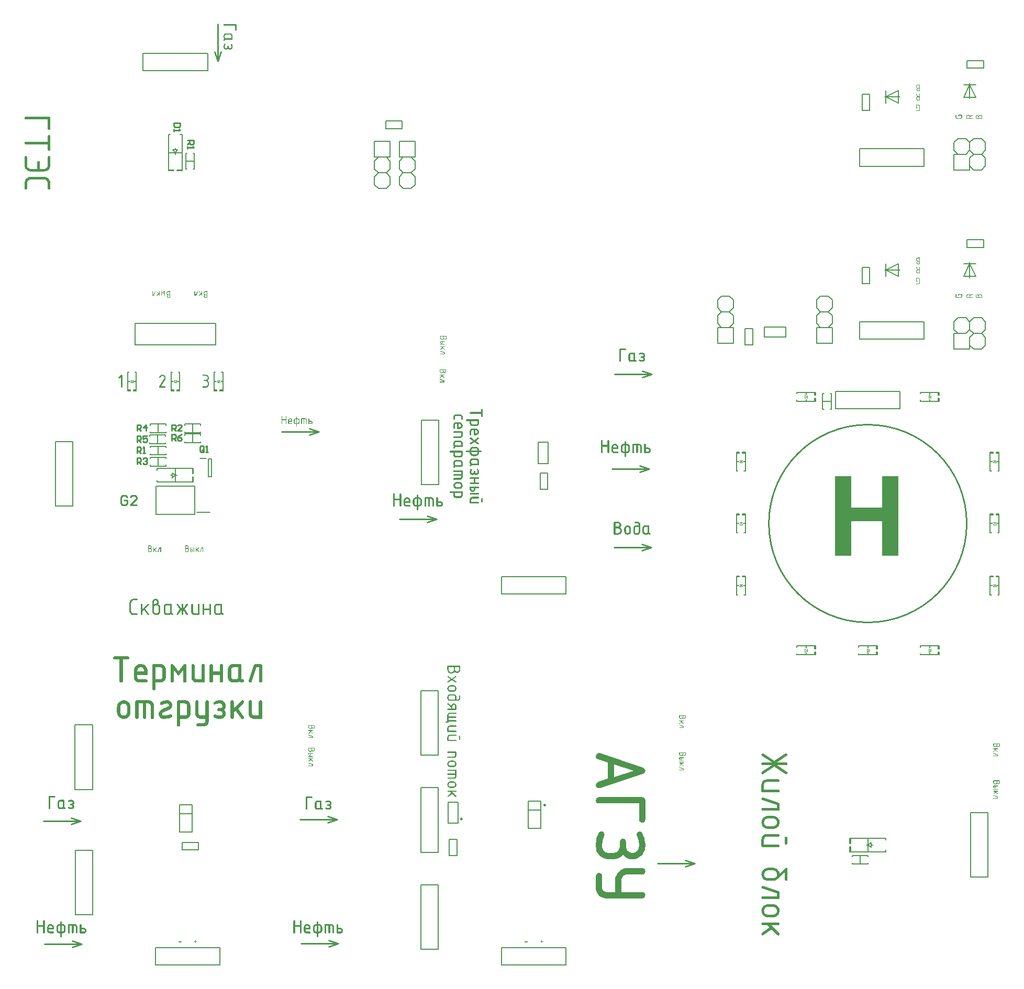
<source format=gto>
G04 Layer_Color=65535*
%FSLAX44Y44*%
%MOMM*%
G71*
G01*
G75*
%ADD50C,0.2540*%
%ADD51C,0.2000*%
%ADD52C,0.1000*%
%ADD53C,0.1500*%
G36*
X398340Y1627961D02*
X398535Y1627883D01*
X398691Y1627766D01*
X398886Y1627571D01*
X399003Y1627336D01*
X399043Y1626985D01*
Y1618396D01*
X399003Y1618201D01*
X398925Y1618006D01*
X398769Y1617850D01*
X398613Y1617654D01*
X398340Y1617537D01*
X397989Y1617498D01*
X397832D01*
X397637Y1617537D01*
X397481Y1617615D01*
X397286Y1617772D01*
X397090Y1617928D01*
X396973Y1618201D01*
X396934Y1618552D01*
Y1625892D01*
X378859D01*
X378703Y1625931D01*
X378508Y1626009D01*
X378312Y1626165D01*
X378156Y1626321D01*
X378039Y1626595D01*
X378000Y1626946D01*
Y1627102D01*
X378039Y1627297D01*
X378117Y1627453D01*
X378234Y1627649D01*
X378429Y1627844D01*
X378664Y1627961D01*
X379015Y1628000D01*
X398145D01*
X398340Y1627961D01*
D02*
G37*
G36*
X388814Y1613243D02*
X389126Y1613204D01*
X389517Y1613126D01*
X389985Y1612970D01*
X390493Y1612775D01*
X391000Y1612462D01*
X391469Y1612072D01*
X391508Y1612033D01*
X391664Y1611837D01*
X391859Y1611603D01*
X392093Y1611252D01*
X392328Y1610822D01*
X392523Y1610315D01*
X392679Y1609729D01*
X392718Y1609105D01*
Y1603678D01*
X392679Y1603483D01*
X392601Y1603288D01*
X392445Y1603132D01*
X392289Y1602936D01*
X392015Y1602819D01*
X391664Y1602780D01*
X380967D01*
X380772Y1602741D01*
X380616Y1602663D01*
X380420Y1602507D01*
X380225Y1602351D01*
X380108Y1602078D01*
X380069Y1601726D01*
Y1601570D01*
X380030Y1601375D01*
X379952Y1601180D01*
X379796Y1601024D01*
X379640Y1600828D01*
X379366Y1600711D01*
X379015Y1600672D01*
X378859D01*
X378703Y1600711D01*
X378508Y1600789D01*
X378312Y1600945D01*
X378156Y1601102D01*
X378039Y1601375D01*
X378000Y1601726D01*
Y1601960D01*
X378078Y1602234D01*
X378156Y1602585D01*
X378273Y1602975D01*
X378469Y1603366D01*
X378742Y1603756D01*
X379093Y1604147D01*
X379054Y1604186D01*
X378937Y1604342D01*
X378742Y1604615D01*
X378547Y1604928D01*
X378351Y1605357D01*
X378156Y1605825D01*
X378039Y1606372D01*
X378000Y1606997D01*
Y1609183D01*
X378039Y1609378D01*
X378078Y1609729D01*
X378156Y1610120D01*
X378312Y1610588D01*
X378508Y1611096D01*
X378820Y1611603D01*
X379210Y1612072D01*
X379249Y1612111D01*
X379445Y1612267D01*
X379679Y1612462D01*
X380030Y1612657D01*
X380460Y1612892D01*
X380967Y1613087D01*
X381553Y1613243D01*
X382177Y1613282D01*
X388580D01*
X388814Y1613243D01*
D02*
G37*
G36*
X390805Y1596417D02*
X390961Y1596378D01*
X391157Y1596222D01*
X391391Y1596026D01*
X391625Y1595714D01*
X391898Y1595285D01*
X392015Y1595050D01*
X392132Y1594738D01*
X392172Y1594660D01*
X392211Y1594504D01*
X392328Y1594231D01*
X392445Y1593918D01*
X392523Y1593528D01*
X392640Y1593098D01*
X392679Y1592669D01*
X392718Y1592279D01*
Y1590912D01*
X392640Y1590600D01*
X392562Y1590210D01*
X392406Y1589741D01*
X392211Y1589234D01*
X391898Y1588726D01*
X391469Y1588257D01*
X391430Y1588218D01*
X391235Y1588062D01*
X391000Y1587867D01*
X390649Y1587633D01*
X390219Y1587399D01*
X389712Y1587203D01*
X389126Y1587047D01*
X388502Y1587008D01*
X388307D01*
X388150Y1587047D01*
X387721Y1587086D01*
X387253Y1587203D01*
X386745Y1587360D01*
X386198Y1587633D01*
X385730Y1587984D01*
X385340Y1588453D01*
X385300Y1588375D01*
X385144Y1588218D01*
X384910Y1587984D01*
X384598Y1587711D01*
X384168Y1587477D01*
X383622Y1587242D01*
X382958Y1587086D01*
X382177Y1587008D01*
X381904D01*
X381553Y1587086D01*
X381162Y1587164D01*
X380694Y1587321D01*
X380186Y1587516D01*
X379679Y1587828D01*
X379210Y1588257D01*
X379171Y1588297D01*
X379015Y1588492D01*
X378820Y1588726D01*
X378625Y1589077D01*
X378391Y1589507D01*
X378195Y1590014D01*
X378039Y1590600D01*
X378000Y1591225D01*
Y1592474D01*
X378039Y1592708D01*
X378078Y1592981D01*
X378117Y1593372D01*
X378234Y1593801D01*
X378351Y1594270D01*
X378508Y1594777D01*
X378547Y1594855D01*
X378625Y1595050D01*
X378781Y1595324D01*
X378937Y1595597D01*
X379171Y1595909D01*
X379445Y1596183D01*
X379718Y1596378D01*
X379874Y1596417D01*
X380030Y1596456D01*
X380108D01*
X380264Y1596417D01*
X380499Y1596339D01*
X380772Y1596222D01*
X380850Y1596183D01*
X380967Y1596065D01*
X381084Y1595909D01*
X381162Y1595675D01*
Y1595636D01*
X381123Y1595597D01*
X381084Y1595480D01*
X381045Y1595324D01*
X380928Y1595128D01*
X380811Y1594816D01*
X380616Y1594387D01*
X380577Y1594348D01*
X380538Y1594191D01*
X380460Y1593957D01*
X380382Y1593645D01*
X380264Y1593333D01*
X380186Y1592981D01*
X380147Y1592630D01*
X380108Y1592279D01*
Y1591068D01*
X380147Y1590912D01*
X380186Y1590717D01*
X380264Y1590483D01*
X380342Y1590249D01*
X380499Y1589975D01*
X380694Y1589741D01*
X380733Y1589702D01*
X380811Y1589624D01*
X380928Y1589546D01*
X381123Y1589429D01*
X381319Y1589312D01*
X381592Y1589194D01*
X381865Y1589155D01*
X382177Y1589116D01*
X382333D01*
X382529Y1589155D01*
X382724Y1589194D01*
X382997Y1589272D01*
X383231Y1589351D01*
X383505Y1589507D01*
X383739Y1589702D01*
X383778Y1589741D01*
X383817Y1589780D01*
X383895Y1589897D01*
X383973Y1590014D01*
X384168Y1590444D01*
X384286Y1590951D01*
Y1592357D01*
X384324Y1592552D01*
X384442Y1592825D01*
X384598Y1593059D01*
X384637Y1593098D01*
X384793Y1593177D01*
X385027Y1593294D01*
X385340Y1593333D01*
X385418D01*
X385613Y1593294D01*
X385847Y1593215D01*
X386081Y1593059D01*
X386120Y1592981D01*
X386237Y1592825D01*
X386355Y1592474D01*
X386394Y1592279D01*
Y1591185D01*
X386433Y1590990D01*
X386472Y1590756D01*
X386550Y1590483D01*
X386628Y1590210D01*
X386784Y1589936D01*
X386979Y1589702D01*
X387018Y1589663D01*
X387096Y1589624D01*
X387214Y1589507D01*
X387409Y1589390D01*
X387643Y1589312D01*
X387877Y1589194D01*
X388190Y1589155D01*
X388502Y1589116D01*
X388658D01*
X388814Y1589155D01*
X389009Y1589194D01*
X389244Y1589272D01*
X389478Y1589390D01*
X389751Y1589546D01*
X389985Y1589741D01*
X390024Y1589780D01*
X390102Y1589858D01*
X390181Y1589975D01*
X390298Y1590131D01*
X390415Y1590366D01*
X390532Y1590600D01*
X390571Y1590912D01*
X390610Y1591225D01*
Y1592435D01*
X390571Y1592630D01*
X390532Y1592864D01*
X390493Y1593177D01*
X390376Y1593528D01*
X390259Y1593957D01*
X390063Y1594426D01*
X390024Y1594465D01*
X389985Y1594621D01*
X389907Y1594816D01*
X389790Y1595050D01*
X389673Y1595285D01*
X389595Y1595480D01*
X389556Y1595636D01*
X389517Y1595675D01*
Y1595714D01*
X389556Y1595870D01*
X389673Y1596026D01*
X389907Y1596222D01*
X389985Y1596261D01*
X390141Y1596339D01*
X390376Y1596417D01*
X390649Y1596456D01*
X390688D01*
X390805Y1596417D01*
D02*
G37*
G36*
X1504149Y1530231D02*
X1504246Y1530191D01*
X1504344Y1530133D01*
X1504422Y1530035D01*
X1504480Y1529918D01*
X1504500Y1529743D01*
Y1520184D01*
X1504480Y1520087D01*
X1504442Y1519989D01*
X1504383Y1519911D01*
X1504285Y1519814D01*
X1504168Y1519755D01*
X1503993Y1519736D01*
X1501242D01*
X1501164Y1519755D01*
X1500969Y1519775D01*
X1500716Y1519833D01*
X1500403Y1519911D01*
X1500091Y1520048D01*
X1499779Y1520243D01*
X1499487Y1520496D01*
X1499448Y1520535D01*
X1499370Y1520633D01*
X1499253Y1520789D01*
X1499097Y1521023D01*
X1498960Y1521296D01*
X1498843Y1521608D01*
X1498765Y1521959D01*
X1498726Y1522369D01*
Y1522486D01*
X1498745Y1522584D01*
X1498784Y1522818D01*
X1498843Y1523091D01*
X1498960Y1523423D01*
X1499135Y1523774D01*
X1499253Y1523930D01*
X1499370Y1524105D01*
X1499526Y1524261D01*
X1499701Y1524417D01*
X1499682Y1524437D01*
X1499643Y1524456D01*
X1499565Y1524515D01*
X1499467Y1524593D01*
X1499350Y1524671D01*
X1499233Y1524788D01*
X1499097Y1524924D01*
X1498940Y1525081D01*
X1498804Y1525276D01*
X1498667Y1525471D01*
X1498550Y1525685D01*
X1498433Y1525939D01*
X1498336Y1526192D01*
X1498258Y1526485D01*
X1498219Y1526778D01*
X1498199Y1527109D01*
Y1527226D01*
X1498219Y1527324D01*
Y1527441D01*
X1498238Y1527578D01*
X1498316Y1527870D01*
X1498433Y1528221D01*
X1498589Y1528592D01*
X1498823Y1528982D01*
X1498979Y1529158D01*
X1499135Y1529333D01*
X1499155D01*
X1499174Y1529372D01*
X1499233Y1529411D01*
X1499292Y1529470D01*
X1499487Y1529626D01*
X1499760Y1529782D01*
X1500072Y1529957D01*
X1500462Y1530113D01*
X1500891Y1530211D01*
X1501125Y1530231D01*
X1501359Y1530250D01*
X1504071D01*
X1504149Y1530231D01*
D02*
G37*
G36*
Y1515231D02*
X1504227Y1515191D01*
X1504324Y1515133D01*
X1504422Y1515035D01*
X1504480Y1514918D01*
X1504500Y1514743D01*
Y1505184D01*
X1504480Y1505087D01*
X1504442Y1504989D01*
X1504383Y1504911D01*
X1504285Y1504814D01*
X1504168Y1504755D01*
X1503993Y1504736D01*
X1501223D01*
X1501145Y1504755D01*
X1501028D01*
X1500891Y1504775D01*
X1500598Y1504853D01*
X1500247Y1504970D01*
X1499877Y1505126D01*
X1499487Y1505360D01*
X1499311Y1505516D01*
X1499135Y1505672D01*
X1499116Y1505692D01*
X1499097Y1505711D01*
X1499057Y1505770D01*
X1498979Y1505828D01*
X1498843Y1506023D01*
X1498667Y1506296D01*
X1498492Y1506608D01*
X1498336Y1506998D01*
X1498238Y1507428D01*
X1498219Y1507662D01*
X1498199Y1507896D01*
Y1507993D01*
X1498219Y1508110D01*
Y1508247D01*
X1498258Y1508423D01*
X1498297Y1508618D01*
X1498355Y1508852D01*
X1498433Y1509086D01*
X1498531Y1509320D01*
X1498667Y1509573D01*
X1498804Y1509807D01*
X1498999Y1510042D01*
X1499214Y1510276D01*
X1499467Y1510490D01*
X1499760Y1510666D01*
X1500091Y1510822D01*
X1498258Y1514489D01*
X1498238Y1514509D01*
X1498219Y1514567D01*
X1498199Y1514645D01*
Y1514782D01*
X1498219Y1514860D01*
X1498277Y1514977D01*
X1498375Y1515094D01*
X1498394Y1515113D01*
X1498472Y1515172D01*
X1498589Y1515231D01*
X1498726Y1515250D01*
X1498784D01*
X1498901Y1515211D01*
X1498999Y1515172D01*
X1499077Y1515133D01*
X1499155Y1515055D01*
X1499214Y1514957D01*
X1501164Y1511056D01*
X1501184D01*
X1501223Y1511036D01*
X1503447D01*
Y1514801D01*
X1503466Y1514899D01*
X1503505Y1514977D01*
X1503583Y1515074D01*
X1503661Y1515172D01*
X1503798Y1515231D01*
X1503973Y1515250D01*
X1504051D01*
X1504149Y1515231D01*
D02*
G37*
G36*
X1502062Y1497731D02*
X1502276Y1497711D01*
X1502530Y1497652D01*
X1502822Y1497555D01*
X1503134Y1497438D01*
X1503447Y1497243D01*
X1503739Y1496989D01*
X1503778Y1496950D01*
X1503856Y1496853D01*
X1503973Y1496697D01*
X1504110Y1496463D01*
X1504266Y1496209D01*
X1504383Y1495877D01*
X1504461Y1495526D01*
X1504500Y1495136D01*
Y1489772D01*
X1504480Y1489693D01*
X1504461Y1489479D01*
X1504402Y1489225D01*
X1504305Y1488933D01*
X1504188Y1488621D01*
X1503993Y1488309D01*
X1503739Y1488016D01*
X1503700Y1487977D01*
X1503603Y1487899D01*
X1503447Y1487762D01*
X1503212Y1487626D01*
X1502959Y1487489D01*
X1502627Y1487353D01*
X1502276Y1487275D01*
X1501886Y1487236D01*
X1498648D01*
X1498550Y1487255D01*
X1498453Y1487294D01*
X1498375Y1487372D01*
X1498277Y1487450D01*
X1498219Y1487587D01*
X1498199Y1487762D01*
Y1487840D01*
X1498219Y1487938D01*
X1498258Y1488016D01*
X1498336Y1488113D01*
X1498414Y1488211D01*
X1498550Y1488270D01*
X1498726Y1488289D01*
X1502003D01*
X1502120Y1488309D01*
X1502276Y1488347D01*
X1502452Y1488406D01*
X1502627Y1488484D01*
X1502822Y1488601D01*
X1502998Y1488757D01*
X1503017Y1488777D01*
X1503076Y1488835D01*
X1503134Y1488933D01*
X1503212Y1489069D01*
X1503310Y1489225D01*
X1503369Y1489420D01*
X1503427Y1489635D01*
X1503447Y1489869D01*
Y1495253D01*
X1503427Y1495370D01*
X1503388Y1495526D01*
X1503330Y1495702D01*
X1503251Y1495877D01*
X1503154Y1496072D01*
X1502998Y1496248D01*
X1502978Y1496267D01*
X1502920Y1496326D01*
X1502822Y1496384D01*
X1502686Y1496463D01*
X1502530Y1496560D01*
X1502335Y1496619D01*
X1502120Y1496677D01*
X1501886Y1496697D01*
X1499253D01*
Y1492503D01*
X1500384D01*
X1500482Y1492483D01*
X1500560Y1492444D01*
X1500657Y1492366D01*
X1500755Y1492288D01*
X1500813Y1492151D01*
X1500833Y1491976D01*
Y1491898D01*
X1500813Y1491800D01*
X1500774Y1491703D01*
X1500696Y1491625D01*
X1500618Y1491527D01*
X1500482Y1491469D01*
X1500306Y1491449D01*
X1498648D01*
X1498550Y1491469D01*
X1498453Y1491508D01*
X1498375Y1491586D01*
X1498277Y1491664D01*
X1498219Y1491800D01*
X1498199Y1491976D01*
Y1497321D01*
X1498219Y1497399D01*
X1498258Y1497496D01*
X1498336Y1497594D01*
X1498414Y1497672D01*
X1498550Y1497731D01*
X1498726Y1497750D01*
X1501984D01*
X1502062Y1497731D01*
D02*
G37*
G36*
X1602074Y1481281D02*
X1602191D01*
X1602328Y1481262D01*
X1602620Y1481184D01*
X1602971Y1481067D01*
X1603342Y1480911D01*
X1603732Y1480677D01*
X1603908Y1480520D01*
X1604083Y1480365D01*
Y1480345D01*
X1604122Y1480325D01*
X1604161Y1480267D01*
X1604220Y1480208D01*
X1604376Y1480013D01*
X1604532Y1479740D01*
X1604707Y1479428D01*
X1604863Y1479038D01*
X1604961Y1478609D01*
X1604980Y1478375D01*
X1605000Y1478141D01*
Y1475429D01*
X1604980Y1475351D01*
X1604942Y1475254D01*
X1604883Y1475156D01*
X1604785Y1475078D01*
X1604668Y1475020D01*
X1604493Y1475000D01*
X1594934D01*
X1594837Y1475020D01*
X1594739Y1475058D01*
X1594661Y1475117D01*
X1594564Y1475215D01*
X1594505Y1475332D01*
X1594486Y1475507D01*
Y1478258D01*
X1594505Y1478336D01*
X1594525Y1478531D01*
X1594583Y1478784D01*
X1594661Y1479097D01*
X1594798Y1479409D01*
X1594993Y1479721D01*
X1595246Y1480013D01*
X1595285Y1480052D01*
X1595383Y1480130D01*
X1595539Y1480247D01*
X1595773Y1480403D01*
X1596046Y1480540D01*
X1596358Y1480657D01*
X1596709Y1480735D01*
X1597119Y1480774D01*
X1597236D01*
X1597334Y1480755D01*
X1597568Y1480716D01*
X1597841Y1480657D01*
X1598172Y1480540D01*
X1598524Y1480365D01*
X1598680Y1480247D01*
X1598855Y1480130D01*
X1599011Y1479974D01*
X1599167Y1479799D01*
X1599187Y1479818D01*
X1599206Y1479857D01*
X1599265Y1479935D01*
X1599343Y1480033D01*
X1599421Y1480150D01*
X1599538Y1480267D01*
X1599675Y1480403D01*
X1599831Y1480560D01*
X1600026Y1480696D01*
X1600221Y1480833D01*
X1600435Y1480950D01*
X1600689Y1481067D01*
X1600943Y1481164D01*
X1601235Y1481242D01*
X1601528Y1481281D01*
X1601859Y1481301D01*
X1601976D01*
X1602074Y1481281D01*
D02*
G37*
G36*
X1589610D02*
X1589727Y1481223D01*
X1589844Y1481125D01*
X1589863Y1481106D01*
X1589922Y1481028D01*
X1589980Y1480911D01*
X1590000Y1480774D01*
Y1480716D01*
X1589961Y1480599D01*
X1589922Y1480501D01*
X1589883Y1480423D01*
X1589805Y1480345D01*
X1589707Y1480286D01*
X1585806Y1478336D01*
Y1478316D01*
X1585786Y1478277D01*
Y1476053D01*
X1589551D01*
X1589649Y1476034D01*
X1589727Y1475995D01*
X1589824Y1475917D01*
X1589922Y1475839D01*
X1589980Y1475702D01*
X1590000Y1475527D01*
Y1475449D01*
X1589980Y1475351D01*
X1589942Y1475273D01*
X1589883Y1475176D01*
X1589785Y1475078D01*
X1589668Y1475020D01*
X1589493Y1475000D01*
X1579934D01*
X1579837Y1475020D01*
X1579739Y1475058D01*
X1579661Y1475117D01*
X1579564Y1475215D01*
X1579505Y1475332D01*
X1579486Y1475507D01*
Y1478277D01*
X1579505Y1478355D01*
Y1478472D01*
X1579525Y1478609D01*
X1579603Y1478901D01*
X1579720Y1479253D01*
X1579876Y1479623D01*
X1580110Y1480013D01*
X1580266Y1480189D01*
X1580422Y1480365D01*
X1580441Y1480384D01*
X1580461Y1480403D01*
X1580520Y1480443D01*
X1580578Y1480520D01*
X1580773Y1480657D01*
X1581046Y1480833D01*
X1581358Y1481008D01*
X1581748Y1481164D01*
X1582178Y1481262D01*
X1582412Y1481281D01*
X1582646Y1481301D01*
X1582743D01*
X1582860Y1481281D01*
X1582997D01*
X1583172Y1481242D01*
X1583367Y1481203D01*
X1583602Y1481145D01*
X1583836Y1481067D01*
X1584070Y1480969D01*
X1584323Y1480833D01*
X1584557Y1480696D01*
X1584792Y1480501D01*
X1585026Y1480286D01*
X1585240Y1480033D01*
X1585416Y1479740D01*
X1585572Y1479409D01*
X1589239Y1481242D01*
X1589259Y1481262D01*
X1589317Y1481281D01*
X1589395Y1481301D01*
X1589532D01*
X1589610Y1481281D01*
D02*
G37*
G36*
X1572149D02*
X1572246Y1481242D01*
X1572344Y1481164D01*
X1572422Y1481086D01*
X1572480Y1480950D01*
X1572500Y1480774D01*
Y1477516D01*
X1572480Y1477438D01*
X1572461Y1477224D01*
X1572402Y1476970D01*
X1572305Y1476678D01*
X1572188Y1476366D01*
X1571993Y1476053D01*
X1571739Y1475761D01*
X1571700Y1475722D01*
X1571603Y1475644D01*
X1571447Y1475527D01*
X1571212Y1475390D01*
X1570959Y1475234D01*
X1570627Y1475117D01*
X1570276Y1475039D01*
X1569886Y1475000D01*
X1564522D01*
X1564444Y1475020D01*
X1564229Y1475039D01*
X1563975Y1475098D01*
X1563683Y1475195D01*
X1563371Y1475312D01*
X1563058Y1475507D01*
X1562766Y1475761D01*
X1562727Y1475800D01*
X1562649Y1475897D01*
X1562512Y1476053D01*
X1562376Y1476288D01*
X1562239Y1476541D01*
X1562103Y1476873D01*
X1562025Y1477224D01*
X1561986Y1477614D01*
Y1480852D01*
X1562005Y1480950D01*
X1562044Y1481047D01*
X1562122Y1481125D01*
X1562200Y1481223D01*
X1562337Y1481281D01*
X1562512Y1481301D01*
X1562590D01*
X1562688Y1481281D01*
X1562766Y1481242D01*
X1562863Y1481164D01*
X1562961Y1481086D01*
X1563020Y1480950D01*
X1563039Y1480774D01*
Y1477497D01*
X1563058Y1477380D01*
X1563098Y1477224D01*
X1563156Y1477048D01*
X1563234Y1476873D01*
X1563351Y1476678D01*
X1563507Y1476502D01*
X1563527Y1476483D01*
X1563585Y1476424D01*
X1563683Y1476366D01*
X1563819Y1476288D01*
X1563975Y1476190D01*
X1564170Y1476131D01*
X1564385Y1476073D01*
X1564619Y1476053D01*
X1570003D01*
X1570120Y1476073D01*
X1570276Y1476112D01*
X1570452Y1476170D01*
X1570627Y1476248D01*
X1570822Y1476346D01*
X1570998Y1476502D01*
X1571017Y1476522D01*
X1571076Y1476580D01*
X1571134Y1476678D01*
X1571212Y1476814D01*
X1571310Y1476970D01*
X1571369Y1477165D01*
X1571427Y1477380D01*
X1571447Y1477614D01*
Y1480247D01*
X1567253D01*
Y1479116D01*
X1567233Y1479019D01*
X1567194Y1478940D01*
X1567116Y1478843D01*
X1567038Y1478745D01*
X1566901Y1478687D01*
X1566726Y1478667D01*
X1566648D01*
X1566550Y1478687D01*
X1566453Y1478726D01*
X1566375Y1478804D01*
X1566277Y1478882D01*
X1566219Y1479019D01*
X1566199Y1479194D01*
Y1480852D01*
X1566219Y1480950D01*
X1566258Y1481047D01*
X1566336Y1481125D01*
X1566414Y1481223D01*
X1566550Y1481281D01*
X1566726Y1481301D01*
X1572071D01*
X1572149Y1481281D01*
D02*
G37*
G36*
X96693Y1477922D02*
X97083Y1477766D01*
X97396Y1477531D01*
X97786Y1477141D01*
X98021Y1476672D01*
X98099Y1475969D01*
Y1458786D01*
X98021Y1458396D01*
X97864Y1458005D01*
X97552Y1457693D01*
X97240Y1457302D01*
X96693Y1457068D01*
X95990Y1456990D01*
X95677D01*
X95287Y1457068D01*
X94974Y1457224D01*
X94584Y1457536D01*
X94193Y1457849D01*
X93959Y1458396D01*
X93881Y1459099D01*
Y1473782D01*
X57718D01*
X57406Y1473860D01*
X57015Y1474017D01*
X56625Y1474329D01*
X56312Y1474642D01*
X56078Y1475188D01*
X56000Y1475891D01*
Y1476204D01*
X56078Y1476594D01*
X56234Y1476906D01*
X56469Y1477297D01*
X56859Y1477688D01*
X57328Y1477922D01*
X58031Y1478000D01*
X96302D01*
X96693Y1477922D01*
D02*
G37*
G36*
Y1448476D02*
X97083Y1448320D01*
X97396Y1448008D01*
X97786Y1447695D01*
X98021Y1447148D01*
X98099Y1446446D01*
Y1425045D01*
X98021Y1424654D01*
X97864Y1424264D01*
X97552Y1423951D01*
X97240Y1423561D01*
X96693Y1423327D01*
X95990Y1423248D01*
X95677D01*
X95287Y1423327D01*
X94974Y1423483D01*
X94584Y1423795D01*
X94193Y1424108D01*
X93959Y1424654D01*
X93881Y1425357D01*
Y1433793D01*
X57718D01*
X57406Y1433871D01*
X57015Y1434027D01*
X56625Y1434339D01*
X56312Y1434652D01*
X56078Y1435199D01*
X56000Y1435901D01*
Y1436214D01*
X56078Y1436604D01*
X56234Y1436917D01*
X56469Y1437307D01*
X56859Y1437698D01*
X57328Y1437932D01*
X58031Y1438010D01*
X93881D01*
Y1446758D01*
X93959Y1447148D01*
X94115Y1447461D01*
X94428Y1447852D01*
X94740Y1448242D01*
X95287Y1448476D01*
X95990Y1448554D01*
X96302D01*
X96693Y1448476D01*
D02*
G37*
G36*
Y1414813D02*
X97083Y1414657D01*
X97396Y1414422D01*
X97786Y1414032D01*
X98021Y1413563D01*
X98099Y1412860D01*
Y1399739D01*
X98021Y1399426D01*
X97942Y1398645D01*
X97708Y1397630D01*
X97396Y1396380D01*
X96849Y1395131D01*
X96068Y1393881D01*
X95053Y1392709D01*
X94896Y1392553D01*
X94506Y1392241D01*
X93881Y1391772D01*
X92944Y1391147D01*
X91850Y1390600D01*
X90601Y1390132D01*
X89195Y1389819D01*
X87555Y1389663D01*
X66076D01*
X65763Y1389741D01*
X64904Y1389819D01*
X63889Y1390054D01*
X62717Y1390444D01*
X61467Y1390991D01*
X60218Y1391772D01*
X59046Y1392787D01*
X58890Y1392944D01*
X58577Y1393334D01*
X58109Y1393959D01*
X57562Y1394818D01*
X56937Y1395912D01*
X56469Y1397161D01*
X56156Y1398645D01*
X56000Y1400207D01*
Y1413173D01*
X56078Y1413485D01*
X56234Y1413876D01*
X56547Y1414266D01*
X56859Y1414579D01*
X57406Y1414813D01*
X58109Y1414891D01*
X58421D01*
X58812Y1414813D01*
X59202Y1414657D01*
X59515Y1414422D01*
X59905Y1414032D01*
X60140Y1413563D01*
X60218Y1412860D01*
Y1399739D01*
X60296Y1399270D01*
X60452Y1398645D01*
X60686Y1397942D01*
X60999Y1397239D01*
X61389Y1396458D01*
X62014Y1395755D01*
X62092Y1395677D01*
X62327Y1395443D01*
X62717Y1395131D01*
X63264Y1394818D01*
X63889Y1394506D01*
X64670Y1394193D01*
X65529Y1393959D01*
X66466Y1393881D01*
X77010D01*
Y1404738D01*
X77088Y1405128D01*
X77245Y1405440D01*
X77557Y1405831D01*
X77870Y1406221D01*
X78416Y1406456D01*
X79119Y1406534D01*
X79432D01*
X79822Y1406456D01*
X80213Y1406300D01*
X80525Y1405987D01*
X80916Y1405675D01*
X81150Y1405128D01*
X81228Y1404425D01*
Y1393881D01*
X88023D01*
X88492Y1393959D01*
X89117Y1394115D01*
X89741Y1394350D01*
X90522Y1394662D01*
X91304Y1395131D01*
X92007Y1395755D01*
X92085Y1395833D01*
X92319Y1396068D01*
X92631Y1396458D01*
X92944Y1397005D01*
X93256Y1397630D01*
X93569Y1398411D01*
X93803Y1399270D01*
X93881Y1400207D01*
Y1413173D01*
X93959Y1413485D01*
X94115Y1413876D01*
X94428Y1414266D01*
X94740Y1414579D01*
X95287Y1414813D01*
X95990Y1414891D01*
X96302D01*
X96693Y1414813D01*
D02*
G37*
G36*
X88257Y1381150D02*
X89117Y1381072D01*
X90132Y1380837D01*
X91304Y1380447D01*
X92553Y1379978D01*
X93803Y1379197D01*
X94974Y1378182D01*
X95131Y1378026D01*
X95443Y1377635D01*
X95990Y1377010D01*
X96537Y1376073D01*
X97083Y1375058D01*
X97630Y1373730D01*
X97942Y1372324D01*
X98099Y1370762D01*
Y1362014D01*
X98021Y1361624D01*
X97864Y1361233D01*
X97552Y1360921D01*
X97240Y1360530D01*
X96693Y1360296D01*
X95990Y1360218D01*
X95677D01*
X95287Y1360296D01*
X94974Y1360452D01*
X94584Y1360764D01*
X94193Y1361077D01*
X93959Y1361624D01*
X93881Y1362327D01*
Y1370918D01*
X93803Y1371387D01*
X93725Y1372012D01*
X93490Y1372793D01*
X93100Y1373652D01*
X92553Y1374511D01*
X91772Y1375370D01*
X90757Y1376151D01*
X90679D01*
X90522Y1376307D01*
X90210Y1376385D01*
X89819Y1376542D01*
X89351Y1376698D01*
X88804Y1376854D01*
X88179Y1376932D01*
X87555Y1377010D01*
X66076D01*
X65529Y1376932D01*
X64982Y1376776D01*
X64279Y1376542D01*
X63498Y1376229D01*
X62717Y1375839D01*
X62014Y1375214D01*
X61936Y1375136D01*
X61702Y1374901D01*
X61467Y1374511D01*
X61155Y1373964D01*
X60764Y1373339D01*
X60530Y1372558D01*
X60296Y1371699D01*
X60218Y1370762D01*
Y1362014D01*
X60140Y1361624D01*
X59983Y1361233D01*
X59671Y1360921D01*
X59359Y1360530D01*
X58812Y1360296D01*
X58109Y1360218D01*
X57797D01*
X57406Y1360296D01*
X57094Y1360452D01*
X56703Y1360764D01*
X56312Y1361077D01*
X56078Y1361624D01*
X56000Y1362327D01*
Y1371152D01*
X56078Y1371465D01*
X56156Y1372324D01*
X56391Y1373339D01*
X56781Y1374511D01*
X57250Y1375760D01*
X58031Y1377010D01*
X59046Y1378182D01*
X59202Y1378338D01*
X59593Y1378650D01*
X60218Y1379119D01*
X61155Y1379666D01*
X62170Y1380291D01*
X63498Y1380759D01*
X64904Y1381072D01*
X66466Y1381228D01*
X87945D01*
X88257Y1381150D01*
D02*
G37*
G36*
X1504149Y1250230D02*
X1504246Y1250191D01*
X1504344Y1250133D01*
X1504422Y1250035D01*
X1504480Y1249918D01*
X1504500Y1249743D01*
Y1240184D01*
X1504480Y1240087D01*
X1504442Y1239989D01*
X1504383Y1239911D01*
X1504285Y1239814D01*
X1504168Y1239755D01*
X1503993Y1239736D01*
X1501242D01*
X1501164Y1239755D01*
X1500969Y1239775D01*
X1500716Y1239833D01*
X1500403Y1239911D01*
X1500091Y1240048D01*
X1499779Y1240243D01*
X1499487Y1240496D01*
X1499448Y1240535D01*
X1499370Y1240633D01*
X1499253Y1240789D01*
X1499097Y1241023D01*
X1498960Y1241296D01*
X1498843Y1241608D01*
X1498765Y1241959D01*
X1498726Y1242369D01*
Y1242486D01*
X1498745Y1242584D01*
X1498784Y1242818D01*
X1498843Y1243091D01*
X1498960Y1243422D01*
X1499135Y1243774D01*
X1499253Y1243930D01*
X1499370Y1244105D01*
X1499526Y1244261D01*
X1499701Y1244417D01*
X1499682Y1244437D01*
X1499643Y1244456D01*
X1499565Y1244515D01*
X1499467Y1244593D01*
X1499350Y1244671D01*
X1499233Y1244788D01*
X1499097Y1244924D01*
X1498940Y1245081D01*
X1498804Y1245276D01*
X1498667Y1245471D01*
X1498550Y1245685D01*
X1498433Y1245939D01*
X1498336Y1246192D01*
X1498258Y1246485D01*
X1498219Y1246778D01*
X1498199Y1247109D01*
Y1247226D01*
X1498219Y1247324D01*
Y1247441D01*
X1498238Y1247578D01*
X1498316Y1247870D01*
X1498433Y1248221D01*
X1498589Y1248592D01*
X1498823Y1248982D01*
X1498979Y1249158D01*
X1499135Y1249333D01*
X1499155D01*
X1499174Y1249372D01*
X1499233Y1249411D01*
X1499292Y1249470D01*
X1499487Y1249626D01*
X1499760Y1249782D01*
X1500072Y1249957D01*
X1500462Y1250113D01*
X1500891Y1250211D01*
X1501125Y1250230D01*
X1501359Y1250250D01*
X1504071D01*
X1504149Y1250230D01*
D02*
G37*
G36*
Y1235230D02*
X1504227Y1235191D01*
X1504324Y1235133D01*
X1504422Y1235035D01*
X1504480Y1234918D01*
X1504500Y1234743D01*
Y1225184D01*
X1504480Y1225087D01*
X1504442Y1224989D01*
X1504383Y1224911D01*
X1504285Y1224814D01*
X1504168Y1224755D01*
X1503993Y1224736D01*
X1501223D01*
X1501145Y1224755D01*
X1501028D01*
X1500891Y1224775D01*
X1500598Y1224853D01*
X1500247Y1224970D01*
X1499877Y1225126D01*
X1499487Y1225360D01*
X1499311Y1225516D01*
X1499135Y1225672D01*
X1499116Y1225692D01*
X1499097Y1225711D01*
X1499057Y1225770D01*
X1498979Y1225828D01*
X1498843Y1226023D01*
X1498667Y1226296D01*
X1498492Y1226608D01*
X1498336Y1226998D01*
X1498238Y1227428D01*
X1498219Y1227662D01*
X1498199Y1227896D01*
Y1227993D01*
X1498219Y1228110D01*
Y1228247D01*
X1498258Y1228422D01*
X1498297Y1228617D01*
X1498355Y1228852D01*
X1498433Y1229086D01*
X1498531Y1229320D01*
X1498667Y1229573D01*
X1498804Y1229808D01*
X1498999Y1230042D01*
X1499214Y1230276D01*
X1499467Y1230490D01*
X1499760Y1230666D01*
X1500091Y1230822D01*
X1498258Y1234489D01*
X1498238Y1234509D01*
X1498219Y1234567D01*
X1498199Y1234645D01*
Y1234782D01*
X1498219Y1234860D01*
X1498277Y1234977D01*
X1498375Y1235094D01*
X1498394Y1235113D01*
X1498472Y1235172D01*
X1498589Y1235230D01*
X1498726Y1235250D01*
X1498784D01*
X1498901Y1235211D01*
X1498999Y1235172D01*
X1499077Y1235133D01*
X1499155Y1235055D01*
X1499214Y1234957D01*
X1501164Y1231056D01*
X1501184D01*
X1501223Y1231036D01*
X1503447D01*
Y1234801D01*
X1503466Y1234899D01*
X1503505Y1234977D01*
X1503583Y1235074D01*
X1503661Y1235172D01*
X1503798Y1235230D01*
X1503973Y1235250D01*
X1504051D01*
X1504149Y1235230D01*
D02*
G37*
G36*
X1502062Y1217730D02*
X1502276Y1217711D01*
X1502530Y1217653D01*
X1502822Y1217555D01*
X1503134Y1217438D01*
X1503447Y1217243D01*
X1503739Y1216989D01*
X1503778Y1216950D01*
X1503856Y1216853D01*
X1503973Y1216697D01*
X1504110Y1216462D01*
X1504266Y1216209D01*
X1504383Y1215877D01*
X1504461Y1215526D01*
X1504500Y1215136D01*
Y1209771D01*
X1504480Y1209694D01*
X1504461Y1209479D01*
X1504402Y1209225D01*
X1504305Y1208933D01*
X1504188Y1208621D01*
X1503993Y1208308D01*
X1503739Y1208016D01*
X1503700Y1207977D01*
X1503603Y1207899D01*
X1503447Y1207762D01*
X1503212Y1207626D01*
X1502959Y1207489D01*
X1502627Y1207353D01*
X1502276Y1207275D01*
X1501886Y1207236D01*
X1498648D01*
X1498550Y1207255D01*
X1498453Y1207294D01*
X1498375Y1207372D01*
X1498277Y1207450D01*
X1498219Y1207587D01*
X1498199Y1207762D01*
Y1207840D01*
X1498219Y1207938D01*
X1498258Y1208016D01*
X1498336Y1208113D01*
X1498414Y1208211D01*
X1498550Y1208270D01*
X1498726Y1208289D01*
X1502003D01*
X1502120Y1208308D01*
X1502276Y1208347D01*
X1502452Y1208406D01*
X1502627Y1208484D01*
X1502822Y1208601D01*
X1502998Y1208757D01*
X1503017Y1208777D01*
X1503076Y1208835D01*
X1503134Y1208933D01*
X1503212Y1209069D01*
X1503310Y1209225D01*
X1503369Y1209420D01*
X1503427Y1209635D01*
X1503447Y1209869D01*
Y1215253D01*
X1503427Y1215370D01*
X1503388Y1215526D01*
X1503330Y1215702D01*
X1503251Y1215877D01*
X1503154Y1216072D01*
X1502998Y1216248D01*
X1502978Y1216267D01*
X1502920Y1216326D01*
X1502822Y1216385D01*
X1502686Y1216462D01*
X1502530Y1216560D01*
X1502335Y1216619D01*
X1502120Y1216677D01*
X1501886Y1216697D01*
X1499253D01*
Y1212503D01*
X1500384D01*
X1500482Y1212483D01*
X1500560Y1212444D01*
X1500657Y1212366D01*
X1500755Y1212288D01*
X1500813Y1212151D01*
X1500833Y1211976D01*
Y1211898D01*
X1500813Y1211800D01*
X1500774Y1211703D01*
X1500696Y1211625D01*
X1500618Y1211527D01*
X1500482Y1211469D01*
X1500306Y1211449D01*
X1498648D01*
X1498550Y1211469D01*
X1498453Y1211508D01*
X1498375Y1211586D01*
X1498277Y1211664D01*
X1498219Y1211800D01*
X1498199Y1211976D01*
Y1217321D01*
X1498219Y1217399D01*
X1498258Y1217496D01*
X1498336Y1217594D01*
X1498414Y1217672D01*
X1498550Y1217730D01*
X1498726Y1217750D01*
X1501984D01*
X1502062Y1217730D01*
D02*
G37*
G36*
X343241Y1195981D02*
X343319Y1195941D01*
X343417Y1195883D01*
X343515Y1195785D01*
X343573Y1195668D01*
X343592Y1195493D01*
Y1189094D01*
X343573Y1188997D01*
X343534Y1188899D01*
X343456Y1188821D01*
X343378Y1188724D01*
X343241Y1188665D01*
X343066Y1188646D01*
X342988D01*
X342890Y1188665D01*
X342793Y1188704D01*
X342715Y1188782D01*
X342617Y1188860D01*
X342559Y1188997D01*
X342539Y1189173D01*
Y1192099D01*
X339242Y1188802D01*
X339223Y1188782D01*
X339145Y1188724D01*
X339028Y1188665D01*
X338872Y1188646D01*
X338794D01*
X338696Y1188665D01*
X338599Y1188704D01*
X338521Y1188782D01*
X338423Y1188860D01*
X338365Y1188997D01*
X338345Y1189173D01*
Y1189212D01*
X338365Y1189289D01*
X338404Y1189426D01*
X338501Y1189543D01*
X340803Y1191864D01*
X338443Y1195181D01*
X338423Y1195200D01*
X338384Y1195278D01*
X338365Y1195376D01*
X338345Y1195493D01*
Y1195571D01*
X338365Y1195649D01*
X338404Y1195746D01*
X338482Y1195844D01*
X338560Y1195922D01*
X338696Y1195981D01*
X338872Y1196000D01*
X338911D01*
X339028Y1195981D01*
X339164Y1195902D01*
X339242Y1195863D01*
X339301Y1195785D01*
X341564Y1192625D01*
X342539Y1193601D01*
Y1195571D01*
X342559Y1195649D01*
X342598Y1195746D01*
X342676Y1195844D01*
X342754Y1195922D01*
X342890Y1195981D01*
X343066Y1196000D01*
X343144D01*
X343241Y1195981D01*
D02*
G37*
G36*
X274834D02*
X274912Y1195941D01*
X275009Y1195883D01*
X275107Y1195785D01*
X275165Y1195668D01*
X275185Y1195493D01*
Y1189094D01*
X275165Y1188997D01*
X275126Y1188899D01*
X275048Y1188821D01*
X274970Y1188724D01*
X274834Y1188665D01*
X274658Y1188646D01*
X274580D01*
X274483Y1188665D01*
X274385Y1188704D01*
X274307Y1188782D01*
X274209Y1188860D01*
X274151Y1188997D01*
X274132Y1189173D01*
Y1192099D01*
X270835Y1188802D01*
X270815Y1188782D01*
X270737Y1188724D01*
X270620Y1188665D01*
X270464Y1188646D01*
X270386D01*
X270289Y1188665D01*
X270191Y1188704D01*
X270113Y1188782D01*
X270016Y1188860D01*
X269957Y1188997D01*
X269937Y1189173D01*
Y1189212D01*
X269957Y1189289D01*
X269996Y1189426D01*
X270093Y1189543D01*
X272395Y1191864D01*
X270035Y1195181D01*
X270016Y1195200D01*
X269976Y1195278D01*
X269957Y1195376D01*
X269937Y1195493D01*
Y1195571D01*
X269957Y1195649D01*
X269996Y1195746D01*
X270074Y1195844D01*
X270152Y1195922D01*
X270289Y1195981D01*
X270464Y1196000D01*
X270503D01*
X270620Y1195981D01*
X270757Y1195902D01*
X270835Y1195863D01*
X270893Y1195785D01*
X273156Y1192625D01*
X274132Y1193601D01*
Y1195571D01*
X274151Y1195649D01*
X274190Y1195746D01*
X274268Y1195844D01*
X274346Y1195922D01*
X274483Y1195981D01*
X274658Y1196000D01*
X274736D01*
X274834Y1195981D01*
D02*
G37*
G36*
X1602074Y1191281D02*
X1602191D01*
X1602328Y1191262D01*
X1602620Y1191184D01*
X1602971Y1191067D01*
X1603342Y1190911D01*
X1603732Y1190677D01*
X1603908Y1190520D01*
X1604083Y1190365D01*
Y1190345D01*
X1604122Y1190325D01*
X1604161Y1190267D01*
X1604220Y1190208D01*
X1604376Y1190013D01*
X1604532Y1189740D01*
X1604707Y1189428D01*
X1604863Y1189038D01*
X1604961Y1188609D01*
X1604980Y1188375D01*
X1605000Y1188141D01*
Y1185429D01*
X1604980Y1185351D01*
X1604942Y1185254D01*
X1604883Y1185156D01*
X1604785Y1185078D01*
X1604668Y1185020D01*
X1604493Y1185000D01*
X1594934D01*
X1594837Y1185020D01*
X1594739Y1185059D01*
X1594661Y1185117D01*
X1594564Y1185215D01*
X1594505Y1185332D01*
X1594486Y1185507D01*
Y1188258D01*
X1594505Y1188336D01*
X1594525Y1188531D01*
X1594583Y1188784D01*
X1594661Y1189097D01*
X1594798Y1189409D01*
X1594993Y1189721D01*
X1595246Y1190013D01*
X1595285Y1190052D01*
X1595383Y1190130D01*
X1595539Y1190247D01*
X1595773Y1190404D01*
X1596046Y1190540D01*
X1596358Y1190657D01*
X1596709Y1190735D01*
X1597119Y1190774D01*
X1597236D01*
X1597334Y1190755D01*
X1597568Y1190716D01*
X1597841Y1190657D01*
X1598172Y1190540D01*
X1598524Y1190365D01*
X1598680Y1190247D01*
X1598855Y1190130D01*
X1599011Y1189974D01*
X1599167Y1189799D01*
X1599187Y1189818D01*
X1599206Y1189857D01*
X1599265Y1189935D01*
X1599343Y1190033D01*
X1599421Y1190150D01*
X1599538Y1190267D01*
X1599675Y1190404D01*
X1599831Y1190559D01*
X1600026Y1190696D01*
X1600221Y1190833D01*
X1600435Y1190950D01*
X1600689Y1191067D01*
X1600943Y1191164D01*
X1601235Y1191242D01*
X1601528Y1191281D01*
X1601859Y1191301D01*
X1601976D01*
X1602074Y1191281D01*
D02*
G37*
G36*
X335887Y1195981D02*
X335965Y1195941D01*
X336063Y1195863D01*
X336160Y1195785D01*
X336219Y1195649D01*
X336238Y1195473D01*
Y1195415D01*
X336219Y1195317D01*
X334151Y1189075D01*
Y1189055D01*
X334112Y1189016D01*
X334073Y1188938D01*
X334034Y1188860D01*
X333956Y1188782D01*
X333858Y1188704D01*
X333761Y1188665D01*
X333624Y1188646D01*
X331440D01*
X331342Y1188665D01*
X331244Y1188704D01*
X331166Y1188782D01*
X331069Y1188860D01*
X331010Y1188997D01*
X330991Y1189173D01*
Y1195571D01*
X331010Y1195649D01*
X331049Y1195746D01*
X331127Y1195844D01*
X331205Y1195922D01*
X331342Y1195981D01*
X331517Y1196000D01*
X331596D01*
X331693Y1195981D01*
X331771Y1195941D01*
X331869Y1195883D01*
X331966Y1195785D01*
X332025Y1195668D01*
X332044Y1195493D01*
Y1189699D01*
X333254D01*
X335224Y1195649D01*
Y1195668D01*
X335243Y1195707D01*
X335321Y1195824D01*
X335400Y1195883D01*
X335477Y1195941D01*
X335575Y1195981D01*
X335712Y1196000D01*
X335790D01*
X335887Y1195981D01*
D02*
G37*
G36*
X267479D02*
X267558Y1195941D01*
X267655Y1195863D01*
X267753Y1195785D01*
X267811Y1195649D01*
X267831Y1195473D01*
Y1195415D01*
X267811Y1195317D01*
X265743Y1189075D01*
Y1189055D01*
X265704Y1189016D01*
X265665Y1188938D01*
X265626Y1188860D01*
X265548Y1188782D01*
X265451Y1188704D01*
X265353Y1188665D01*
X265217Y1188646D01*
X263032D01*
X262934Y1188665D01*
X262837Y1188704D01*
X262759Y1188782D01*
X262661Y1188860D01*
X262603Y1188997D01*
X262583Y1189173D01*
Y1195571D01*
X262603Y1195649D01*
X262642Y1195746D01*
X262720Y1195844D01*
X262798Y1195922D01*
X262934Y1195981D01*
X263110Y1196000D01*
X263188D01*
X263286Y1195981D01*
X263363Y1195941D01*
X263461Y1195883D01*
X263559Y1195785D01*
X263617Y1195668D01*
X263637Y1195493D01*
Y1189699D01*
X264846D01*
X266816Y1195649D01*
Y1195668D01*
X266836Y1195707D01*
X266914Y1195824D01*
X266992Y1195883D01*
X267070Y1195941D01*
X267167Y1195981D01*
X267304Y1196000D01*
X267382D01*
X267479Y1195981D01*
D02*
G37*
G36*
X1589610Y1191281D02*
X1589727Y1191223D01*
X1589844Y1191125D01*
X1589863Y1191106D01*
X1589922Y1191028D01*
X1589980Y1190911D01*
X1590000Y1190774D01*
Y1190716D01*
X1589961Y1190599D01*
X1589922Y1190501D01*
X1589883Y1190423D01*
X1589805Y1190345D01*
X1589707Y1190286D01*
X1585806Y1188336D01*
Y1188316D01*
X1585786Y1188277D01*
Y1186053D01*
X1589551D01*
X1589649Y1186034D01*
X1589727Y1185995D01*
X1589824Y1185917D01*
X1589922Y1185839D01*
X1589980Y1185702D01*
X1590000Y1185527D01*
Y1185449D01*
X1589980Y1185351D01*
X1589942Y1185273D01*
X1589883Y1185176D01*
X1589785Y1185078D01*
X1589668Y1185020D01*
X1589493Y1185000D01*
X1579934D01*
X1579837Y1185020D01*
X1579739Y1185059D01*
X1579661Y1185117D01*
X1579564Y1185215D01*
X1579505Y1185332D01*
X1579486Y1185507D01*
Y1188277D01*
X1579505Y1188355D01*
Y1188472D01*
X1579525Y1188609D01*
X1579603Y1188901D01*
X1579720Y1189253D01*
X1579876Y1189623D01*
X1580110Y1190013D01*
X1580266Y1190189D01*
X1580422Y1190365D01*
X1580441Y1190384D01*
X1580461Y1190404D01*
X1580520Y1190443D01*
X1580578Y1190520D01*
X1580773Y1190657D01*
X1581046Y1190833D01*
X1581358Y1191008D01*
X1581748Y1191164D01*
X1582178Y1191262D01*
X1582412Y1191281D01*
X1582646Y1191301D01*
X1582743D01*
X1582860Y1191281D01*
X1582997D01*
X1583172Y1191242D01*
X1583367Y1191203D01*
X1583602Y1191145D01*
X1583836Y1191067D01*
X1584070Y1190969D01*
X1584323Y1190833D01*
X1584557Y1190696D01*
X1584792Y1190501D01*
X1585026Y1190286D01*
X1585240Y1190033D01*
X1585416Y1189740D01*
X1585572Y1189409D01*
X1589239Y1191242D01*
X1589259Y1191262D01*
X1589317Y1191281D01*
X1589395Y1191301D01*
X1589532D01*
X1589610Y1191281D01*
D02*
G37*
G36*
X283241Y1195981D02*
X283319Y1195941D01*
X283417Y1195883D01*
X283514Y1195785D01*
X283573Y1195668D01*
X283592Y1195493D01*
Y1189094D01*
X283573Y1188997D01*
X283534Y1188899D01*
X283456Y1188821D01*
X283378Y1188724D01*
X283241Y1188665D01*
X283066Y1188646D01*
X282988D01*
X282890Y1188665D01*
X282793Y1188704D01*
X282715Y1188782D01*
X282617Y1188860D01*
X282559Y1188997D01*
X282539Y1189173D01*
Y1191786D01*
X281330D01*
X281174Y1191825D01*
X280979Y1191864D01*
X280744Y1191943D01*
X280491Y1192040D01*
X280237Y1192196D01*
X280003Y1192411D01*
X279984Y1192430D01*
X279906Y1192528D01*
X279808Y1192645D01*
X279691Y1192820D01*
X279574Y1193035D01*
X279477Y1193288D01*
X279398Y1193581D01*
X279379Y1193893D01*
Y1194049D01*
X279418Y1194205D01*
X279457Y1194420D01*
X279535Y1194654D01*
X279632Y1194908D01*
X279789Y1195161D01*
X280003Y1195395D01*
X280023Y1195415D01*
X280120Y1195493D01*
X280237Y1195590D01*
X280413Y1195688D01*
X280627Y1195805D01*
X280881Y1195902D01*
X281174Y1195981D01*
X281486Y1196000D01*
X283144D01*
X283241Y1195981D01*
D02*
G37*
G36*
X277994D02*
X278072Y1195941D01*
X278169Y1195883D01*
X278267Y1195785D01*
X278326Y1195668D01*
X278345Y1195493D01*
Y1189094D01*
X278326Y1188997D01*
X278286Y1188899D01*
X278209Y1188821D01*
X278130Y1188724D01*
X277994Y1188665D01*
X277818Y1188646D01*
X277740D01*
X277643Y1188665D01*
X277545Y1188704D01*
X277467Y1188782D01*
X277370Y1188860D01*
X277311Y1188997D01*
X277292Y1189173D01*
Y1195571D01*
X277311Y1195649D01*
X277350Y1195746D01*
X277428Y1195844D01*
X277506Y1195922D01*
X277643Y1195981D01*
X277818Y1196000D01*
X277896D01*
X277994Y1195981D01*
D02*
G37*
G36*
X1572149Y1191281D02*
X1572246Y1191242D01*
X1572344Y1191164D01*
X1572422Y1191086D01*
X1572480Y1190950D01*
X1572500Y1190774D01*
Y1187516D01*
X1572480Y1187438D01*
X1572461Y1187224D01*
X1572402Y1186970D01*
X1572305Y1186678D01*
X1572188Y1186366D01*
X1571993Y1186053D01*
X1571739Y1185761D01*
X1571700Y1185722D01*
X1571603Y1185644D01*
X1571447Y1185527D01*
X1571212Y1185390D01*
X1570959Y1185234D01*
X1570627Y1185117D01*
X1570276Y1185039D01*
X1569886Y1185000D01*
X1564522D01*
X1564444Y1185020D01*
X1564229Y1185039D01*
X1563975Y1185098D01*
X1563683Y1185195D01*
X1563371Y1185312D01*
X1563058Y1185507D01*
X1562766Y1185761D01*
X1562727Y1185800D01*
X1562649Y1185897D01*
X1562512Y1186053D01*
X1562376Y1186288D01*
X1562239Y1186541D01*
X1562103Y1186873D01*
X1562025Y1187224D01*
X1561986Y1187614D01*
Y1190852D01*
X1562005Y1190950D01*
X1562044Y1191047D01*
X1562122Y1191125D01*
X1562200Y1191223D01*
X1562337Y1191281D01*
X1562512Y1191301D01*
X1562590D01*
X1562688Y1191281D01*
X1562766Y1191242D01*
X1562863Y1191164D01*
X1562961Y1191086D01*
X1563020Y1190950D01*
X1563039Y1190774D01*
Y1187497D01*
X1563058Y1187380D01*
X1563098Y1187224D01*
X1563156Y1187048D01*
X1563234Y1186873D01*
X1563351Y1186678D01*
X1563507Y1186502D01*
X1563527Y1186482D01*
X1563585Y1186424D01*
X1563683Y1186366D01*
X1563819Y1186288D01*
X1563975Y1186190D01*
X1564170Y1186131D01*
X1564385Y1186073D01*
X1564619Y1186053D01*
X1570003D01*
X1570120Y1186073D01*
X1570276Y1186112D01*
X1570452Y1186170D01*
X1570627Y1186248D01*
X1570822Y1186346D01*
X1570998Y1186502D01*
X1571017Y1186522D01*
X1571076Y1186580D01*
X1571134Y1186678D01*
X1571212Y1186814D01*
X1571310Y1186970D01*
X1571369Y1187165D01*
X1571427Y1187380D01*
X1571447Y1187614D01*
Y1190247D01*
X1567253D01*
Y1189116D01*
X1567233Y1189018D01*
X1567194Y1188940D01*
X1567116Y1188843D01*
X1567038Y1188745D01*
X1566901Y1188687D01*
X1566726Y1188667D01*
X1566648D01*
X1566550Y1188687D01*
X1566453Y1188726D01*
X1566375Y1188804D01*
X1566277Y1188882D01*
X1566219Y1189018D01*
X1566199Y1189194D01*
Y1190852D01*
X1566219Y1190950D01*
X1566258Y1191047D01*
X1566336Y1191125D01*
X1566414Y1191223D01*
X1566550Y1191281D01*
X1566726Y1191301D01*
X1572071D01*
X1572149Y1191281D01*
D02*
G37*
G36*
X351649Y1195981D02*
X351746Y1195941D01*
X351844Y1195883D01*
X351922Y1195785D01*
X351981Y1195668D01*
X352000Y1195493D01*
Y1185934D01*
X351981Y1185837D01*
X351942Y1185739D01*
X351883Y1185661D01*
X351786Y1185564D01*
X351669Y1185505D01*
X351493Y1185486D01*
X348742D01*
X348664Y1185505D01*
X348469Y1185525D01*
X348216Y1185583D01*
X347904Y1185661D01*
X347592Y1185798D01*
X347279Y1185993D01*
X346987Y1186246D01*
X346948Y1186285D01*
X346870Y1186383D01*
X346753Y1186539D01*
X346597Y1186773D01*
X346460Y1187046D01*
X346343Y1187358D01*
X346265Y1187709D01*
X346226Y1188119D01*
Y1188236D01*
X346245Y1188334D01*
X346284Y1188568D01*
X346343Y1188841D01*
X346460Y1189173D01*
X346636Y1189524D01*
X346753Y1189680D01*
X346870Y1189855D01*
X347026Y1190011D01*
X347201Y1190167D01*
X347182Y1190187D01*
X347143Y1190206D01*
X347065Y1190265D01*
X346967Y1190343D01*
X346850Y1190421D01*
X346733Y1190538D01*
X346597Y1190675D01*
X346441Y1190831D01*
X346304Y1191026D01*
X346167Y1191221D01*
X346050Y1191435D01*
X345933Y1191689D01*
X345836Y1191943D01*
X345758Y1192235D01*
X345719Y1192528D01*
X345699Y1192859D01*
Y1192976D01*
X345719Y1193074D01*
Y1193191D01*
X345738Y1193327D01*
X345816Y1193620D01*
X345933Y1193971D01*
X346089Y1194342D01*
X346324Y1194732D01*
X346479Y1194908D01*
X346636Y1195083D01*
X346655D01*
X346675Y1195122D01*
X346733Y1195161D01*
X346792Y1195220D01*
X346987Y1195376D01*
X347260Y1195532D01*
X347572Y1195707D01*
X347962Y1195863D01*
X348391Y1195961D01*
X348625Y1195981D01*
X348859Y1196000D01*
X351571D01*
X351649Y1195981D01*
D02*
G37*
G36*
X291649D02*
X291747Y1195941D01*
X291844Y1195883D01*
X291922Y1195785D01*
X291981Y1195668D01*
X292000Y1195493D01*
Y1185934D01*
X291981Y1185837D01*
X291942Y1185739D01*
X291883Y1185661D01*
X291786Y1185564D01*
X291668Y1185505D01*
X291493Y1185486D01*
X288742D01*
X288664Y1185505D01*
X288469Y1185525D01*
X288216Y1185583D01*
X287904Y1185661D01*
X287591Y1185798D01*
X287279Y1185993D01*
X286987Y1186246D01*
X286948Y1186285D01*
X286870Y1186383D01*
X286753Y1186539D01*
X286597Y1186773D01*
X286460Y1187046D01*
X286343Y1187358D01*
X286265Y1187709D01*
X286226Y1188119D01*
Y1188236D01*
X286245Y1188334D01*
X286285Y1188568D01*
X286343Y1188841D01*
X286460Y1189173D01*
X286636Y1189524D01*
X286753Y1189680D01*
X286870Y1189855D01*
X287026Y1190011D01*
X287201Y1190167D01*
X287182Y1190187D01*
X287143Y1190206D01*
X287065Y1190265D01*
X286967Y1190343D01*
X286850Y1190421D01*
X286733Y1190538D01*
X286597Y1190675D01*
X286441Y1190831D01*
X286304Y1191026D01*
X286167Y1191221D01*
X286050Y1191435D01*
X285933Y1191689D01*
X285836Y1191943D01*
X285758Y1192235D01*
X285719Y1192528D01*
X285699Y1192859D01*
Y1192976D01*
X285719Y1193074D01*
Y1193191D01*
X285738Y1193327D01*
X285816Y1193620D01*
X285933Y1193971D01*
X286089Y1194342D01*
X286324Y1194732D01*
X286479Y1194908D01*
X286636Y1195083D01*
X286655D01*
X286675Y1195122D01*
X286733Y1195161D01*
X286792Y1195220D01*
X286987Y1195376D01*
X287260Y1195532D01*
X287572Y1195707D01*
X287962Y1195863D01*
X288391Y1195961D01*
X288625Y1195981D01*
X288859Y1196000D01*
X291571D01*
X291649Y1195981D01*
D02*
G37*
G36*
X738663Y1123480D02*
X738761Y1123441D01*
X738839Y1123383D01*
X738936Y1123285D01*
X738995Y1123168D01*
X739014Y1122993D01*
Y1120359D01*
Y1120340D01*
Y1120301D01*
Y1120242D01*
X738995Y1120164D01*
X738975Y1119969D01*
X738917Y1119715D01*
X738839Y1119403D01*
X738702Y1119091D01*
X738507Y1118779D01*
X738254Y1118487D01*
X738215Y1118448D01*
X738117Y1118370D01*
X737961Y1118252D01*
X737727Y1118096D01*
X737454Y1117960D01*
X737142Y1117843D01*
X736790Y1117765D01*
X736381Y1117726D01*
X736264D01*
X736166Y1117745D01*
X735932Y1117784D01*
X735659Y1117843D01*
X735328Y1117960D01*
X734976Y1118136D01*
X734820Y1118252D01*
X734645Y1118370D01*
X734489Y1118526D01*
X734333Y1118701D01*
X734313Y1118682D01*
X734294Y1118643D01*
X734235Y1118565D01*
X734157Y1118467D01*
X734079Y1118350D01*
X733962Y1118233D01*
X733825Y1118096D01*
X733669Y1117940D01*
X733474Y1117804D01*
X733279Y1117667D01*
X733065Y1117550D01*
X732811Y1117433D01*
X732558Y1117336D01*
X732265Y1117258D01*
X731972Y1117219D01*
X731641Y1117199D01*
X731524D01*
X731426Y1117219D01*
X731309D01*
X731172Y1117238D01*
X730880Y1117316D01*
X730529Y1117433D01*
X730158Y1117589D01*
X729768Y1117823D01*
X729592Y1117979D01*
X729417Y1118136D01*
Y1118155D01*
X729378Y1118175D01*
X729339Y1118233D01*
X729280Y1118291D01*
X729124Y1118487D01*
X728968Y1118760D01*
X728793Y1119072D01*
X728636Y1119462D01*
X728539Y1119891D01*
X728520Y1120125D01*
X728500Y1120359D01*
Y1122993D01*
Y1123012D01*
Y1123071D01*
X728520Y1123149D01*
X728559Y1123246D01*
X728617Y1123344D01*
X728715Y1123422D01*
X728832Y1123480D01*
X729007Y1123500D01*
X738566D01*
X738663Y1123480D01*
D02*
G37*
G36*
X735503Y1115073D02*
X735601Y1115034D01*
X735679Y1114956D01*
X735776Y1114878D01*
X735835Y1114741D01*
X735854Y1114566D01*
Y1114546D01*
Y1114488D01*
X735835Y1114390D01*
X735796Y1114293D01*
X735718Y1114214D01*
X735640Y1114117D01*
X735503Y1114059D01*
X735328Y1114039D01*
X732713D01*
Y1112986D01*
Y1112966D01*
Y1112946D01*
Y1112830D01*
X732674Y1112673D01*
X732635Y1112478D01*
X732558Y1112244D01*
X732460Y1111991D01*
X732304Y1111737D01*
X732089Y1111503D01*
X732070Y1111484D01*
X731972Y1111405D01*
X731855Y1111308D01*
X731680Y1111191D01*
X731465Y1111074D01*
X731211Y1110976D01*
X730919Y1110898D01*
X730607Y1110879D01*
X730451D01*
X730295Y1110918D01*
X730080Y1110957D01*
X729846Y1111035D01*
X729592Y1111132D01*
X729339Y1111288D01*
X729105Y1111503D01*
X729085Y1111523D01*
X729007Y1111620D01*
X728910Y1111737D01*
X728812Y1111913D01*
X728695Y1112127D01*
X728597Y1112381D01*
X728520Y1112673D01*
X728500Y1112986D01*
Y1114566D01*
Y1114585D01*
Y1114644D01*
X728520Y1114741D01*
X728559Y1114819D01*
X728617Y1114917D01*
X728715Y1115014D01*
X728832Y1115073D01*
X729007Y1115092D01*
X735406D01*
X735503Y1115073D01*
D02*
G37*
G36*
Y1109825D02*
X735601Y1109786D01*
X735679Y1109708D01*
X735776Y1109630D01*
X735835Y1109494D01*
X735854Y1109318D01*
Y1109299D01*
Y1109240D01*
X735835Y1109143D01*
X735796Y1109045D01*
X735718Y1108967D01*
X735640Y1108869D01*
X735503Y1108811D01*
X735328Y1108792D01*
X728929D01*
X728851Y1108811D01*
X728754Y1108850D01*
X728656Y1108928D01*
X728578Y1109006D01*
X728520Y1109143D01*
X728500Y1109318D01*
Y1109338D01*
Y1109396D01*
X728520Y1109494D01*
X728559Y1109572D01*
X728617Y1109669D01*
X728715Y1109767D01*
X728832Y1109825D01*
X729007Y1109845D01*
X735406D01*
X735503Y1109825D01*
D02*
G37*
G36*
Y1106665D02*
X735601Y1106626D01*
X735679Y1106548D01*
X735776Y1106470D01*
X735835Y1106334D01*
X735854Y1106158D01*
Y1106139D01*
Y1106080D01*
X735835Y1105983D01*
X735796Y1105885D01*
X735718Y1105807D01*
X735640Y1105709D01*
X735503Y1105651D01*
X735328Y1105631D01*
X732401D01*
X735698Y1102335D01*
X735718Y1102315D01*
X735776Y1102237D01*
X735835Y1102120D01*
X735854Y1101964D01*
Y1101945D01*
Y1101886D01*
X735835Y1101788D01*
X735796Y1101691D01*
X735718Y1101613D01*
X735640Y1101515D01*
X735503Y1101457D01*
X735328Y1101437D01*
X735288D01*
X735210Y1101457D01*
X735074Y1101496D01*
X734957Y1101593D01*
X732635Y1103895D01*
X729319Y1101535D01*
X729300Y1101515D01*
X729222Y1101476D01*
X729124Y1101457D01*
X729007Y1101437D01*
X728929D01*
X728851Y1101457D01*
X728754Y1101496D01*
X728656Y1101574D01*
X728578Y1101652D01*
X728520Y1101788D01*
X728500Y1101964D01*
Y1101983D01*
Y1102003D01*
X728520Y1102120D01*
X728597Y1102257D01*
X728636Y1102335D01*
X728715Y1102393D01*
X731875Y1104656D01*
X730899Y1105631D01*
X728929D01*
X728851Y1105651D01*
X728754Y1105690D01*
X728656Y1105768D01*
X728578Y1105846D01*
X728520Y1105983D01*
X728500Y1106158D01*
Y1106178D01*
Y1106236D01*
X728520Y1106334D01*
X728559Y1106412D01*
X728617Y1106509D01*
X728715Y1106607D01*
X728832Y1106665D01*
X729007Y1106685D01*
X735406D01*
X735503Y1106665D01*
D02*
G37*
G36*
X729183Y1099311D02*
X735425Y1097243D01*
X735444D01*
X735483Y1097204D01*
X735562Y1097165D01*
X735640Y1097126D01*
X735718Y1097048D01*
X735796Y1096951D01*
X735835Y1096853D01*
X735854Y1096717D01*
Y1094610D01*
Y1094590D01*
Y1094532D01*
X735835Y1094434D01*
X735796Y1094337D01*
X735718Y1094259D01*
X735640Y1094161D01*
X735503Y1094103D01*
X735328Y1094083D01*
X728929D01*
X728851Y1094103D01*
X728754Y1094142D01*
X728656Y1094220D01*
X728578Y1094298D01*
X728520Y1094434D01*
X728500Y1094610D01*
Y1094629D01*
Y1094688D01*
X728520Y1094785D01*
X728559Y1094863D01*
X728617Y1094961D01*
X728715Y1095058D01*
X728832Y1095117D01*
X729007Y1095136D01*
X734801D01*
Y1096346D01*
X728851Y1098316D01*
X728832D01*
X728793Y1098336D01*
X728676Y1098414D01*
X728617Y1098492D01*
X728559Y1098570D01*
X728520Y1098667D01*
X728500Y1098804D01*
Y1098823D01*
Y1098882D01*
X728520Y1098979D01*
X728559Y1099057D01*
X728636Y1099155D01*
X728715Y1099252D01*
X728851Y1099311D01*
X729027Y1099331D01*
X729085D01*
X729183Y1099311D01*
D02*
G37*
G36*
X1055821Y1096701D02*
X1056251Y1096623D01*
X1056758Y1096467D01*
X1057266Y1096233D01*
X1057812Y1095881D01*
X1058320Y1095452D01*
X1058359Y1095413D01*
X1058515Y1095218D01*
X1058749Y1094944D01*
X1058984Y1094593D01*
X1059218Y1094125D01*
X1059452Y1093578D01*
X1059608Y1092992D01*
X1059647Y1092329D01*
Y1092290D01*
Y1092212D01*
Y1092094D01*
X1059608Y1091938D01*
X1059569Y1091548D01*
X1059452Y1091040D01*
X1059296Y1090533D01*
X1059023Y1090025D01*
X1058671Y1089557D01*
X1058203Y1089206D01*
X1058281Y1089166D01*
X1058437Y1089049D01*
X1058671Y1088854D01*
X1058945Y1088542D01*
X1059179Y1088112D01*
X1059413Y1087605D01*
X1059569Y1086941D01*
X1059647Y1086121D01*
Y1086082D01*
Y1086043D01*
Y1085809D01*
X1059569Y1085458D01*
X1059491Y1085028D01*
X1059335Y1084560D01*
X1059101Y1084013D01*
X1058749Y1083506D01*
X1058320Y1082998D01*
X1058281Y1082959D01*
X1058086Y1082803D01*
X1057812Y1082608D01*
X1057461Y1082374D01*
X1056993Y1082100D01*
X1056446Y1081905D01*
X1055821Y1081749D01*
X1055158Y1081710D01*
X1053908D01*
X1053674Y1081749D01*
X1053362Y1081788D01*
X1052933Y1081866D01*
X1052503Y1081944D01*
X1051956Y1082100D01*
X1051410Y1082296D01*
X1051332Y1082335D01*
X1051137Y1082413D01*
X1050863Y1082569D01*
X1050551Y1082764D01*
X1050239Y1082998D01*
X1049965Y1083311D01*
X1049770Y1083623D01*
X1049731Y1083818D01*
X1049692Y1084013D01*
Y1084052D01*
Y1084091D01*
X1049731Y1084287D01*
X1049809Y1084560D01*
X1049965Y1084911D01*
Y1084950D01*
X1050005Y1084989D01*
X1050200Y1085184D01*
X1050434Y1085341D01*
X1050590Y1085380D01*
X1050785Y1085419D01*
X1050824D01*
X1050902Y1085380D01*
X1050981Y1085341D01*
X1051176Y1085302D01*
X1051410Y1085223D01*
X1051722Y1085067D01*
X1052113Y1084911D01*
X1052152Y1084872D01*
X1052308Y1084833D01*
X1052542Y1084755D01*
X1052815Y1084677D01*
X1053479Y1084482D01*
X1053791Y1084443D01*
X1054104Y1084404D01*
X1055275D01*
X1055392Y1084443D01*
X1055587Y1084482D01*
X1055978Y1084638D01*
X1056173Y1084755D01*
X1056368Y1084911D01*
X1056407Y1084950D01*
X1056446Y1084989D01*
X1056524Y1085106D01*
X1056641Y1085263D01*
X1056836Y1085653D01*
X1056876Y1085887D01*
X1056915Y1086121D01*
Y1086161D01*
Y1086278D01*
X1056876Y1086395D01*
Y1086590D01*
X1056719Y1087019D01*
X1056602Y1087215D01*
X1056446Y1087410D01*
X1056368Y1087488D01*
X1056173Y1087605D01*
X1055821Y1087761D01*
X1055392Y1087878D01*
X1053987D01*
X1053752Y1087956D01*
X1053440Y1088073D01*
X1053167Y1088269D01*
X1053089Y1088347D01*
X1052971Y1088542D01*
X1052854Y1088815D01*
X1052776Y1089206D01*
Y1089245D01*
Y1089284D01*
X1052815Y1089518D01*
X1052933Y1089830D01*
X1053167Y1090143D01*
X1053206Y1090182D01*
X1053245Y1090221D01*
X1053323Y1090299D01*
X1053479Y1090377D01*
X1053635Y1090455D01*
X1053869Y1090494D01*
X1054104Y1090572D01*
X1055197D01*
X1055353Y1090611D01*
X1055587Y1090650D01*
X1056017Y1090767D01*
X1056251Y1090884D01*
X1056446Y1091040D01*
X1056485Y1091079D01*
X1056524Y1091118D01*
X1056602Y1091236D01*
X1056680Y1091392D01*
X1056836Y1091782D01*
X1056915Y1092056D01*
Y1092329D01*
Y1092368D01*
Y1092446D01*
X1056876Y1092563D01*
X1056836Y1092758D01*
X1056719Y1093149D01*
X1056563Y1093344D01*
X1056407Y1093539D01*
X1056368Y1093578D01*
X1056329Y1093617D01*
X1056212Y1093695D01*
X1056056Y1093812D01*
X1055665Y1094007D01*
X1055431Y1094046D01*
X1055158Y1094085D01*
X1053791D01*
X1053557Y1094046D01*
X1053284D01*
X1052971Y1094007D01*
X1052581Y1093929D01*
X1052191Y1093851D01*
X1052152D01*
X1052035Y1093812D01*
X1051839Y1093773D01*
X1051605Y1093734D01*
X1051137Y1093539D01*
X1050941Y1093461D01*
X1050785Y1093344D01*
X1050746D01*
X1050707Y1093305D01*
X1050512Y1093266D01*
X1050356Y1093227D01*
X1050239Y1093266D01*
X1050083Y1093344D01*
X1049965Y1093500D01*
Y1093539D01*
X1049926Y1093578D01*
X1049848Y1093812D01*
X1049731Y1094125D01*
X1049692Y1094437D01*
Y1094476D01*
X1049731Y1094593D01*
X1049809Y1094788D01*
X1049926Y1095023D01*
X1050161Y1095296D01*
X1050473Y1095608D01*
X1050941Y1095920D01*
X1051254Y1096038D01*
X1051566Y1096194D01*
X1051644Y1096233D01*
X1051800Y1096272D01*
X1052074Y1096389D01*
X1052425Y1096506D01*
X1052815Y1096584D01*
X1053245Y1096701D01*
X1053674Y1096740D01*
X1054104Y1096779D01*
X1055470D01*
X1055821Y1096701D01*
D02*
G37*
G36*
X1042626Y1096740D02*
X1042821Y1096701D01*
X1043094Y1096623D01*
X1043368Y1096428D01*
X1043563Y1096194D01*
X1043719Y1095881D01*
X1043797Y1095413D01*
Y1085106D01*
Y1085067D01*
Y1084989D01*
X1043836Y1084872D01*
X1043914Y1084755D01*
X1044031Y1084599D01*
X1044227Y1084482D01*
X1044461Y1084404D01*
X1044812Y1084365D01*
X1044968D01*
X1045163Y1084287D01*
X1045359Y1084209D01*
X1045515Y1084052D01*
X1045710Y1083818D01*
X1045827Y1083467D01*
X1045866Y1083037D01*
Y1082998D01*
X1045827Y1082842D01*
X1045788Y1082608D01*
X1045710Y1082374D01*
X1045515Y1082139D01*
X1045281Y1081905D01*
X1044929Y1081749D01*
X1044461Y1081710D01*
X1044187D01*
X1043914Y1081788D01*
X1043563Y1081866D01*
X1043212Y1081983D01*
X1042782Y1082178D01*
X1042431Y1082452D01*
X1042079Y1082803D01*
X1042040Y1082764D01*
X1041884Y1082647D01*
X1041689Y1082452D01*
X1041377Y1082256D01*
X1040986Y1082061D01*
X1040518Y1081866D01*
X1039932Y1081749D01*
X1039308Y1081710D01*
X1037160D01*
X1036926Y1081749D01*
X1036575Y1081788D01*
X1036145Y1081866D01*
X1035638Y1082022D01*
X1035130Y1082256D01*
X1034584Y1082530D01*
X1034076Y1082959D01*
X1034037Y1083037D01*
X1033881Y1083193D01*
X1033686Y1083467D01*
X1033452Y1083857D01*
X1033217Y1084287D01*
X1033022Y1084833D01*
X1032866Y1085458D01*
X1032827Y1086121D01*
Y1092329D01*
Y1092368D01*
Y1092407D01*
X1032866Y1092641D01*
X1032905Y1092992D01*
X1032983Y1093422D01*
X1033139Y1093929D01*
X1033373Y1094437D01*
X1033647Y1094984D01*
X1034076Y1095491D01*
X1034154Y1095530D01*
X1034311Y1095686D01*
X1034584Y1095881D01*
X1034974Y1096155D01*
X1035404Y1096389D01*
X1035950Y1096584D01*
X1036575Y1096740D01*
X1037238Y1096779D01*
X1042470D01*
X1042626Y1096740D01*
D02*
G37*
G36*
X1027869Y1102948D02*
X1028064Y1102908D01*
X1028337Y1102831D01*
X1028611Y1102635D01*
X1028806Y1102401D01*
X1028962Y1102089D01*
X1029040Y1101620D01*
Y1101581D01*
X1029001Y1101425D01*
X1028962Y1101191D01*
X1028884Y1100956D01*
X1028689Y1100722D01*
X1028455Y1100488D01*
X1028103Y1100332D01*
X1027635Y1100293D01*
X1020803D01*
Y1083037D01*
Y1082998D01*
X1020764Y1082842D01*
X1020725Y1082608D01*
X1020647Y1082374D01*
X1020451Y1082139D01*
X1020217Y1081905D01*
X1019866Y1081749D01*
X1019397Y1081710D01*
X1019358D01*
X1019202Y1081749D01*
X1018968Y1081788D01*
X1018734Y1081866D01*
X1018499Y1082022D01*
X1018265Y1082256D01*
X1018109Y1082608D01*
X1018070Y1083037D01*
Y1101620D01*
Y1101698D01*
X1018109Y1101854D01*
X1018148Y1102050D01*
X1018226Y1102323D01*
X1018382Y1102557D01*
X1018616Y1102791D01*
X1018968Y1102948D01*
X1019397Y1102987D01*
X1027713D01*
X1027869Y1102948D01*
D02*
G37*
G36*
X737913Y1069480D02*
X738011Y1069441D01*
X738089Y1069383D01*
X738186Y1069285D01*
X738245Y1069168D01*
X738264Y1068993D01*
Y1066359D01*
Y1066340D01*
Y1066301D01*
Y1066242D01*
X738245Y1066164D01*
X738225Y1065969D01*
X738167Y1065715D01*
X738089Y1065403D01*
X737952Y1065091D01*
X737757Y1064779D01*
X737504Y1064487D01*
X737465Y1064448D01*
X737367Y1064370D01*
X737211Y1064252D01*
X736977Y1064096D01*
X736704Y1063960D01*
X736392Y1063843D01*
X736040Y1063765D01*
X735631Y1063726D01*
X735514D01*
X735416Y1063745D01*
X735182Y1063784D01*
X734909Y1063843D01*
X734577Y1063960D01*
X734226Y1064136D01*
X734070Y1064252D01*
X733895Y1064370D01*
X733739Y1064526D01*
X733583Y1064701D01*
X733563Y1064682D01*
X733544Y1064643D01*
X733485Y1064565D01*
X733407Y1064467D01*
X733329Y1064350D01*
X733212Y1064233D01*
X733075Y1064096D01*
X732919Y1063940D01*
X732724Y1063804D01*
X732529Y1063667D01*
X732315Y1063550D01*
X732061Y1063433D01*
X731807Y1063336D01*
X731515Y1063258D01*
X731222Y1063219D01*
X730891Y1063199D01*
X730774D01*
X730676Y1063219D01*
X730559D01*
X730422Y1063238D01*
X730130Y1063316D01*
X729779Y1063433D01*
X729408Y1063589D01*
X729018Y1063823D01*
X728842Y1063979D01*
X728667Y1064136D01*
Y1064155D01*
X728628Y1064174D01*
X728589Y1064233D01*
X728530Y1064292D01*
X728374Y1064487D01*
X728218Y1064760D01*
X728043Y1065072D01*
X727887Y1065462D01*
X727789Y1065891D01*
X727769Y1066125D01*
X727750Y1066359D01*
Y1068993D01*
Y1069012D01*
Y1069071D01*
X727769Y1069149D01*
X727809Y1069246D01*
X727867Y1069344D01*
X727964Y1069422D01*
X728082Y1069480D01*
X728257Y1069500D01*
X737816D01*
X737913Y1069480D01*
D02*
G37*
G36*
X734753Y1061073D02*
X734851Y1061034D01*
X734929Y1060956D01*
X735026Y1060878D01*
X735085Y1060741D01*
X735104Y1060566D01*
Y1060546D01*
Y1060488D01*
X735085Y1060390D01*
X735046Y1060293D01*
X734968Y1060214D01*
X734890Y1060117D01*
X734753Y1060059D01*
X734577Y1060039D01*
X731651D01*
X734948Y1056742D01*
X734968Y1056723D01*
X735026Y1056645D01*
X735085Y1056528D01*
X735104Y1056372D01*
Y1056352D01*
Y1056294D01*
X735085Y1056196D01*
X735046Y1056098D01*
X734968Y1056021D01*
X734890Y1055923D01*
X734753Y1055864D01*
X734577Y1055845D01*
X734538D01*
X734460Y1055864D01*
X734324Y1055903D01*
X734207Y1056001D01*
X731886Y1058303D01*
X728569Y1055942D01*
X728550Y1055923D01*
X728472Y1055884D01*
X728374Y1055864D01*
X728257Y1055845D01*
X728179D01*
X728101Y1055864D01*
X728003Y1055903D01*
X727906Y1055982D01*
X727828Y1056059D01*
X727769Y1056196D01*
X727750Y1056372D01*
Y1056391D01*
Y1056411D01*
X727769Y1056528D01*
X727848Y1056664D01*
X727887Y1056742D01*
X727964Y1056801D01*
X731125Y1059064D01*
X730149Y1060039D01*
X728179D01*
X728101Y1060059D01*
X728003Y1060098D01*
X727906Y1060175D01*
X727828Y1060254D01*
X727769Y1060390D01*
X727750Y1060566D01*
Y1060585D01*
Y1060644D01*
X727769Y1060741D01*
X727809Y1060819D01*
X727867Y1060917D01*
X727964Y1061014D01*
X728082Y1061073D01*
X728257Y1061092D01*
X734656D01*
X734753Y1061073D01*
D02*
G37*
G36*
X728433Y1053719D02*
X734675Y1051651D01*
X734695D01*
X734734Y1051612D01*
X734812Y1051573D01*
X734890Y1051534D01*
X734968Y1051456D01*
X735046Y1051358D01*
X735085Y1051261D01*
X735104Y1051124D01*
Y1049017D01*
Y1048998D01*
Y1048939D01*
X735085Y1048842D01*
X735046Y1048744D01*
X734968Y1048666D01*
X734890Y1048569D01*
X734753Y1048510D01*
X734577Y1048491D01*
X728179D01*
X728101Y1048510D01*
X728003Y1048549D01*
X727906Y1048627D01*
X727828Y1048705D01*
X727769Y1048842D01*
X727750Y1049017D01*
Y1049037D01*
Y1049095D01*
X727769Y1049193D01*
X727809Y1049271D01*
X727867Y1049369D01*
X727964Y1049466D01*
X728082Y1049525D01*
X728257Y1049544D01*
X734051D01*
Y1050753D01*
X728101Y1052724D01*
X728082D01*
X728043Y1052743D01*
X727925Y1052821D01*
X727867Y1052899D01*
X727809Y1052977D01*
X727769Y1053075D01*
X727750Y1053211D01*
Y1053231D01*
Y1053289D01*
X727769Y1053387D01*
X727809Y1053465D01*
X727887Y1053563D01*
X727964Y1053660D01*
X728101Y1053719D01*
X728277Y1053738D01*
X728335D01*
X728433Y1053719D01*
D02*
G37*
G36*
X349583Y1061003D02*
X350012Y1060964D01*
X350520Y1060847D01*
X351105Y1060652D01*
X351730Y1060379D01*
X352355Y1059988D01*
X352940Y1059481D01*
X353018Y1059403D01*
X353174Y1059208D01*
X353448Y1058856D01*
X353721Y1058427D01*
X353994Y1057880D01*
X354267Y1057256D01*
X354424Y1056553D01*
X354502Y1055772D01*
Y1055733D01*
Y1055655D01*
Y1055538D01*
X354463Y1055343D01*
X354424Y1055108D01*
X354385Y1054874D01*
X354228Y1054249D01*
X353994Y1053586D01*
X353604Y1052883D01*
X353369Y1052532D01*
X353096Y1052180D01*
X352784Y1051868D01*
X352393Y1051556D01*
X352433D01*
X352472Y1051478D01*
X352706Y1051283D01*
X353057Y1050931D01*
X353448Y1050424D01*
X353838Y1049838D01*
X354189Y1049096D01*
X354424Y1048276D01*
X354463Y1047808D01*
X354502Y1047339D01*
Y1045231D01*
Y1045192D01*
Y1045153D01*
Y1045036D01*
X354463Y1044880D01*
X354424Y1044451D01*
X354306Y1043943D01*
X354111Y1043357D01*
X353838Y1042733D01*
X353448Y1042108D01*
X352940Y1041523D01*
X352862Y1041444D01*
X352667Y1041288D01*
X352315Y1041054D01*
X351886Y1040781D01*
X351339Y1040469D01*
X350715Y1040234D01*
X350012Y1040078D01*
X349231Y1040000D01*
X344859D01*
X344703Y1040039D01*
X344507Y1040117D01*
X344312Y1040273D01*
X344156Y1040429D01*
X344039Y1040703D01*
X344000Y1041054D01*
Y1041093D01*
Y1041210D01*
X344039Y1041405D01*
X344117Y1041601D01*
X344234Y1041757D01*
X344429Y1041952D01*
X344664Y1042069D01*
X345015Y1042108D01*
X349465D01*
X349700Y1042147D01*
X350012Y1042225D01*
X350364Y1042342D01*
X350715Y1042498D01*
X351105Y1042694D01*
X351457Y1043006D01*
X351496Y1043045D01*
X351613Y1043162D01*
X351769Y1043357D01*
X351925Y1043631D01*
X352081Y1043943D01*
X352237Y1044333D01*
X352355Y1044763D01*
X352393Y1045231D01*
Y1047339D01*
Y1047378D01*
Y1047574D01*
X352355Y1047808D01*
X352276Y1048120D01*
X352159Y1048433D01*
X352003Y1048823D01*
X351769Y1049213D01*
X351457Y1049565D01*
X351418Y1049604D01*
X351300Y1049721D01*
X351105Y1049877D01*
X350832Y1050033D01*
X350520Y1050189D01*
X350129Y1050346D01*
X349700Y1050463D01*
X349231Y1050502D01*
X346967D01*
X346772Y1050541D01*
X346616Y1050619D01*
X346420Y1050775D01*
X346225Y1050931D01*
X346108Y1051204D01*
X346069Y1051556D01*
Y1051595D01*
Y1051712D01*
X346108Y1051907D01*
X346186Y1052102D01*
X346342Y1052259D01*
X346498Y1052454D01*
X346772Y1052571D01*
X347123Y1052610D01*
X349465D01*
X349700Y1052649D01*
X350012Y1052727D01*
X350324Y1052844D01*
X350715Y1053000D01*
X351105Y1053195D01*
X351457Y1053508D01*
X351496Y1053547D01*
X351613Y1053664D01*
X351769Y1053859D01*
X351925Y1054132D01*
X352081Y1054484D01*
X352237Y1054874D01*
X352355Y1055304D01*
X352393Y1055772D01*
Y1055811D01*
Y1056006D01*
X352355Y1056241D01*
X352276Y1056553D01*
X352159Y1056865D01*
X352003Y1057256D01*
X351769Y1057646D01*
X351457Y1057997D01*
X351418Y1058036D01*
X351300Y1058154D01*
X351105Y1058310D01*
X350832Y1058466D01*
X350520Y1058622D01*
X350129Y1058778D01*
X349700Y1058895D01*
X349231Y1058934D01*
X344859D01*
X344703Y1058973D01*
X344507Y1059051D01*
X344312Y1059208D01*
X344156Y1059364D01*
X344039Y1059637D01*
X344000Y1059988D01*
Y1060027D01*
Y1060145D01*
X344039Y1060340D01*
X344117Y1060535D01*
X344234Y1060691D01*
X344429Y1060886D01*
X344664Y1061003D01*
X345015Y1061042D01*
X349426D01*
X349583Y1061003D01*
D02*
G37*
G36*
X279583D02*
X280012Y1060964D01*
X280520Y1060847D01*
X281105Y1060652D01*
X281730Y1060379D01*
X282355Y1059988D01*
X282940Y1059481D01*
X283018Y1059403D01*
X283174Y1059208D01*
X283448Y1058895D01*
X283721Y1058466D01*
X283994Y1057919D01*
X284268Y1057295D01*
X284424Y1056553D01*
X284502Y1055772D01*
Y1055694D01*
Y1055499D01*
X284463Y1055226D01*
X284385Y1054835D01*
X284268Y1054367D01*
X284072Y1053859D01*
X283838Y1053313D01*
X283526Y1052727D01*
X276928Y1042108D01*
X283604D01*
X283799Y1042069D01*
X283994Y1041991D01*
X284150Y1041835D01*
X284345Y1041679D01*
X284463Y1041405D01*
X284502Y1041054D01*
Y1041015D01*
Y1040898D01*
X284463Y1040703D01*
X284385Y1040547D01*
X284228Y1040351D01*
X284072Y1040156D01*
X283799Y1040039D01*
X283448Y1040000D01*
X274859D01*
X274703Y1040039D01*
X274508Y1040117D01*
X274312Y1040234D01*
X274156Y1040429D01*
X274039Y1040664D01*
X274000Y1041015D01*
Y1041093D01*
X274039Y1041210D01*
X274078Y1041444D01*
X274156Y1041640D01*
X281847Y1054015D01*
X281886Y1054054D01*
X281925Y1054172D01*
X282003Y1054328D01*
X282120Y1054562D01*
X282237Y1054835D01*
X282316Y1055108D01*
X282355Y1055421D01*
X282393Y1055772D01*
Y1055811D01*
Y1056006D01*
X282355Y1056241D01*
X282276Y1056553D01*
X282159Y1056865D01*
X282003Y1057256D01*
X281769Y1057646D01*
X281457Y1057997D01*
X281418Y1058036D01*
X281300Y1058154D01*
X281105Y1058310D01*
X280832Y1058466D01*
X280520Y1058622D01*
X280129Y1058778D01*
X279700Y1058895D01*
X279231Y1058934D01*
X279153D01*
X278919Y1058895D01*
X278568Y1058778D01*
X278138Y1058622D01*
X277631Y1058271D01*
X277357Y1058075D01*
X277084Y1057802D01*
X276811Y1057529D01*
X276538Y1057139D01*
X276225Y1056748D01*
X275952Y1056280D01*
Y1056241D01*
X275913Y1056201D01*
X275718Y1056045D01*
X275445Y1055850D01*
X275249Y1055811D01*
X275015Y1055772D01*
X274859D01*
X274703Y1055811D01*
X274508Y1055889D01*
X274312Y1056045D01*
X274156Y1056201D01*
X274039Y1056475D01*
X274000Y1056826D01*
Y1056865D01*
Y1056982D01*
X274078Y1057256D01*
X274117Y1057295D01*
X274156Y1057412D01*
X274273Y1057607D01*
X274429Y1057841D01*
X274625Y1058154D01*
X274859Y1058466D01*
X275132Y1058778D01*
X275445Y1059168D01*
X276186Y1059832D01*
X276616Y1060184D01*
X277084Y1060457D01*
X277553Y1060691D01*
X278099Y1060886D01*
X278646Y1061003D01*
X279231Y1061042D01*
X279426D01*
X279583Y1061003D01*
D02*
G37*
G36*
X213583D02*
X213778Y1060925D01*
X213973Y1060769D01*
X214168Y1060613D01*
X214285Y1060340D01*
X214324Y1059988D01*
Y1041015D01*
Y1040976D01*
Y1040859D01*
X214285Y1040703D01*
X214207Y1040508D01*
X214051Y1040312D01*
X213895Y1040156D01*
X213622Y1040039D01*
X213270Y1040000D01*
X213114D01*
X212919Y1040039D01*
X212763Y1040117D01*
X212568Y1040234D01*
X212372Y1040429D01*
X212255Y1040664D01*
X212216Y1041015D01*
Y1057412D01*
X209757Y1054991D01*
X209718Y1054952D01*
X209562Y1054874D01*
X209327Y1054757D01*
X209054Y1054718D01*
X208898D01*
X208703Y1054757D01*
X208547Y1054835D01*
X208351Y1054991D01*
X208156Y1055147D01*
X208039Y1055421D01*
X208000Y1055772D01*
Y1055811D01*
Y1055850D01*
X208039Y1056006D01*
X208117Y1056241D01*
X208273Y1056475D01*
X212411Y1060613D01*
Y1060652D01*
X212489Y1060691D01*
X212646Y1060847D01*
X212919Y1060964D01*
X213075Y1061042D01*
X213388D01*
X213583Y1061003D01*
D02*
G37*
G36*
X796395Y1005461D02*
X796590Y1005422D01*
X796863Y1005344D01*
X797097Y1005188D01*
X797331Y1004953D01*
X797488Y1004602D01*
X797527Y1004173D01*
Y993866D01*
Y993788D01*
X797488Y993632D01*
X797449Y993437D01*
X797371Y993163D01*
X797175Y992890D01*
X796941Y992695D01*
X796629Y992539D01*
X796160Y992461D01*
X796121D01*
X795965Y992500D01*
X795731Y992539D01*
X795497Y992617D01*
X795262Y992812D01*
X795028Y993046D01*
X794872Y993398D01*
X794833Y993866D01*
Y997614D01*
X777538D01*
X777382Y997653D01*
X777148Y997692D01*
X776914Y997770D01*
X776679Y997965D01*
X776445Y998199D01*
X776289Y998551D01*
X776250Y999019D01*
Y999058D01*
X776289Y999214D01*
X776328Y999449D01*
X776406Y999683D01*
X776562Y999917D01*
X776796Y1000152D01*
X777148Y1000308D01*
X777577Y1000347D01*
X794833D01*
Y1004173D01*
Y1004212D01*
X794872Y1004368D01*
X794911Y1004602D01*
X794989Y1004836D01*
X795145Y1005070D01*
X795379Y1005305D01*
X795731Y1005461D01*
X796160Y1005500D01*
X796238D01*
X796395Y1005461D01*
D02*
G37*
G36*
X479445Y994132D02*
X479567Y994083D01*
X479664Y993986D01*
X479787Y993888D01*
X479860Y993717D01*
X479884Y993498D01*
Y981635D01*
Y981610D01*
Y981537D01*
X479860Y981439D01*
X479811Y981317D01*
X479713Y981195D01*
X479616Y981098D01*
X479445Y981024D01*
X479225Y981000D01*
X479128D01*
X479006Y981024D01*
X478908Y981073D01*
X478786Y981146D01*
X478664Y981268D01*
X478591Y981415D01*
X478566Y981635D01*
Y987566D01*
X473318D01*
Y981635D01*
Y981610D01*
Y981537D01*
X473294Y981439D01*
X473245Y981317D01*
X473147Y981195D01*
X473050Y981098D01*
X472879Y981024D01*
X472659Y981000D01*
X472561D01*
X472439Y981024D01*
X472342Y981073D01*
X472220Y981146D01*
X472098Y981268D01*
X472024Y981415D01*
X472000Y981635D01*
Y993498D01*
Y993522D01*
Y993595D01*
X472024Y993717D01*
X472073Y993839D01*
X472171Y993937D01*
X472268Y994059D01*
X472439Y994132D01*
X472659Y994157D01*
X472757D01*
X472879Y994132D01*
X473001Y994083D01*
X473098Y993986D01*
X473220Y993888D01*
X473294Y993717D01*
X473318Y993498D01*
Y988884D01*
X478566D01*
Y993498D01*
Y993522D01*
Y993595D01*
X478591Y993717D01*
X478639Y993839D01*
X478737Y993937D01*
X478835Y994059D01*
X479006Y994132D01*
X479225Y994157D01*
X479323D01*
X479445Y994132D01*
D02*
G37*
G36*
X760681Y996711D02*
X761032Y996672D01*
X761462Y996594D01*
X761969Y996438D01*
X762477Y996203D01*
X763024Y995930D01*
X763531Y995501D01*
X763570Y995423D01*
X763726Y995266D01*
X763921Y994993D01*
X764195Y994603D01*
X764429Y994173D01*
X764624Y993627D01*
X764780Y993002D01*
X764819Y992338D01*
Y989254D01*
Y989176D01*
X764780Y989020D01*
X764741Y988825D01*
X764663Y988552D01*
X764468Y988278D01*
X764234Y988083D01*
X763921Y987927D01*
X763453Y987849D01*
X763414D01*
X763258Y987888D01*
X763024Y987927D01*
X762789Y988005D01*
X762555Y988200D01*
X762321Y988435D01*
X762165Y988747D01*
X762126Y989215D01*
Y992338D01*
Y992377D01*
Y992456D01*
X762086Y992573D01*
X762048Y992768D01*
X761930Y993158D01*
X761774Y993354D01*
X761618Y993549D01*
X761579D01*
X761540Y993627D01*
X761423Y993705D01*
X761267Y993783D01*
X760876Y993939D01*
X760642Y993978D01*
X760369Y994017D01*
X754044D01*
X753927Y993978D01*
X753732Y993939D01*
X753342Y993783D01*
X753146Y993666D01*
X752951Y993510D01*
X752912Y993471D01*
X752873Y993432D01*
X752795Y993314D01*
X752717Y993158D01*
X752522Y992807D01*
X752483Y992573D01*
X752444Y992338D01*
Y989215D01*
Y989137D01*
X752405Y988981D01*
X752366Y988786D01*
X752288Y988513D01*
X752092Y988278D01*
X751858Y988044D01*
X751546Y987888D01*
X751077Y987849D01*
X751038D01*
X750882Y987888D01*
X750648Y987927D01*
X750414Y988005D01*
X750179Y988200D01*
X749945Y988435D01*
X749789Y988786D01*
X749750Y989254D01*
Y992338D01*
Y992377D01*
Y992417D01*
X749789Y992651D01*
X749828Y993002D01*
X749906Y993432D01*
X750062Y993939D01*
X750296Y994447D01*
X750570Y994993D01*
X750999Y995501D01*
X751077Y995540D01*
X751234Y995696D01*
X751507Y995891D01*
X751897Y996125D01*
X752327Y996360D01*
X752873Y996555D01*
X753498Y996711D01*
X754162Y996750D01*
X760447D01*
X760681Y996711D01*
D02*
G37*
G36*
X516279Y990178D02*
X516401Y990129D01*
X516498Y990032D01*
X516620Y989934D01*
X516694Y989763D01*
X516718Y989543D01*
Y986272D01*
X519525D01*
X519720Y986224D01*
X519964Y986175D01*
X520257Y986077D01*
X520575Y985955D01*
X520892Y985760D01*
X521185Y985491D01*
X521209Y985467D01*
X521307Y985345D01*
X521429Y985198D01*
X521576Y984979D01*
X521722Y984710D01*
X521844Y984393D01*
X521942Y984027D01*
X521966Y983636D01*
Y983587D01*
Y983441D01*
X521917Y983246D01*
X521868Y982977D01*
X521771Y982684D01*
X521649Y982367D01*
X521453Y982050D01*
X521185Y981757D01*
X521161Y981732D01*
X521039Y981635D01*
X520892Y981513D01*
X520672Y981391D01*
X520404Y981244D01*
X520087Y981122D01*
X519720Y981024D01*
X519330Y981000D01*
X515937D01*
X515839Y981024D01*
X515717Y981073D01*
X515595Y981146D01*
X515498Y981268D01*
X515424Y981415D01*
X515400Y981635D01*
Y989543D01*
Y989568D01*
Y989641D01*
X515424Y989763D01*
X515473Y989885D01*
X515571Y989983D01*
X515668Y990105D01*
X515839Y990178D01*
X516059Y990202D01*
X516157D01*
X516279Y990178D01*
D02*
G37*
G36*
X510542Y990154D02*
X510787Y990105D01*
X511079Y990007D01*
X511397Y989885D01*
X511714Y989690D01*
X512007Y989421D01*
X512031Y989397D01*
X512129Y989275D01*
X512251Y989128D01*
X512397Y988909D01*
X512544Y988640D01*
X512666Y988323D01*
X512764Y987957D01*
X512788Y987566D01*
Y981635D01*
Y981610D01*
Y981537D01*
X512764Y981439D01*
X512715Y981317D01*
X512617Y981195D01*
X512520Y981098D01*
X512349Y981024D01*
X512129Y981000D01*
X512031D01*
X511909Y981024D01*
X511812Y981073D01*
X511690Y981146D01*
X511568Y981268D01*
X511494Y981415D01*
X511470Y981635D01*
Y987566D01*
Y987590D01*
Y987664D01*
X511446Y987761D01*
X511421Y987883D01*
X511372Y988030D01*
X511299Y988201D01*
X511202Y988347D01*
X511079Y988494D01*
X511055Y988518D01*
X511006Y988567D01*
X510933Y988616D01*
X510811Y988689D01*
X510689Y988762D01*
X510518Y988835D01*
X510347Y988860D01*
X510152Y988884D01*
X508834D01*
Y981635D01*
Y981610D01*
Y981537D01*
X508809Y981439D01*
X508760Y981317D01*
X508663Y981195D01*
X508565Y981098D01*
X508394Y981024D01*
X508175Y981000D01*
X508077D01*
X507955Y981024D01*
X507857Y981073D01*
X507735Y981146D01*
X507613Y981268D01*
X507540Y981415D01*
X507516Y981635D01*
Y988884D01*
X504879D01*
Y981635D01*
Y981610D01*
Y981537D01*
X504855Y981439D01*
X504806Y981317D01*
X504709Y981195D01*
X504611Y981098D01*
X504440Y981024D01*
X504220Y981000D01*
X504123D01*
X504001Y981024D01*
X503903Y981073D01*
X503781Y981146D01*
X503659Y981268D01*
X503586Y981415D01*
X503561Y981635D01*
Y989543D01*
Y989568D01*
Y989641D01*
X503586Y989763D01*
X503635Y989885D01*
X503732Y989983D01*
X503830Y990105D01*
X504001Y990178D01*
X504220Y990202D01*
X510347D01*
X510542Y990154D01*
D02*
G37*
G36*
X486035Y990178D02*
X486279Y990154D01*
X486597Y990080D01*
X486987Y989983D01*
X487378Y989812D01*
X487768Y989568D01*
X488135Y989250D01*
X488183Y989202D01*
X488281Y989080D01*
X488428Y988884D01*
X488623Y988591D01*
X488794Y988250D01*
X488940Y987859D01*
X489038Y987420D01*
X489087Y986907D01*
Y984954D01*
X483839D01*
Y983636D01*
Y983612D01*
Y983539D01*
X483863Y983441D01*
X483887Y983319D01*
X483936Y983148D01*
X483985Y983002D01*
X484083Y982831D01*
X484205Y982684D01*
X484229Y982660D01*
X484278Y982635D01*
X484351Y982562D01*
X484473Y982513D01*
X484595Y982440D01*
X484766Y982367D01*
X484937Y982343D01*
X485132Y982318D01*
X488525D01*
X488647Y982294D01*
X488769Y982245D01*
X488867Y982147D01*
X488989Y982050D01*
X489062Y981879D01*
X489087Y981659D01*
Y981635D01*
Y981561D01*
X489062Y981439D01*
X489013Y981342D01*
X488916Y981220D01*
X488818Y981098D01*
X488647Y981024D01*
X488428Y981000D01*
X485083D01*
X484961Y981024D01*
X484742Y981049D01*
X484498Y981098D01*
X484205Y981195D01*
X483887Y981317D01*
X483570Y981513D01*
X483277Y981757D01*
X483253Y981781D01*
X483155Y981903D01*
X483033Y982050D01*
X482911Y982269D01*
X482765Y982538D01*
X482643Y982855D01*
X482545Y983221D01*
X482520Y983612D01*
Y986907D01*
Y986932D01*
Y986980D01*
Y987029D01*
X482545Y987127D01*
X482569Y987395D01*
X482643Y987713D01*
X482765Y988079D01*
X482911Y988469D01*
X483155Y988860D01*
X483472Y989226D01*
X483521Y989275D01*
X483643Y989372D01*
X483839Y989543D01*
X484131Y989714D01*
X484449Y989885D01*
X484864Y990056D01*
X485303Y990154D01*
X485791Y990202D01*
X485938D01*
X486035Y990178D01*
D02*
G37*
G36*
X790187Y988596D02*
X790382Y988557D01*
X790656Y988479D01*
X790890Y988322D01*
X791124Y988088D01*
X791280Y987737D01*
X791319Y987307D01*
Y982154D01*
Y982115D01*
Y982076D01*
Y981842D01*
X791241Y981490D01*
X791163Y981061D01*
X791007Y980554D01*
X790773Y980046D01*
X790421Y979499D01*
X789992Y978992D01*
X789953Y978953D01*
X789758Y978797D01*
X789484Y978562D01*
X789133Y978328D01*
X788665Y978094D01*
X788118Y977860D01*
X787533Y977704D01*
X786869Y977665D01*
X780349D01*
X779998Y977743D01*
X779568Y977821D01*
X779100Y977977D01*
X778553Y978211D01*
X778046Y978562D01*
X777538Y978992D01*
X777499Y979031D01*
X777343Y979226D01*
X777148Y979499D01*
X776914Y979851D01*
X776640Y980319D01*
X776445Y980866D01*
X776289Y981490D01*
X776250Y982154D01*
Y985902D01*
X771370D01*
X771214Y985941D01*
X770980Y985980D01*
X770745Y986058D01*
X770472Y986253D01*
X770277Y986488D01*
X770121Y986839D01*
X770043Y987307D01*
Y987346D01*
X770082Y987503D01*
X770121Y987737D01*
X770199Y987971D01*
X770394Y988205D01*
X770628Y988440D01*
X770941Y988596D01*
X771409Y988635D01*
X790031D01*
X790187Y988596D01*
D02*
G37*
G36*
X496556Y992814D02*
X496678Y992765D01*
X496776Y992668D01*
X496898Y992570D01*
X496971Y992399D01*
X496995Y992179D01*
Y990202D01*
X497459D01*
X497752Y990178D01*
X498045Y990154D01*
X498386Y990105D01*
X498679Y990032D01*
X498923Y989958D01*
X498972Y989934D01*
X499070Y989885D01*
X499241Y989787D01*
X499460Y989665D01*
X499680Y989494D01*
X499924Y989275D01*
X500168Y989031D01*
X500388Y988738D01*
X500412Y988689D01*
X500486Y988591D01*
X500559Y988420D01*
X500681Y988201D01*
X500779Y987932D01*
X500852Y987615D01*
X500925Y987273D01*
X500950Y986907D01*
Y984271D01*
Y984246D01*
Y984222D01*
Y984149D01*
X500925Y984051D01*
X500901Y983783D01*
X500827Y983465D01*
X500705Y983099D01*
X500535Y982709D01*
X500290Y982318D01*
X499973Y981952D01*
X499924Y981903D01*
X499802Y981805D01*
X499607Y981659D01*
X499338Y981488D01*
X498997Y981293D01*
X498606Y981146D01*
X498142Y981049D01*
X497654Y981000D01*
X496995D01*
Y977705D01*
Y977680D01*
Y977607D01*
X496971Y977485D01*
X496922Y977387D01*
X496824Y977265D01*
X496727Y977143D01*
X496556Y977070D01*
X496336Y977046D01*
X496239D01*
X496116Y977070D01*
X496019Y977119D01*
X495897Y977216D01*
X495775Y977314D01*
X495701Y977485D01*
X495677Y977705D01*
Y981000D01*
X494896D01*
X494798Y981024D01*
X494530Y981049D01*
X494212Y981122D01*
X493846Y981244D01*
X493431Y981391D01*
X493041Y981635D01*
X492675Y981952D01*
X492626Y982001D01*
X492528Y982123D01*
X492382Y982318D01*
X492211Y982611D01*
X492016Y982928D01*
X491869Y983343D01*
X491772Y983783D01*
X491723Y984271D01*
Y986907D01*
Y986932D01*
Y986980D01*
Y987029D01*
X491747Y987127D01*
X491772Y987395D01*
X491845Y987713D01*
X491967Y988079D01*
X492113Y988469D01*
X492357Y988860D01*
X492675Y989226D01*
X492724Y989275D01*
X492846Y989372D01*
X493041Y989543D01*
X493334Y989714D01*
X493675Y989885D01*
X494066Y990056D01*
X494530Y990154D01*
X495018Y990202D01*
X495677D01*
Y992179D01*
Y992204D01*
Y992277D01*
X495701Y992399D01*
X495750Y992521D01*
X495848Y992619D01*
X495946Y992741D01*
X496116Y992814D01*
X496336Y992839D01*
X496434D01*
X496556Y992814D01*
D02*
G37*
G36*
X759705Y984062D02*
X760135Y984023D01*
X760681Y983906D01*
X761267Y983711D01*
X761930Y983437D01*
X762594Y983047D01*
X763219Y982540D01*
X763297Y982461D01*
X763453Y982266D01*
X763726Y981915D01*
X764038Y981446D01*
X764312Y980900D01*
X764585Y980197D01*
X764741Y979455D01*
X764819Y978635D01*
Y978596D01*
Y978518D01*
Y978401D01*
X764780Y978245D01*
X764741Y977816D01*
X764624Y977269D01*
X764429Y976684D01*
X764156Y976020D01*
X763765Y975356D01*
X763219Y974732D01*
X763141Y974653D01*
X762945Y974497D01*
X762594Y974224D01*
X762126Y973912D01*
X761579Y973638D01*
X760915Y973365D01*
X760174Y973209D01*
X759354Y973131D01*
X755957D01*
Y981368D01*
X754083D01*
X753927Y981329D01*
X753771Y981290D01*
X753381Y981134D01*
X753146Y981017D01*
X752951Y980861D01*
X752912Y980822D01*
X752873Y980783D01*
X752795Y980666D01*
X752717Y980509D01*
X752522Y980158D01*
X752483Y979924D01*
X752444Y979690D01*
Y974536D01*
Y974458D01*
X752405Y974302D01*
X752366Y974107D01*
X752288Y973834D01*
X752092Y973560D01*
X751858Y973365D01*
X751546Y973209D01*
X751077Y973131D01*
X751038D01*
X750882Y973170D01*
X750648Y973209D01*
X750414Y973287D01*
X750179Y973482D01*
X749945Y973717D01*
X749789Y974068D01*
X749750Y974536D01*
Y979690D01*
Y979729D01*
Y979768D01*
X749789Y980002D01*
X749828Y980353D01*
X749906Y980783D01*
X750062Y981290D01*
X750296Y981798D01*
X750570Y982344D01*
X750999Y982852D01*
X751077Y982891D01*
X751234Y983047D01*
X751507Y983242D01*
X751897Y983476D01*
X752327Y983711D01*
X752873Y983906D01*
X753498Y984062D01*
X754162Y984101D01*
X759549D01*
X759705Y984062D01*
D02*
G37*
G36*
X786205Y973839D02*
X786635Y973800D01*
X787181Y973682D01*
X787767Y973487D01*
X788430Y973214D01*
X789094Y972824D01*
X789719Y972316D01*
X789797Y972238D01*
X789953Y972043D01*
X790226Y971692D01*
X790539Y971223D01*
X790812Y970676D01*
X791085Y969974D01*
X791241Y969232D01*
X791319Y968412D01*
Y968373D01*
Y968295D01*
Y968178D01*
X791280Y968022D01*
X791241Y967592D01*
X791124Y967046D01*
X790929Y966460D01*
X790656Y965797D01*
X790265Y965133D01*
X789719Y964508D01*
X789641Y964430D01*
X789445Y964274D01*
X789094Y964001D01*
X788626Y963688D01*
X788079Y963415D01*
X787415Y963142D01*
X786674Y962986D01*
X785854Y962907D01*
X782457D01*
Y971145D01*
X780583D01*
X780427Y971106D01*
X780271Y971067D01*
X779881Y970911D01*
X779646Y970794D01*
X779451Y970637D01*
X779412Y970598D01*
X779373Y970559D01*
X779295Y970442D01*
X779217Y970286D01*
X779022Y969935D01*
X778983Y969700D01*
X778944Y969466D01*
Y964313D01*
Y964235D01*
X778905Y964079D01*
X778866Y963884D01*
X778788Y963610D01*
X778592Y963337D01*
X778358Y963142D01*
X778046Y962986D01*
X777577Y962907D01*
X777538D01*
X777382Y962947D01*
X777148Y962986D01*
X776914Y963064D01*
X776679Y963259D01*
X776445Y963493D01*
X776289Y963845D01*
X776250Y964313D01*
Y969466D01*
Y969505D01*
Y969544D01*
X776289Y969779D01*
X776328Y970130D01*
X776406Y970559D01*
X776562Y971067D01*
X776796Y971574D01*
X777070Y972121D01*
X777499Y972628D01*
X777577Y972667D01*
X777734Y972824D01*
X778007Y973019D01*
X778397Y973253D01*
X778827Y973487D01*
X779373Y973682D01*
X779998Y973839D01*
X780661Y973878D01*
X786049D01*
X786205Y973839D01*
D02*
G37*
G36*
X763687Y969305D02*
X763882Y969266D01*
X764156Y969188D01*
X764390Y969032D01*
X764624Y968798D01*
X764780Y968446D01*
X764819Y968017D01*
Y962863D01*
Y962824D01*
Y962785D01*
Y962551D01*
X764741Y962200D01*
X764663Y961770D01*
X764507Y961263D01*
X764273Y960755D01*
X763921Y960209D01*
X763492Y959701D01*
X763453Y959662D01*
X763258Y959506D01*
X762984Y959272D01*
X762633Y959037D01*
X762165Y958803D01*
X761618Y958569D01*
X761032Y958413D01*
X760369Y958374D01*
X751038D01*
X750882Y958413D01*
X750648Y958452D01*
X750414Y958530D01*
X750179Y958725D01*
X749945Y958959D01*
X749789Y959311D01*
X749750Y959779D01*
Y959818D01*
X749789Y959975D01*
X749828Y960209D01*
X749906Y960443D01*
X750062Y960677D01*
X750296Y960911D01*
X750648Y961068D01*
X751077Y961107D01*
X760486D01*
X760642Y961146D01*
X760798Y961185D01*
X761228Y961302D01*
X761423Y961458D01*
X761618Y961614D01*
X761657Y961653D01*
X761696Y961692D01*
X761774Y961809D01*
X761891Y961965D01*
X762048Y962356D01*
X762086Y962590D01*
X762126Y962863D01*
Y966611D01*
X751038D01*
X750882Y966650D01*
X750648Y966689D01*
X750414Y966767D01*
X750179Y966963D01*
X749945Y967197D01*
X749789Y967548D01*
X749750Y968017D01*
Y968056D01*
X749789Y968212D01*
X749828Y968446D01*
X749906Y968680D01*
X750062Y968915D01*
X750296Y969149D01*
X750648Y969305D01*
X751077Y969344D01*
X763531D01*
X763687Y969305D01*
D02*
G37*
G36*
X790187Y959082D02*
X790382Y959043D01*
X790656Y958964D01*
X790890Y958808D01*
X791124Y958574D01*
X791280Y958223D01*
X791319Y957793D01*
Y957754D01*
Y957676D01*
X791280Y957520D01*
X791241Y957364D01*
X791163Y957208D01*
X791046Y957012D01*
X790890Y956817D01*
X790695Y956661D01*
X785932Y953655D01*
X790695Y950649D01*
X790734D01*
X790812Y950571D01*
X791007Y950376D01*
X791241Y950024D01*
X791280Y949790D01*
X791319Y949556D01*
Y949478D01*
X791280Y949322D01*
X791241Y949127D01*
X791163Y948853D01*
X790968Y948580D01*
X790734Y948385D01*
X790421Y948229D01*
X789953Y948150D01*
X789875D01*
X789719Y948189D01*
X789445Y948229D01*
X789172Y948385D01*
X783746Y952055D01*
X778319Y948385D01*
X778241Y948346D01*
X778085Y948268D01*
X777851Y948189D01*
X777577Y948150D01*
X777538D01*
X777382Y948189D01*
X777148Y948229D01*
X776914Y948307D01*
X776679Y948502D01*
X776445Y948736D01*
X776289Y949087D01*
X776250Y949556D01*
Y949595D01*
Y949673D01*
X776289Y949790D01*
Y949946D01*
X776445Y950259D01*
X776523Y950415D01*
X776679Y950532D01*
X781598Y953655D01*
X776836Y956661D01*
X776796D01*
X776758Y956739D01*
X776562Y956934D01*
X776328Y957286D01*
X776289Y957520D01*
X776250Y957793D01*
Y957832D01*
Y957871D01*
X776289Y958106D01*
X776406Y958418D01*
X776640Y958730D01*
X776719Y958808D01*
X776914Y958925D01*
X777187Y959043D01*
X777577Y959121D01*
X777655D01*
X777812Y959082D01*
X778046Y959043D01*
X778319Y958925D01*
X783746Y955217D01*
X789211Y958925D01*
X789289Y958964D01*
X789445Y959004D01*
X789680Y959082D01*
X789953Y959121D01*
X790031D01*
X790187Y959082D01*
D02*
G37*
G36*
X1000588Y955268D02*
X1000783Y955229D01*
X1001057Y955150D01*
X1001330Y954955D01*
X1001525Y954721D01*
X1001681Y954409D01*
X1001759Y953940D01*
Y935357D01*
Y935318D01*
X1001720Y935162D01*
X1001681Y934928D01*
X1001603Y934694D01*
X1001408Y934459D01*
X1001174Y934225D01*
X1000822Y934069D01*
X1000354Y934030D01*
X1000315D01*
X1000159Y934069D01*
X999924Y934108D01*
X999690Y934186D01*
X999456Y934342D01*
X999222Y934576D01*
X999065Y934928D01*
X999026Y935357D01*
Y944336D01*
X991453D01*
Y935357D01*
Y935318D01*
X991414Y935162D01*
X991375Y934928D01*
X991297Y934694D01*
X991101Y934459D01*
X990867Y934225D01*
X990516Y934069D01*
X990047Y934030D01*
X990008D01*
X989852Y934069D01*
X989618Y934108D01*
X989384Y934186D01*
X989149Y934342D01*
X988915Y934576D01*
X988759Y934928D01*
X988720Y935357D01*
Y953940D01*
Y954018D01*
X988759Y954174D01*
X988798Y954370D01*
X988876Y954643D01*
X989032Y954877D01*
X989267Y955111D01*
X989618Y955268D01*
X990047Y955307D01*
X990125D01*
X990282Y955268D01*
X990477Y955229D01*
X990750Y955150D01*
X991023Y954955D01*
X991218Y954721D01*
X991375Y954409D01*
X991453Y953940D01*
Y947030D01*
X999026D01*
Y953940D01*
Y954018D01*
X999065Y954174D01*
X999105Y954370D01*
X999183Y954643D01*
X999339Y954877D01*
X999573Y955111D01*
X999924Y955268D01*
X1000354Y955307D01*
X1000432D01*
X1000588Y955268D01*
D02*
G37*
G36*
X760681Y954548D02*
X761032Y954509D01*
X761462Y954431D01*
X761969Y954275D01*
X762477Y954040D01*
X763024Y953767D01*
X763531Y953338D01*
X763570Y953260D01*
X763726Y953103D01*
X763921Y952830D01*
X764195Y952440D01*
X764429Y952010D01*
X764624Y951464D01*
X764780Y950839D01*
X764819Y950175D01*
Y945022D01*
Y944944D01*
X764780Y944788D01*
X764741Y944593D01*
X764663Y944320D01*
X764468Y944046D01*
X764234Y943851D01*
X763921Y943695D01*
X763453Y943617D01*
X753029D01*
X752912Y943578D01*
X752795Y943500D01*
X752639Y943382D01*
X752522Y943187D01*
X752444Y942953D01*
X752405Y942602D01*
Y942563D01*
Y942446D01*
X752327Y942250D01*
X752249Y942055D01*
X752092Y941899D01*
X751858Y941704D01*
X751507Y941587D01*
X751077Y941548D01*
X751038D01*
X750882Y941587D01*
X750648Y941626D01*
X750414Y941704D01*
X750179Y941899D01*
X749945Y942133D01*
X749789Y942485D01*
X749750Y942953D01*
Y943031D01*
Y943226D01*
X749828Y943500D01*
X749906Y943851D01*
X750023Y944202D01*
X750218Y944632D01*
X750492Y944983D01*
X750843Y945334D01*
X750804Y945374D01*
X750687Y945530D01*
X750492Y945725D01*
X750296Y946037D01*
X750101Y946428D01*
X749906Y946896D01*
X749789Y947482D01*
X749750Y948106D01*
Y950175D01*
Y950214D01*
Y950254D01*
X749789Y950488D01*
X749828Y950839D01*
X749906Y951269D01*
X750062Y951776D01*
X750296Y952284D01*
X750570Y952830D01*
X750999Y953338D01*
X751077Y953377D01*
X751234Y953533D01*
X751507Y953728D01*
X751897Y953962D01*
X752327Y954197D01*
X752873Y954392D01*
X753498Y954548D01*
X754162Y954587D01*
X760447D01*
X760681Y954548D01*
D02*
G37*
G36*
X1059850Y949060D02*
X1060046Y949021D01*
X1060319Y948943D01*
X1060592Y948748D01*
X1060787Y948514D01*
X1060944Y948201D01*
X1061022Y947733D01*
Y942931D01*
X1065082D01*
X1065433Y942853D01*
X1065863Y942775D01*
X1066370Y942619D01*
X1066878Y942384D01*
X1067424Y942033D01*
X1067932Y941604D01*
X1067971Y941565D01*
X1068127Y941369D01*
X1068361Y941096D01*
X1068595Y940745D01*
X1068830Y940276D01*
X1069064Y939730D01*
X1069220Y939144D01*
X1069259Y938480D01*
Y938441D01*
Y938402D01*
Y938168D01*
X1069181Y937817D01*
X1069103Y937387D01*
X1068947Y936880D01*
X1068712Y936372D01*
X1068361Y935826D01*
X1067932Y935318D01*
X1067893Y935279D01*
X1067698Y935123D01*
X1067424Y934928D01*
X1067073Y934694D01*
X1066604Y934420D01*
X1066058Y934225D01*
X1065433Y934069D01*
X1064770Y934030D01*
X1059577D01*
X1059421Y934069D01*
X1059187Y934108D01*
X1058953Y934186D01*
X1058718Y934342D01*
X1058484Y934576D01*
X1058328Y934928D01*
X1058289Y935357D01*
Y947733D01*
Y947811D01*
X1058328Y947967D01*
X1058367Y948162D01*
X1058445Y948436D01*
X1058601Y948670D01*
X1058835Y948904D01*
X1059187Y949060D01*
X1059616Y949099D01*
X1059694D01*
X1059850Y949060D01*
D02*
G37*
G36*
X1050637Y949021D02*
X1051067Y948943D01*
X1051574Y948787D01*
X1052082Y948553D01*
X1052628Y948201D01*
X1053136Y947772D01*
X1053175Y947733D01*
X1053331Y947538D01*
X1053565Y947264D01*
X1053799Y946913D01*
X1054034Y946445D01*
X1054268Y945898D01*
X1054424Y945312D01*
X1054463Y944649D01*
Y935357D01*
Y935318D01*
X1054424Y935162D01*
X1054385Y934928D01*
X1054307Y934694D01*
X1054112Y934459D01*
X1053877Y934225D01*
X1053526Y934069D01*
X1053058Y934030D01*
X1053018D01*
X1052862Y934069D01*
X1052628Y934108D01*
X1052394Y934186D01*
X1052160Y934342D01*
X1051925Y934576D01*
X1051769Y934928D01*
X1051730Y935357D01*
Y944649D01*
Y944688D01*
Y944766D01*
X1051691Y944922D01*
X1051652Y945078D01*
X1051496Y945508D01*
X1051379Y945703D01*
X1051184Y945898D01*
X1051145Y945937D01*
X1051106Y945976D01*
X1050988Y946054D01*
X1050832Y946171D01*
X1050442Y946327D01*
X1050247Y946367D01*
X1049973Y946405D01*
X1048256D01*
Y935357D01*
Y935318D01*
X1048217Y935162D01*
X1048178Y934928D01*
X1048100Y934694D01*
X1047904Y934459D01*
X1047670Y934225D01*
X1047319Y934069D01*
X1046850Y934030D01*
X1046811D01*
X1046655Y934069D01*
X1046421Y934108D01*
X1046187Y934186D01*
X1045952Y934342D01*
X1045718Y934576D01*
X1045562Y934928D01*
X1045523Y935357D01*
Y946405D01*
X1042048D01*
Y935357D01*
Y935318D01*
X1042009Y935162D01*
X1041970Y934928D01*
X1041892Y934694D01*
X1041697Y934459D01*
X1041463Y934225D01*
X1041111Y934069D01*
X1040643Y934030D01*
X1040604D01*
X1040448Y934069D01*
X1040213Y934108D01*
X1039979Y934186D01*
X1039745Y934342D01*
X1039511Y934576D01*
X1039355Y934928D01*
X1039315Y935357D01*
Y947733D01*
Y947811D01*
X1039355Y947967D01*
X1039394Y948162D01*
X1039472Y948436D01*
X1039628Y948670D01*
X1039862Y948904D01*
X1040213Y949060D01*
X1040643Y949099D01*
X1050286D01*
X1050637Y949021D01*
D02*
G37*
G36*
X1011441Y949060D02*
X1011871Y949021D01*
X1012417Y948904D01*
X1013003Y948709D01*
X1013666Y948436D01*
X1014330Y948045D01*
X1014955Y947499D01*
X1015033Y947421D01*
X1015189Y947225D01*
X1015462Y946874D01*
X1015775Y946405D01*
X1016048Y945859D01*
X1016321Y945195D01*
X1016477Y944454D01*
X1016555Y943634D01*
Y940237D01*
X1008318D01*
Y938480D01*
Y938441D01*
Y938363D01*
X1008357Y938207D01*
X1008396Y938051D01*
X1008552Y937661D01*
X1008669Y937426D01*
X1008826Y937231D01*
X1008865Y937192D01*
X1008904Y937153D01*
X1009021Y937075D01*
X1009177Y936997D01*
X1009528Y936802D01*
X1009762Y936763D01*
X1009997Y936724D01*
X1015228D01*
X1015384Y936685D01*
X1015579Y936646D01*
X1015853Y936568D01*
X1016126Y936372D01*
X1016321Y936138D01*
X1016477Y935826D01*
X1016555Y935357D01*
Y935318D01*
X1016516Y935162D01*
X1016477Y934928D01*
X1016399Y934694D01*
X1016204Y934459D01*
X1015970Y934225D01*
X1015618Y934069D01*
X1015150Y934030D01*
X1009919D01*
X1009684Y934069D01*
X1009333Y934108D01*
X1008904Y934186D01*
X1008396Y934342D01*
X1007888Y934576D01*
X1007342Y934850D01*
X1006834Y935279D01*
X1006795Y935357D01*
X1006639Y935513D01*
X1006444Y935787D01*
X1006210Y936177D01*
X1005976Y936607D01*
X1005780Y937153D01*
X1005624Y937778D01*
X1005585Y938441D01*
Y943595D01*
Y943634D01*
Y943712D01*
Y943829D01*
X1005624Y943985D01*
X1005663Y944415D01*
X1005780Y944961D01*
X1005976Y945547D01*
X1006249Y946210D01*
X1006639Y946874D01*
X1007147Y947499D01*
X1007225Y947577D01*
X1007420Y947733D01*
X1007771Y948006D01*
X1008240Y948318D01*
X1008786Y948592D01*
X1009489Y948865D01*
X1010231Y949021D01*
X1011051Y949099D01*
X1011285D01*
X1011441Y949060D01*
D02*
G37*
G36*
X786205Y944325D02*
X786635Y944286D01*
X787181Y944168D01*
X787767Y943973D01*
X788430Y943700D01*
X789094Y943309D01*
X789719Y942763D01*
X789797Y942685D01*
X789953Y942490D01*
X790226Y942138D01*
X790539Y941670D01*
X790812Y941123D01*
X791085Y940460D01*
X791241Y939718D01*
X791319Y938898D01*
Y938156D01*
X794169D01*
X794325Y938117D01*
X794521Y938078D01*
X794794Y938000D01*
X795028Y937844D01*
X795262Y937610D01*
X795418Y937258D01*
X795458Y936829D01*
Y936751D01*
X795418Y936595D01*
X795379Y936400D01*
X795301Y936126D01*
X795106Y935853D01*
X794872Y935658D01*
X794560Y935502D01*
X794091Y935424D01*
X791319D01*
Y935385D01*
Y935345D01*
Y935111D01*
X791280Y934799D01*
Y934369D01*
X791202Y933940D01*
X791124Y933472D01*
X791046Y933003D01*
X790890Y932613D01*
X790851Y932535D01*
X790773Y932339D01*
X790617Y932066D01*
X790421Y931715D01*
X790109Y931324D01*
X789758Y930934D01*
X789367Y930505D01*
X788860Y930153D01*
X788782Y930114D01*
X788626Y929997D01*
X788352Y929841D01*
X787962Y929685D01*
X787533Y929529D01*
X787025Y929372D01*
X786439Y929255D01*
X785854Y929216D01*
X781481D01*
X781325Y929255D01*
X780935Y929294D01*
X780388Y929411D01*
X779764Y929607D01*
X779139Y929919D01*
X778475Y930309D01*
X777851Y930856D01*
X777773Y930934D01*
X777616Y931129D01*
X777343Y931480D01*
X777070Y931949D01*
X776758Y932495D01*
X776484Y933159D01*
X776328Y933940D01*
X776250Y934760D01*
Y935424D01*
X771370D01*
X771214Y935462D01*
X770980Y935502D01*
X770745Y935580D01*
X770472Y935775D01*
X770277Y936009D01*
X770121Y936360D01*
X770043Y936829D01*
Y936868D01*
X770082Y937024D01*
X770121Y937258D01*
X770199Y937493D01*
X770394Y937727D01*
X770628Y937961D01*
X770941Y938117D01*
X771409Y938156D01*
X776250D01*
Y938898D01*
Y938937D01*
Y939015D01*
Y939132D01*
X776289Y939288D01*
X776328Y939679D01*
X776445Y940225D01*
X776640Y940850D01*
X776914Y941475D01*
X777304Y942138D01*
X777812Y942763D01*
X777890Y942841D01*
X778085Y942997D01*
X778436Y943270D01*
X778905Y943544D01*
X779451Y943856D01*
X780154Y944129D01*
X780896Y944286D01*
X781716Y944364D01*
X786049D01*
X786205Y944325D01*
D02*
G37*
G36*
X1028111Y953198D02*
X1028306Y953159D01*
X1028580Y953081D01*
X1028853Y952886D01*
X1029048Y952652D01*
X1029204Y952340D01*
X1029282Y951871D01*
Y949099D01*
X1029595D01*
X1029907Y949060D01*
X1030336D01*
X1030766Y948982D01*
X1031234Y948904D01*
X1031703Y948826D01*
X1032093Y948670D01*
X1032171Y948631D01*
X1032366Y948553D01*
X1032640Y948397D01*
X1032991Y948201D01*
X1033382Y947889D01*
X1033772Y947538D01*
X1034201Y947147D01*
X1034553Y946640D01*
X1034592Y946562D01*
X1034709Y946405D01*
X1034865Y946132D01*
X1035021Y945742D01*
X1035177Y945312D01*
X1035333Y944805D01*
X1035451Y944219D01*
X1035490Y943634D01*
Y939495D01*
Y939456D01*
Y939378D01*
Y939261D01*
X1035451Y939105D01*
X1035412Y938715D01*
X1035294Y938168D01*
X1035099Y937543D01*
X1034787Y936919D01*
X1034397Y936255D01*
X1033850Y935630D01*
X1033772Y935553D01*
X1033577Y935396D01*
X1033225Y935123D01*
X1032757Y934850D01*
X1032210Y934537D01*
X1031547Y934264D01*
X1030766Y934108D01*
X1029946Y934030D01*
X1029282D01*
Y929189D01*
Y929150D01*
X1029243Y928994D01*
X1029204Y928760D01*
X1029126Y928525D01*
X1028931Y928252D01*
X1028697Y928057D01*
X1028345Y927901D01*
X1027877Y927823D01*
X1027838D01*
X1027682Y927862D01*
X1027447Y927901D01*
X1027213Y927979D01*
X1026979Y928174D01*
X1026745Y928408D01*
X1026589Y928720D01*
X1026550Y929189D01*
Y934030D01*
X1025574D01*
X1025417Y934069D01*
X1025027Y934108D01*
X1024480Y934225D01*
X1023856Y934420D01*
X1023231Y934694D01*
X1022568Y935084D01*
X1021943Y935592D01*
X1021865Y935670D01*
X1021709Y935865D01*
X1021435Y936216D01*
X1021162Y936685D01*
X1020850Y937231D01*
X1020576Y937934D01*
X1020420Y938676D01*
X1020342Y939495D01*
Y943595D01*
Y943634D01*
Y943712D01*
Y943829D01*
X1020381Y943985D01*
X1020420Y944415D01*
X1020537Y944961D01*
X1020733Y945547D01*
X1021006Y946210D01*
X1021396Y946874D01*
X1021943Y947499D01*
X1022021Y947577D01*
X1022216Y947733D01*
X1022568Y948006D01*
X1023036Y948318D01*
X1023583Y948592D01*
X1024246Y948865D01*
X1024988Y949021D01*
X1025808Y949099D01*
X1026550D01*
Y951871D01*
Y951949D01*
X1026589Y952105D01*
X1026628Y952300D01*
X1026706Y952574D01*
X1026862Y952808D01*
X1027096Y953042D01*
X1027447Y953198D01*
X1027877Y953238D01*
X1027955D01*
X1028111Y953198D01*
D02*
G37*
G36*
X763687Y937683D02*
X763882Y937644D01*
X764156Y937566D01*
X764390Y937410D01*
X764624Y937175D01*
X764780Y936824D01*
X764819Y936394D01*
Y931241D01*
Y931202D01*
Y931163D01*
Y930929D01*
X764741Y930577D01*
X764663Y930148D01*
X764507Y929641D01*
X764273Y929133D01*
X763921Y928587D01*
X763492Y928079D01*
X763453Y928040D01*
X763258Y927884D01*
X762984Y927650D01*
X762633Y927415D01*
X762165Y927181D01*
X761618Y926947D01*
X761032Y926791D01*
X760369Y926752D01*
X753849D01*
X753498Y926830D01*
X753068Y926908D01*
X752600Y927064D01*
X752053Y927298D01*
X751546Y927650D01*
X751038Y928079D01*
X750999Y928118D01*
X750843Y928313D01*
X750648Y928587D01*
X750414Y928938D01*
X750140Y929406D01*
X749945Y929953D01*
X749789Y930577D01*
X749750Y931241D01*
Y934989D01*
X744870D01*
X744714Y935028D01*
X744480Y935067D01*
X744245Y935145D01*
X743972Y935340D01*
X743777Y935575D01*
X743621Y935926D01*
X743543Y936394D01*
Y936433D01*
X743582Y936590D01*
X743621Y936824D01*
X743699Y937058D01*
X743894Y937292D01*
X744128Y937527D01*
X744441Y937683D01*
X744909Y937722D01*
X763531D01*
X763687Y937683D01*
D02*
G37*
G36*
X787181Y925351D02*
X787533Y925312D01*
X787962Y925234D01*
X788469Y925078D01*
X788977Y924844D01*
X789523Y924570D01*
X790031Y924141D01*
X790070Y924063D01*
X790226Y923907D01*
X790421Y923633D01*
X790695Y923243D01*
X790929Y922814D01*
X791124Y922267D01*
X791280Y921643D01*
X791319Y920979D01*
Y915826D01*
Y915747D01*
X791280Y915591D01*
X791241Y915396D01*
X791163Y915123D01*
X790968Y914849D01*
X790734Y914654D01*
X790421Y914498D01*
X789953Y914420D01*
X779529D01*
X779412Y914381D01*
X779295Y914303D01*
X779139Y914186D01*
X779022Y913991D01*
X778944Y913756D01*
X778905Y913405D01*
Y913366D01*
Y913249D01*
X778827Y913054D01*
X778748Y912859D01*
X778592Y912702D01*
X778358Y912507D01*
X778007Y912390D01*
X777577Y912351D01*
X777538D01*
X777382Y912390D01*
X777148Y912429D01*
X776914Y912507D01*
X776679Y912702D01*
X776445Y912937D01*
X776289Y913288D01*
X776250Y913756D01*
Y913835D01*
Y914030D01*
X776328Y914303D01*
X776406Y914654D01*
X776523Y915006D01*
X776719Y915435D01*
X776992Y915787D01*
X777343Y916138D01*
X777304Y916177D01*
X777187Y916333D01*
X776992Y916528D01*
X776796Y916841D01*
X776601Y917231D01*
X776406Y917699D01*
X776289Y918285D01*
X776250Y918910D01*
Y920979D01*
Y921018D01*
Y921057D01*
X776289Y921291D01*
X776328Y921643D01*
X776406Y922072D01*
X776562Y922579D01*
X776796Y923087D01*
X777070Y923633D01*
X777499Y924141D01*
X777577Y924180D01*
X777734Y924336D01*
X778007Y924531D01*
X778397Y924766D01*
X778827Y925000D01*
X779373Y925195D01*
X779998Y925351D01*
X780661Y925390D01*
X786947D01*
X787181Y925351D01*
D02*
G37*
G36*
X760681Y922926D02*
X761032Y922887D01*
X761462Y922809D01*
X761969Y922652D01*
X762477Y922418D01*
X763024Y922145D01*
X763531Y921715D01*
X763570Y921637D01*
X763726Y921481D01*
X763921Y921208D01*
X764195Y920817D01*
X764429Y920388D01*
X764624Y919842D01*
X764780Y919217D01*
X764819Y918553D01*
Y913400D01*
Y913322D01*
X764780Y913166D01*
X764741Y912971D01*
X764663Y912697D01*
X764468Y912424D01*
X764234Y912229D01*
X763921Y912073D01*
X763453Y911994D01*
X753029D01*
X752912Y911955D01*
X752795Y911877D01*
X752639Y911760D01*
X752522Y911565D01*
X752444Y911331D01*
X752405Y910980D01*
Y910940D01*
Y910823D01*
X752327Y910628D01*
X752249Y910433D01*
X752092Y910277D01*
X751858Y910082D01*
X751507Y909965D01*
X751077Y909925D01*
X751038D01*
X750882Y909965D01*
X750648Y910004D01*
X750414Y910082D01*
X750179Y910277D01*
X749945Y910511D01*
X749789Y910862D01*
X749750Y911331D01*
Y911409D01*
Y911604D01*
X749828Y911877D01*
X749906Y912229D01*
X750023Y912580D01*
X750218Y913010D01*
X750492Y913361D01*
X750843Y913712D01*
X750804Y913751D01*
X750687Y913907D01*
X750492Y914103D01*
X750296Y914415D01*
X750101Y914805D01*
X749906Y915274D01*
X749789Y915860D01*
X749750Y916484D01*
Y918553D01*
Y918592D01*
Y918631D01*
X749789Y918866D01*
X749828Y919217D01*
X749906Y919646D01*
X750062Y920154D01*
X750296Y920661D01*
X750570Y921208D01*
X750999Y921715D01*
X751077Y921755D01*
X751234Y921911D01*
X751507Y922106D01*
X751897Y922340D01*
X752327Y922574D01*
X752873Y922769D01*
X753498Y922926D01*
X754162Y922965D01*
X760447D01*
X760681Y922926D01*
D02*
G37*
G36*
X789133Y908486D02*
X789328Y908408D01*
X789563Y908291D01*
X789836Y908057D01*
X790148Y907744D01*
X790461Y907276D01*
X790578Y906964D01*
X790734Y906651D01*
X790773Y906573D01*
X790812Y906417D01*
X790929Y906144D01*
X791046Y905792D01*
X791124Y905402D01*
X791241Y904973D01*
X791280Y904543D01*
X791319Y904114D01*
Y903059D01*
Y903020D01*
Y902981D01*
Y902747D01*
X791241Y902396D01*
X791163Y901966D01*
X791007Y901459D01*
X790773Y900951D01*
X790421Y900405D01*
X789992Y899897D01*
X789953Y899858D01*
X789758Y899702D01*
X789484Y899468D01*
X789133Y899234D01*
X788665Y898999D01*
X788118Y898765D01*
X787533Y898609D01*
X786869Y898570D01*
X786635D01*
X786478Y898609D01*
X786088Y898648D01*
X785581Y898765D01*
X785073Y898921D01*
X784566Y899195D01*
X784097Y899546D01*
X783746Y900014D01*
X783707Y899936D01*
X783589Y899780D01*
X783394Y899546D01*
X783082Y899273D01*
X782653Y899038D01*
X782145Y898804D01*
X781481Y898648D01*
X780661Y898570D01*
X780349D01*
X779998Y898648D01*
X779568Y898726D01*
X779100Y898882D01*
X778553Y899117D01*
X778046Y899468D01*
X777538Y899897D01*
X777499Y899936D01*
X777343Y900132D01*
X777148Y900405D01*
X776914Y900756D01*
X776640Y901225D01*
X776445Y901771D01*
X776289Y902396D01*
X776250Y903059D01*
Y904114D01*
Y904153D01*
Y904309D01*
X776289Y904543D01*
X776328Y904855D01*
X776406Y905285D01*
X776484Y905714D01*
X776640Y906261D01*
X776836Y906807D01*
X776875Y906885D01*
X776953Y907081D01*
X777109Y907354D01*
X777304Y907666D01*
X777538Y907979D01*
X777851Y908252D01*
X778163Y908447D01*
X778358Y908486D01*
X778553Y908525D01*
X778631D01*
X778827Y908486D01*
X779100Y908408D01*
X779451Y908252D01*
X779490D01*
X779529Y908213D01*
X779725Y908018D01*
X779881Y907783D01*
X779920Y907627D01*
X779959Y907432D01*
Y907393D01*
X779920Y907315D01*
X779881Y907237D01*
X779842Y907042D01*
X779764Y906807D01*
X779607Y906495D01*
X779451Y906105D01*
X779412Y906066D01*
X779373Y905909D01*
X779295Y905675D01*
X779217Y905402D01*
X779022Y904738D01*
X778983Y904426D01*
X778944Y904114D01*
Y903059D01*
Y903020D01*
Y902942D01*
X778983Y902825D01*
X779022Y902630D01*
X779178Y902240D01*
X779295Y902045D01*
X779451Y901849D01*
X779490Y901810D01*
X779529Y901771D01*
X779646Y901693D01*
X779803Y901576D01*
X780193Y901381D01*
X780427Y901342D01*
X780661Y901303D01*
X780818D01*
X780935Y901342D01*
X781130D01*
X781559Y901498D01*
X781755Y901615D01*
X781950Y901771D01*
X782028Y901849D01*
X782145Y902045D01*
X782301Y902396D01*
X782418Y902825D01*
Y902864D01*
Y902942D01*
Y903059D01*
Y903216D01*
Y903645D01*
Y904153D01*
Y904192D01*
Y904231D01*
X782496Y904465D01*
X782614Y904777D01*
X782809Y905051D01*
X782887Y905129D01*
X783082Y905246D01*
X783355Y905363D01*
X783746Y905441D01*
X783824D01*
X784058Y905402D01*
X784370Y905285D01*
X784683Y905051D01*
X784722Y905012D01*
X784761Y904973D01*
X784839Y904894D01*
X784917Y904738D01*
X784995Y904582D01*
X785034Y904348D01*
X785112Y904114D01*
Y903801D01*
Y903723D01*
Y903645D01*
Y903489D01*
Y903450D01*
Y903372D01*
Y903177D01*
Y903138D01*
Y903020D01*
X785151Y902864D01*
X785190Y902630D01*
X785307Y902201D01*
X785424Y901966D01*
X785581Y901771D01*
X785620Y901732D01*
X785659Y901693D01*
X785776Y901615D01*
X785932Y901537D01*
X786322Y901381D01*
X786596Y901303D01*
X786986D01*
X787103Y901342D01*
X787298Y901381D01*
X787689Y901498D01*
X787884Y901654D01*
X788079Y901810D01*
X788118Y901849D01*
X788157Y901888D01*
X788235Y902005D01*
X788352Y902162D01*
X788548Y902552D01*
X788587Y902786D01*
X788626Y903059D01*
Y904114D01*
Y904153D01*
Y904270D01*
Y904426D01*
X788587Y904660D01*
Y904933D01*
X788548Y905246D01*
X788469Y905636D01*
X788391Y906027D01*
Y906066D01*
X788352Y906183D01*
X788313Y906378D01*
X788274Y906612D01*
X788079Y907081D01*
X788001Y907276D01*
X787884Y907432D01*
Y907471D01*
X787845Y907510D01*
X787806Y907705D01*
X787767Y907861D01*
X787806Y907979D01*
X787884Y908135D01*
X788040Y908252D01*
X788079D01*
X788118Y908291D01*
X788352Y908369D01*
X788665Y908486D01*
X788977Y908525D01*
X789016D01*
X789133Y908486D01*
D02*
G37*
G36*
X763687Y906060D02*
X763882Y906021D01*
X764156Y905943D01*
X764390Y905787D01*
X764624Y905553D01*
X764780Y905202D01*
X764819Y904772D01*
Y895442D01*
Y895403D01*
Y895364D01*
Y895129D01*
X764741Y894778D01*
X764663Y894349D01*
X764507Y893841D01*
X764273Y893334D01*
X763921Y892787D01*
X763492Y892279D01*
X763453Y892240D01*
X763258Y892084D01*
X762984Y891850D01*
X762633Y891616D01*
X762165Y891382D01*
X761618Y891147D01*
X761032Y890991D01*
X760369Y890952D01*
X751038D01*
X750882Y890991D01*
X750648Y891030D01*
X750414Y891108D01*
X750179Y891303D01*
X749945Y891538D01*
X749789Y891889D01*
X749750Y892357D01*
Y892397D01*
X749789Y892553D01*
X749828Y892787D01*
X749906Y893021D01*
X750062Y893255D01*
X750296Y893490D01*
X750648Y893646D01*
X751077Y893685D01*
X760486D01*
X760642Y893724D01*
X760798Y893763D01*
X761228Y893919D01*
X761423Y894036D01*
X761618Y894231D01*
X761657Y894270D01*
X761696Y894309D01*
X761774Y894427D01*
X761891Y894583D01*
X762048Y894973D01*
X762086Y895168D01*
X762126Y895442D01*
Y897159D01*
X751038D01*
X750882Y897198D01*
X750648Y897237D01*
X750414Y897316D01*
X750179Y897511D01*
X749945Y897745D01*
X749789Y898096D01*
X749750Y898565D01*
Y898604D01*
X749789Y898760D01*
X749828Y898994D01*
X749906Y899229D01*
X750062Y899463D01*
X750296Y899697D01*
X750648Y899853D01*
X751077Y899892D01*
X762126D01*
Y903367D01*
X751038D01*
X750882Y903406D01*
X750648Y903445D01*
X750414Y903523D01*
X750179Y903718D01*
X749945Y903952D01*
X749789Y904304D01*
X749750Y904772D01*
Y904811D01*
X749789Y904967D01*
X749828Y905202D01*
X749906Y905436D01*
X750062Y905670D01*
X750296Y905904D01*
X750648Y906060D01*
X751077Y906099D01*
X763531D01*
X763687Y906060D01*
D02*
G37*
G36*
X790187Y894783D02*
X790382Y894744D01*
X790656Y894666D01*
X790890Y894510D01*
X791124Y894276D01*
X791280Y893924D01*
X791319Y893495D01*
Y893417D01*
X791280Y893260D01*
X791241Y893065D01*
X791163Y892792D01*
X790968Y892519D01*
X790734Y892324D01*
X790421Y892167D01*
X789953Y892089D01*
X785151D01*
Y886585D01*
X790031D01*
X790187Y886546D01*
X790382Y886507D01*
X790656Y886429D01*
X790890Y886272D01*
X791124Y886038D01*
X791280Y885687D01*
X791319Y885257D01*
Y885179D01*
X791280Y885023D01*
X791241Y884828D01*
X791163Y884555D01*
X790968Y884281D01*
X790734Y884086D01*
X790421Y883930D01*
X789953Y883852D01*
X777538D01*
X777382Y883891D01*
X777148Y883930D01*
X776914Y884008D01*
X776679Y884203D01*
X776445Y884437D01*
X776289Y884789D01*
X776250Y885257D01*
Y885296D01*
X776289Y885453D01*
X776328Y885687D01*
X776406Y885921D01*
X776562Y886155D01*
X776796Y886389D01*
X777148Y886546D01*
X777577Y886585D01*
X782457D01*
Y892089D01*
X777538D01*
X777382Y892128D01*
X777148Y892167D01*
X776914Y892245D01*
X776679Y892441D01*
X776445Y892675D01*
X776289Y893026D01*
X776250Y893495D01*
Y893534D01*
X776289Y893690D01*
X776328Y893924D01*
X776406Y894158D01*
X776562Y894393D01*
X776796Y894627D01*
X777148Y894783D01*
X777577Y894822D01*
X790031D01*
X790187Y894783D01*
D02*
G37*
G36*
X759705Y887087D02*
X760135Y887048D01*
X760681Y886931D01*
X761267Y886736D01*
X761930Y886462D01*
X762594Y886072D01*
X763219Y885565D01*
X763297Y885487D01*
X763453Y885291D01*
X763726Y884940D01*
X764038Y884472D01*
X764312Y883925D01*
X764585Y883222D01*
X764741Y882480D01*
X764819Y881661D01*
Y881622D01*
Y881544D01*
Y881426D01*
X764780Y881270D01*
X764741Y880841D01*
X764624Y880294D01*
X764429Y879709D01*
X764156Y879045D01*
X763765Y878381D01*
X763219Y877757D01*
X763141Y877679D01*
X762945Y877522D01*
X762594Y877249D01*
X762126Y876937D01*
X761579Y876664D01*
X760915Y876390D01*
X760135Y876234D01*
X759315Y876156D01*
X754981D01*
X754825Y876195D01*
X754435Y876234D01*
X753888Y876351D01*
X753263Y876546D01*
X752639Y876859D01*
X751975Y877249D01*
X751351Y877796D01*
X751273Y877874D01*
X751116Y878069D01*
X750843Y878420D01*
X750570Y878889D01*
X750257Y879435D01*
X749984Y880099D01*
X749828Y880841D01*
X749750Y881661D01*
Y881700D01*
Y881778D01*
Y881895D01*
X749789Y882051D01*
X749828Y882480D01*
X749945Y883027D01*
X750140Y883613D01*
X750414Y884276D01*
X750804Y884940D01*
X751312Y885565D01*
X751390Y885643D01*
X751585Y885799D01*
X751936Y886072D01*
X752405Y886345D01*
X752951Y886619D01*
X753654Y886892D01*
X754396Y887048D01*
X755216Y887126D01*
X759549D01*
X759705Y887087D01*
D02*
G37*
G36*
X790187Y880026D02*
X790382Y879987D01*
X790656Y879909D01*
X790890Y879753D01*
X791124Y879519D01*
X791280Y879167D01*
X791319Y878738D01*
Y878660D01*
X791280Y878503D01*
X791241Y878308D01*
X791163Y878035D01*
X790968Y877762D01*
X790734Y877567D01*
X790421Y877410D01*
X789953Y877332D01*
X785151D01*
Y875654D01*
Y875614D01*
Y875575D01*
Y875341D01*
X785073Y874990D01*
X784995Y874560D01*
X784839Y874053D01*
X784604Y873545D01*
X784253Y872999D01*
X783824Y872491D01*
X783785Y872452D01*
X783589Y872296D01*
X783316Y872062D01*
X782965Y871828D01*
X782496Y871593D01*
X781950Y871359D01*
X781364Y871203D01*
X780701Y871164D01*
X780388D01*
X780037Y871242D01*
X779607Y871320D01*
X779100Y871476D01*
X778592Y871711D01*
X778046Y872062D01*
X777538Y872491D01*
X777499Y872530D01*
X777343Y872726D01*
X777148Y872999D01*
X776914Y873350D01*
X776640Y873819D01*
X776445Y874365D01*
X776289Y874990D01*
X776250Y875654D01*
Y878738D01*
Y878777D01*
X776289Y878933D01*
X776328Y879167D01*
X776406Y879401D01*
X776562Y879636D01*
X776796Y879870D01*
X777148Y880026D01*
X777577Y880065D01*
X790031D01*
X790187Y880026D01*
D02*
G37*
G36*
Y869719D02*
X790382Y869680D01*
X790656Y869602D01*
X790890Y869446D01*
X791124Y869212D01*
X791280Y868861D01*
X791319Y868431D01*
Y868353D01*
X791280Y868197D01*
X791241Y868002D01*
X791163Y867729D01*
X790968Y867455D01*
X790734Y867260D01*
X790421Y867104D01*
X789953Y867026D01*
X777538D01*
X777382Y867065D01*
X777148Y867104D01*
X776914Y867182D01*
X776679Y867377D01*
X776445Y867611D01*
X776289Y867963D01*
X776250Y868431D01*
Y868470D01*
X776289Y868626D01*
X776328Y868861D01*
X776406Y869095D01*
X776562Y869329D01*
X776796Y869563D01*
X777148Y869719D01*
X777577Y869759D01*
X790031D01*
X790187Y869719D01*
D02*
G37*
G36*
X763687Y872330D02*
X763882Y872291D01*
X764156Y872213D01*
X764390Y872057D01*
X764624Y871823D01*
X764780Y871471D01*
X764819Y871042D01*
Y865889D01*
Y865850D01*
Y865810D01*
Y865576D01*
X764741Y865225D01*
X764663Y864795D01*
X764507Y864288D01*
X764273Y863780D01*
X763921Y863234D01*
X763492Y862726D01*
X763453Y862687D01*
X763258Y862531D01*
X762984Y862297D01*
X762633Y862063D01*
X762165Y861828D01*
X761618Y861594D01*
X761032Y861438D01*
X760369Y861399D01*
X753849D01*
X753498Y861477D01*
X753068Y861555D01*
X752600Y861711D01*
X752053Y861945D01*
X751546Y862297D01*
X751038Y862726D01*
X750999Y862765D01*
X750843Y862961D01*
X750648Y863234D01*
X750414Y863585D01*
X750140Y864054D01*
X749945Y864600D01*
X749789Y865225D01*
X749750Y865889D01*
Y869636D01*
X744870D01*
X744714Y869675D01*
X744480Y869714D01*
X744245Y869792D01*
X743972Y869988D01*
X743777Y870222D01*
X743621Y870573D01*
X743543Y871042D01*
Y871081D01*
X743582Y871237D01*
X743621Y871471D01*
X743699Y871705D01*
X743894Y871940D01*
X744128Y872174D01*
X744441Y872330D01*
X744909Y872369D01*
X763531D01*
X763687Y872330D01*
D02*
G37*
G36*
X664368Y868738D02*
X664563Y868699D01*
X664837Y868621D01*
X665110Y868425D01*
X665305Y868191D01*
X665461Y867879D01*
X665539Y867410D01*
Y848827D01*
Y848788D01*
X665500Y848632D01*
X665461Y848398D01*
X665383Y848164D01*
X665188Y847929D01*
X664954Y847695D01*
X664602Y847539D01*
X664134Y847500D01*
X664095D01*
X663939Y847539D01*
X663704Y847578D01*
X663470Y847656D01*
X663236Y847812D01*
X663002Y848046D01*
X662846Y848398D01*
X662806Y848827D01*
Y857806D01*
X655233D01*
Y848827D01*
Y848788D01*
X655194Y848632D01*
X655155Y848398D01*
X655077Y848164D01*
X654881Y847929D01*
X654647Y847695D01*
X654296Y847539D01*
X653827Y847500D01*
X653788D01*
X653632Y847539D01*
X653398Y847578D01*
X653164Y847656D01*
X652929Y847812D01*
X652695Y848046D01*
X652539Y848398D01*
X652500Y848827D01*
Y867410D01*
Y867488D01*
X652539Y867645D01*
X652578Y867840D01*
X652656Y868113D01*
X652812Y868347D01*
X653046Y868581D01*
X653398Y868738D01*
X653827Y868777D01*
X653905D01*
X654062Y868738D01*
X654257Y868699D01*
X654530Y868621D01*
X654803Y868425D01*
X654998Y868191D01*
X655155Y867879D01*
X655233Y867410D01*
Y860500D01*
X662806D01*
Y867410D01*
Y867488D01*
X662846Y867645D01*
X662885Y867840D01*
X662963Y868113D01*
X663119Y868347D01*
X663353Y868581D01*
X663704Y868738D01*
X664134Y868777D01*
X664212D01*
X664368Y868738D01*
D02*
G37*
G36*
X796395Y861131D02*
X796590Y861092D01*
X796863Y861014D01*
X797097Y860818D01*
X797331Y860584D01*
X797488Y860272D01*
X797527Y859803D01*
Y855704D01*
Y855626D01*
X797488Y855470D01*
X797449Y855275D01*
X797371Y855002D01*
X797175Y854728D01*
X796941Y854533D01*
X796629Y854377D01*
X796160Y854299D01*
X796121D01*
X795965Y854338D01*
X795731Y854377D01*
X795497Y854455D01*
X795262Y854650D01*
X795028Y854884D01*
X794872Y855236D01*
X794833Y855704D01*
Y859803D01*
Y859843D01*
X794872Y859999D01*
X794911Y860233D01*
X794989Y860467D01*
X795145Y860740D01*
X795379Y860936D01*
X795731Y861092D01*
X796160Y861170D01*
X796238D01*
X796395Y861131D01*
D02*
G37*
G36*
X790187Y863161D02*
X790382Y863122D01*
X790656Y863044D01*
X790890Y862888D01*
X791124Y862653D01*
X791280Y862302D01*
X791319Y861872D01*
Y861794D01*
X791280Y861638D01*
X791241Y861443D01*
X791163Y861170D01*
X790968Y860897D01*
X790734Y860701D01*
X790421Y860545D01*
X789953Y860467D01*
X780544D01*
X780427Y860428D01*
X780232Y860389D01*
X779842Y860233D01*
X779646Y860116D01*
X779451Y859960D01*
X779412Y859921D01*
X779373Y859882D01*
X779295Y859764D01*
X779217Y859608D01*
X779022Y859257D01*
X778983Y859023D01*
X778944Y858788D01*
Y854962D01*
X790031D01*
X790187Y854923D01*
X790382Y854884D01*
X790656Y854806D01*
X790890Y854650D01*
X791124Y854416D01*
X791280Y854065D01*
X791319Y853635D01*
Y853557D01*
X791280Y853401D01*
X791241Y853206D01*
X791163Y852932D01*
X790968Y852659D01*
X790734Y852464D01*
X790421Y852308D01*
X789953Y852230D01*
X777538D01*
X777382Y852269D01*
X777148Y852308D01*
X776914Y852386D01*
X776679Y852581D01*
X776445Y852815D01*
X776289Y853167D01*
X776250Y853635D01*
Y858788D01*
Y858827D01*
Y858867D01*
X776289Y859101D01*
X776328Y859452D01*
X776406Y859882D01*
X776562Y860389D01*
X776796Y860897D01*
X777070Y861443D01*
X777499Y861951D01*
X777577Y861990D01*
X777734Y862146D01*
X778007Y862341D01*
X778397Y862575D01*
X778827Y862810D01*
X779373Y863005D01*
X779998Y863161D01*
X780661Y863200D01*
X790031D01*
X790187Y863161D01*
D02*
G37*
G36*
X723631Y862530D02*
X723826Y862491D01*
X724099Y862413D01*
X724372Y862218D01*
X724567Y861984D01*
X724724Y861671D01*
X724802Y861203D01*
Y856401D01*
X728862D01*
X729213Y856323D01*
X729643Y856245D01*
X730150Y856089D01*
X730658Y855854D01*
X731204Y855503D01*
X731712Y855074D01*
X731751Y855035D01*
X731907Y854839D01*
X732141Y854566D01*
X732375Y854215D01*
X732610Y853746D01*
X732844Y853200D01*
X733000Y852614D01*
X733039Y851951D01*
Y851911D01*
Y851872D01*
Y851638D01*
X732961Y851287D01*
X732883Y850857D01*
X732727Y850350D01*
X732493Y849842D01*
X732141Y849296D01*
X731712Y848788D01*
X731673Y848749D01*
X731478Y848593D01*
X731204Y848398D01*
X730853Y848164D01*
X730384Y847890D01*
X729838Y847695D01*
X729213Y847539D01*
X728549Y847500D01*
X723357D01*
X723201Y847539D01*
X722967Y847578D01*
X722733Y847656D01*
X722498Y847812D01*
X722264Y848046D01*
X722108Y848398D01*
X722069Y848827D01*
Y861203D01*
Y861281D01*
X722108Y861437D01*
X722147Y861632D01*
X722225Y861906D01*
X722381Y862140D01*
X722615Y862374D01*
X722967Y862530D01*
X723396Y862569D01*
X723474D01*
X723631Y862530D01*
D02*
G37*
G36*
X714417Y862491D02*
X714846Y862413D01*
X715354Y862257D01*
X715862Y862023D01*
X716408Y861671D01*
X716916Y861242D01*
X716955Y861203D01*
X717111Y861008D01*
X717345Y860734D01*
X717579Y860383D01*
X717814Y859915D01*
X718048Y859368D01*
X718204Y858783D01*
X718243Y858119D01*
Y848827D01*
Y848788D01*
X718204Y848632D01*
X718165Y848398D01*
X718087Y848164D01*
X717892Y847929D01*
X717657Y847695D01*
X717306Y847539D01*
X716838Y847500D01*
X716798D01*
X716642Y847539D01*
X716408Y847578D01*
X716174Y847656D01*
X715940Y847812D01*
X715705Y848046D01*
X715549Y848398D01*
X715510Y848827D01*
Y858119D01*
Y858158D01*
Y858236D01*
X715471Y858392D01*
X715432Y858548D01*
X715276Y858978D01*
X715159Y859173D01*
X714964Y859368D01*
X714925Y859407D01*
X714886Y859446D01*
X714768Y859524D01*
X714612Y859641D01*
X714222Y859798D01*
X714027Y859837D01*
X713753Y859876D01*
X712036D01*
Y848827D01*
Y848788D01*
X711997Y848632D01*
X711958Y848398D01*
X711880Y848164D01*
X711684Y847929D01*
X711450Y847695D01*
X711099Y847539D01*
X710630Y847500D01*
X710591D01*
X710435Y847539D01*
X710201Y847578D01*
X709967Y847656D01*
X709732Y847812D01*
X709498Y848046D01*
X709342Y848398D01*
X709303Y848827D01*
Y859876D01*
X705828D01*
Y848827D01*
Y848788D01*
X705789Y848632D01*
X705750Y848398D01*
X705672Y848164D01*
X705477Y847929D01*
X705243Y847695D01*
X704891Y847539D01*
X704423Y847500D01*
X704384D01*
X704228Y847539D01*
X703994Y847578D01*
X703759Y847656D01*
X703525Y847812D01*
X703291Y848046D01*
X703135Y848398D01*
X703095Y848827D01*
Y861203D01*
Y861281D01*
X703135Y861437D01*
X703174Y861632D01*
X703252Y861906D01*
X703408Y862140D01*
X703642Y862374D01*
X703994Y862530D01*
X704423Y862569D01*
X714066D01*
X714417Y862491D01*
D02*
G37*
G36*
X675221Y862530D02*
X675651Y862491D01*
X676197Y862374D01*
X676783Y862179D01*
X677446Y861906D01*
X678110Y861515D01*
X678735Y860969D01*
X678813Y860891D01*
X678969Y860695D01*
X679242Y860344D01*
X679555Y859876D01*
X679828Y859329D01*
X680101Y858665D01*
X680257Y857924D01*
X680335Y857104D01*
Y853707D01*
X672098D01*
Y851951D01*
Y851911D01*
Y851833D01*
X672137Y851677D01*
X672176Y851521D01*
X672332Y851131D01*
X672449Y850896D01*
X672606Y850701D01*
X672645Y850662D01*
X672683Y850623D01*
X672801Y850545D01*
X672957Y850467D01*
X673308Y850272D01*
X673542Y850233D01*
X673777Y850194D01*
X679008D01*
X679164Y850155D01*
X679359Y850116D01*
X679633Y850038D01*
X679906Y849842D01*
X680101Y849608D01*
X680257Y849296D01*
X680335Y848827D01*
Y848788D01*
X680296Y848632D01*
X680257Y848398D01*
X680179Y848164D01*
X679984Y847929D01*
X679750Y847695D01*
X679398Y847539D01*
X678930Y847500D01*
X673699D01*
X673464Y847539D01*
X673113Y847578D01*
X672683Y847656D01*
X672176Y847812D01*
X671668Y848046D01*
X671122Y848320D01*
X670614Y848749D01*
X670575Y848827D01*
X670419Y848984D01*
X670224Y849257D01*
X669990Y849647D01*
X669756Y850077D01*
X669560Y850623D01*
X669404Y851248D01*
X669365Y851911D01*
Y857065D01*
Y857104D01*
Y857182D01*
Y857299D01*
X669404Y857455D01*
X669443Y857885D01*
X669560Y858431D01*
X669756Y859017D01*
X670029Y859680D01*
X670419Y860344D01*
X670927Y860969D01*
X671005Y861047D01*
X671200Y861203D01*
X671551Y861476D01*
X672020Y861788D01*
X672566Y862062D01*
X673269Y862335D01*
X674011Y862491D01*
X674831Y862569D01*
X675065D01*
X675221Y862530D01*
D02*
G37*
G36*
X1469533Y768000D02*
X1443558D01*
Y824051D01*
X1392975D01*
Y768000D01*
X1367000D01*
Y896312D01*
X1392975D01*
Y845730D01*
X1443558D01*
Y896312D01*
X1469533D01*
Y768000D01*
D02*
G37*
G36*
X691891Y866668D02*
X692086Y866629D01*
X692360Y866551D01*
X692633Y866356D01*
X692828Y866122D01*
X692984Y865810D01*
X693062Y865341D01*
Y862569D01*
X693375D01*
X693687Y862530D01*
X694116D01*
X694546Y862452D01*
X695014Y862374D01*
X695483Y862296D01*
X695873Y862140D01*
X695951Y862101D01*
X696146Y862023D01*
X696420Y861867D01*
X696771Y861671D01*
X697161Y861359D01*
X697552Y861008D01*
X697981Y860617D01*
X698333Y860110D01*
X698372Y860032D01*
X698489Y859876D01*
X698645Y859602D01*
X698801Y859212D01*
X698957Y858783D01*
X699113Y858275D01*
X699231Y857689D01*
X699270Y857104D01*
Y852965D01*
Y852926D01*
Y852848D01*
Y852731D01*
X699231Y852575D01*
X699192Y852185D01*
X699074Y851638D01*
X698879Y851013D01*
X698567Y850389D01*
X698176Y849725D01*
X697630Y849101D01*
X697552Y849023D01*
X697357Y848866D01*
X697005Y848593D01*
X696537Y848320D01*
X695990Y848008D01*
X695327Y847734D01*
X694546Y847578D01*
X693726Y847500D01*
X693062D01*
Y842659D01*
Y842620D01*
X693023Y842464D01*
X692984Y842230D01*
X692906Y841995D01*
X692711Y841722D01*
X692477Y841527D01*
X692125Y841371D01*
X691657Y841293D01*
X691618D01*
X691462Y841332D01*
X691227Y841371D01*
X690993Y841449D01*
X690759Y841644D01*
X690525Y841878D01*
X690369Y842190D01*
X690330Y842659D01*
Y847500D01*
X689353D01*
X689197Y847539D01*
X688807Y847578D01*
X688260Y847695D01*
X687636Y847890D01*
X687011Y848164D01*
X686348Y848554D01*
X685723Y849062D01*
X685645Y849140D01*
X685489Y849335D01*
X685215Y849686D01*
X684942Y850155D01*
X684630Y850701D01*
X684356Y851404D01*
X684200Y852146D01*
X684122Y852965D01*
Y857065D01*
Y857104D01*
Y857182D01*
Y857299D01*
X684161Y857455D01*
X684200Y857885D01*
X684317Y858431D01*
X684513Y859017D01*
X684786Y859680D01*
X685176Y860344D01*
X685723Y860969D01*
X685801Y861047D01*
X685996Y861203D01*
X686348Y861476D01*
X686816Y861788D01*
X687363Y862062D01*
X688026Y862335D01*
X688768Y862491D01*
X689588Y862569D01*
X690330D01*
Y865341D01*
Y865419D01*
X690369Y865575D01*
X690408Y865771D01*
X690486Y866044D01*
X690642Y866278D01*
X690876Y866512D01*
X691227Y866668D01*
X691657Y866708D01*
X691735D01*
X691891Y866668D01*
D02*
G37*
G36*
X1065428Y817030D02*
X1065623Y816991D01*
X1065897Y816913D01*
X1066170Y816718D01*
X1066365Y816484D01*
X1066521Y816171D01*
X1066599Y815703D01*
Y805396D01*
Y805357D01*
Y805279D01*
X1066638Y805162D01*
X1066717Y805045D01*
X1066834Y804889D01*
X1067029Y804772D01*
X1067263Y804694D01*
X1067615Y804655D01*
X1067771D01*
X1067966Y804577D01*
X1068161Y804499D01*
X1068317Y804342D01*
X1068512Y804108D01*
X1068630Y803757D01*
X1068669Y803327D01*
Y803288D01*
X1068630Y803132D01*
X1068590Y802898D01*
X1068512Y802664D01*
X1068317Y802429D01*
X1068083Y802195D01*
X1067732Y802039D01*
X1067263Y802000D01*
X1066990D01*
X1066717Y802078D01*
X1066365Y802156D01*
X1066014Y802273D01*
X1065584Y802468D01*
X1065233Y802742D01*
X1064882Y803093D01*
X1064843Y803054D01*
X1064687Y802937D01*
X1064491Y802742D01*
X1064179Y802546D01*
X1063789Y802351D01*
X1063320Y802156D01*
X1062735Y802039D01*
X1062110Y802000D01*
X1059963D01*
X1059728Y802039D01*
X1059377Y802078D01*
X1058948Y802156D01*
X1058440Y802312D01*
X1057933Y802546D01*
X1057386Y802820D01*
X1056879Y803249D01*
X1056840Y803327D01*
X1056683Y803484D01*
X1056488Y803757D01*
X1056254Y804147D01*
X1056020Y804577D01*
X1055824Y805123D01*
X1055668Y805748D01*
X1055629Y806411D01*
Y812619D01*
Y812658D01*
Y812697D01*
X1055668Y812931D01*
X1055707Y813282D01*
X1055785Y813712D01*
X1055942Y814219D01*
X1056176Y814727D01*
X1056449Y815274D01*
X1056879Y815781D01*
X1056957Y815820D01*
X1057113Y815976D01*
X1057386Y816171D01*
X1057776Y816445D01*
X1058206Y816679D01*
X1058752Y816874D01*
X1059377Y817030D01*
X1060041Y817069D01*
X1065272D01*
X1065428Y817030D01*
D02*
G37*
G36*
X1048017Y823199D02*
X1048446Y823120D01*
X1048953Y822964D01*
X1049461Y822730D01*
X1050007Y822379D01*
X1050515Y821949D01*
X1050554Y821910D01*
X1050710Y821715D01*
X1050945Y821442D01*
X1051179Y821090D01*
X1051413Y820622D01*
X1051647Y820075D01*
X1051803Y819490D01*
X1051842Y818826D01*
Y806411D01*
Y806372D01*
Y806333D01*
Y806099D01*
X1051764Y805748D01*
X1051686Y805318D01*
X1051530Y804850D01*
X1051296Y804303D01*
X1050945Y803796D01*
X1050515Y803288D01*
X1050476Y803249D01*
X1050281Y803093D01*
X1050007Y802898D01*
X1049656Y802664D01*
X1049188Y802390D01*
X1048641Y802195D01*
X1048017Y802039D01*
X1047353Y802000D01*
X1045206D01*
X1044971Y802039D01*
X1044620Y802078D01*
X1044191Y802156D01*
X1043683Y802312D01*
X1043176Y802546D01*
X1042629Y802859D01*
X1042122Y803288D01*
X1042082Y803366D01*
X1041926Y803522D01*
X1041731Y803796D01*
X1041497Y804147D01*
X1041263Y804616D01*
X1041067Y805162D01*
X1040911Y805748D01*
X1040872Y806411D01*
Y812619D01*
Y812658D01*
Y812697D01*
X1040911Y812931D01*
X1040950Y813282D01*
X1041028Y813712D01*
X1041184Y814219D01*
X1041419Y814727D01*
X1041731Y815274D01*
X1042160Y815781D01*
X1042239Y815820D01*
X1042395Y815976D01*
X1042668Y816171D01*
X1043019Y816445D01*
X1043488Y816679D01*
X1044034Y816874D01*
X1044620Y817030D01*
X1045284Y817069D01*
X1049110D01*
Y818826D01*
Y818865D01*
Y818943D01*
X1049071Y819099D01*
X1049032Y819256D01*
X1048914Y819685D01*
X1048758Y819880D01*
X1048602Y820075D01*
X1048563Y820114D01*
X1048524Y820154D01*
X1048407Y820231D01*
X1048251Y820349D01*
X1047860Y820505D01*
X1047626Y820544D01*
X1047353Y820583D01*
X1044230D01*
X1044073Y820622D01*
X1043839Y820661D01*
X1043605Y820739D01*
X1043371Y820895D01*
X1043137Y821129D01*
X1042980Y821481D01*
X1042941Y821910D01*
Y821988D01*
X1042980Y822144D01*
X1043019Y822340D01*
X1043098Y822613D01*
X1043254Y822847D01*
X1043488Y823081D01*
X1043839Y823238D01*
X1044269Y823277D01*
X1047665D01*
X1048017Y823199D01*
D02*
G37*
G36*
X1031971Y817030D02*
X1032401Y816991D01*
X1032947Y816874D01*
X1033533Y816679D01*
X1034196Y816406D01*
X1034860Y816015D01*
X1035485Y815469D01*
X1035563Y815391D01*
X1035719Y815195D01*
X1035992Y814844D01*
X1036304Y814376D01*
X1036578Y813829D01*
X1036851Y813165D01*
X1037007Y812384D01*
X1037085Y811565D01*
Y807466D01*
Y807427D01*
Y807348D01*
Y807231D01*
X1037046Y807075D01*
X1037007Y806685D01*
X1036890Y806138D01*
X1036695Y805514D01*
X1036383Y804889D01*
X1035992Y804225D01*
X1035446Y803601D01*
X1035368Y803522D01*
X1035172Y803366D01*
X1034821Y803093D01*
X1034352Y802820D01*
X1033806Y802507D01*
X1033142Y802234D01*
X1032401Y802078D01*
X1031581Y802000D01*
X1031347D01*
X1031190Y802039D01*
X1030761Y802078D01*
X1030214Y802195D01*
X1029629Y802390D01*
X1028965Y802664D01*
X1028301Y803054D01*
X1027677Y803561D01*
X1027599Y803640D01*
X1027442Y803835D01*
X1027169Y804186D01*
X1026896Y804655D01*
X1026623Y805201D01*
X1026349Y805904D01*
X1026193Y806646D01*
X1026115Y807466D01*
Y811565D01*
Y811604D01*
Y811682D01*
Y811799D01*
X1026154Y811955D01*
X1026193Y812384D01*
X1026310Y812931D01*
X1026506Y813517D01*
X1026779Y814180D01*
X1027169Y814844D01*
X1027677Y815469D01*
X1027755Y815547D01*
X1027950Y815703D01*
X1028301Y815976D01*
X1028770Y816289D01*
X1029316Y816562D01*
X1030019Y816835D01*
X1030761Y816991D01*
X1031581Y817069D01*
X1031815D01*
X1031971Y817030D01*
D02*
G37*
G36*
X1016121Y823238D02*
X1016550Y823199D01*
X1017097Y823081D01*
X1017722Y822886D01*
X1018385Y822613D01*
X1019049Y822223D01*
X1019674Y821676D01*
X1019752Y821598D01*
X1019908Y821403D01*
X1020181Y821051D01*
X1020493Y820583D01*
X1020767Y820036D01*
X1021040Y819373D01*
X1021196Y818592D01*
X1021274Y817772D01*
Y817733D01*
Y817655D01*
Y817538D01*
X1021235Y817343D01*
X1021157Y816874D01*
X1021040Y816289D01*
X1020806Y815664D01*
X1020454Y815000D01*
X1020220Y814649D01*
X1019986Y814336D01*
X1019674Y814063D01*
X1019322Y813790D01*
X1019361D01*
X1019439Y813712D01*
X1019595Y813634D01*
X1019791Y813478D01*
X1020025Y813282D01*
X1020259Y813087D01*
X1020533Y812814D01*
X1020806Y812502D01*
X1021079Y812150D01*
X1021352Y811760D01*
X1021587Y811330D01*
X1021821Y810862D01*
X1022016Y810315D01*
X1022172Y809769D01*
X1022250Y809144D01*
X1022289Y808481D01*
Y808441D01*
Y808363D01*
Y808207D01*
X1022250Y808012D01*
Y807817D01*
X1022172Y807544D01*
X1022055Y806880D01*
X1021821Y806177D01*
X1021469Y805396D01*
X1021274Y805006D01*
X1021001Y804616D01*
X1020728Y804225D01*
X1020376Y803874D01*
X1020337Y803835D01*
X1020298Y803796D01*
X1020181Y803718D01*
X1020025Y803601D01*
X1019634Y803288D01*
X1019088Y802937D01*
X1018385Y802586D01*
X1017605Y802312D01*
X1016707Y802078D01*
X1016238Y802039D01*
X1015731Y802000D01*
X1010538D01*
X1010382Y802039D01*
X1010148Y802078D01*
X1009914Y802156D01*
X1009679Y802312D01*
X1009445Y802546D01*
X1009289Y802898D01*
X1009250Y803327D01*
Y821910D01*
Y821988D01*
X1009289Y822144D01*
X1009328Y822340D01*
X1009406Y822613D01*
X1009562Y822847D01*
X1009797Y823081D01*
X1010148Y823238D01*
X1010577Y823277D01*
X1015965D01*
X1016121Y823238D01*
D02*
G37*
G36*
X269304Y781335D02*
X269401Y781296D01*
X269479Y781218D01*
X269577Y781140D01*
X269636Y781003D01*
X269655Y780827D01*
Y780788D01*
X269636Y780711D01*
X269597Y780574D01*
X269499Y780457D01*
X267197Y778136D01*
X269557Y774819D01*
X269577Y774800D01*
X269616Y774722D01*
X269636Y774624D01*
X269655Y774507D01*
Y774488D01*
Y774429D01*
X269636Y774351D01*
X269597Y774254D01*
X269519Y774156D01*
X269440Y774078D01*
X269304Y774019D01*
X269128Y774000D01*
X269089D01*
X268972Y774019D01*
X268836Y774098D01*
X268758Y774137D01*
X268699Y774215D01*
X266436Y777375D01*
X265461Y776399D01*
Y774507D01*
Y774488D01*
Y774429D01*
X265441Y774351D01*
X265402Y774254D01*
X265324Y774156D01*
X265246Y774078D01*
X265110Y774019D01*
X264934Y774000D01*
X264856D01*
X264759Y774019D01*
X264681Y774059D01*
X264583Y774117D01*
X264486Y774215D01*
X264427Y774332D01*
X264408Y774507D01*
Y780827D01*
Y780847D01*
Y780906D01*
X264427Y781003D01*
X264466Y781101D01*
X264544Y781179D01*
X264622Y781276D01*
X264759Y781335D01*
X264934Y781354D01*
X265012D01*
X265110Y781335D01*
X265207Y781296D01*
X265285Y781218D01*
X265383Y781140D01*
X265441Y781003D01*
X265461Y780827D01*
Y777901D01*
X268758Y781198D01*
X268777Y781218D01*
X268855Y781276D01*
X268972Y781335D01*
X269128Y781354D01*
X269206D01*
X269304Y781335D01*
D02*
G37*
G36*
X337711Y781335D02*
X337809Y781296D01*
X337887Y781218D01*
X337985Y781140D01*
X338043Y781003D01*
X338063Y780827D01*
Y780788D01*
X338043Y780711D01*
X338004Y780574D01*
X337907Y780457D01*
X335605Y778136D01*
X337965Y774819D01*
X337985Y774800D01*
X338024Y774722D01*
X338043Y774624D01*
X338063Y774507D01*
Y774488D01*
Y774429D01*
X338043Y774351D01*
X338004Y774254D01*
X337926Y774156D01*
X337848Y774078D01*
X337711Y774019D01*
X337536Y774000D01*
X337497D01*
X337380Y774019D01*
X337243Y774098D01*
X337165Y774137D01*
X337107Y774215D01*
X334844Y777375D01*
X333869Y776399D01*
Y774507D01*
Y774488D01*
Y774429D01*
X333849Y774351D01*
X333810Y774254D01*
X333732Y774156D01*
X333654Y774078D01*
X333517Y774019D01*
X333342Y774000D01*
X333264D01*
X333166Y774019D01*
X333088Y774059D01*
X332991Y774117D01*
X332893Y774215D01*
X332835Y774332D01*
X332815Y774507D01*
Y780827D01*
Y780847D01*
Y780906D01*
X332835Y781003D01*
X332874Y781101D01*
X332952Y781179D01*
X333030Y781276D01*
X333166Y781335D01*
X333342Y781354D01*
X333420D01*
X333517Y781335D01*
X333615Y781296D01*
X333693Y781218D01*
X333791Y781140D01*
X333849Y781003D01*
X333869Y780827D01*
Y777901D01*
X337165Y781198D01*
X337185Y781218D01*
X337263Y781276D01*
X337380Y781335D01*
X337536Y781354D01*
X337614D01*
X337711Y781335D01*
D02*
G37*
G36*
X276658Y781335D02*
X276756Y781296D01*
X276834Y781218D01*
X276931Y781140D01*
X276990Y781003D01*
X277009Y780827D01*
Y774507D01*
Y774488D01*
Y774429D01*
X276990Y774351D01*
X276951Y774254D01*
X276873Y774156D01*
X276795Y774078D01*
X276658Y774019D01*
X276483Y774000D01*
X276404D01*
X276307Y774019D01*
X276229Y774059D01*
X276131Y774117D01*
X276034Y774215D01*
X275975Y774332D01*
X275956Y774507D01*
Y780301D01*
X274746D01*
X272776Y774351D01*
Y774332D01*
X272757Y774293D01*
X272679Y774176D01*
X272601Y774117D01*
X272523Y774059D01*
X272425Y774019D01*
X272288Y774000D01*
X272211D01*
X272113Y774019D01*
X272035Y774059D01*
X271937Y774137D01*
X271840Y774215D01*
X271781Y774351D01*
X271762Y774527D01*
Y774546D01*
Y774585D01*
X271781Y774683D01*
X273849Y780925D01*
Y780945D01*
X273888Y780984D01*
X273927Y781062D01*
X273966Y781140D01*
X274044Y781218D01*
X274142Y781296D01*
X274239Y781335D01*
X274376Y781354D01*
X276561D01*
X276658Y781335D01*
D02*
G37*
G36*
X259336Y784495D02*
X259531Y784475D01*
X259784Y784417D01*
X260096Y784339D01*
X260409Y784202D01*
X260721Y784007D01*
X261013Y783754D01*
X261052Y783715D01*
X261130Y783617D01*
X261247Y783461D01*
X261404Y783227D01*
X261540Y782954D01*
X261657Y782642D01*
X261735Y782291D01*
X261774Y781881D01*
Y781861D01*
Y781822D01*
Y781764D01*
X261755Y781666D01*
X261716Y781432D01*
X261657Y781159D01*
X261540Y780827D01*
X261364Y780476D01*
X261247Y780320D01*
X261130Y780145D01*
X260974Y779989D01*
X260799Y779833D01*
X260818Y779813D01*
X260857Y779794D01*
X260935Y779735D01*
X261033Y779657D01*
X261150Y779579D01*
X261267Y779462D01*
X261404Y779325D01*
X261560Y779169D01*
X261696Y778974D01*
X261833Y778779D01*
X261950Y778565D01*
X262067Y778311D01*
X262164Y778057D01*
X262242Y777765D01*
X262281Y777472D01*
X262301Y777141D01*
Y777121D01*
Y777082D01*
Y777024D01*
X262281Y776926D01*
Y776809D01*
X262262Y776673D01*
X262184Y776380D01*
X262067Y776029D01*
X261911Y775658D01*
X261677Y775268D01*
X261521Y775092D01*
X261364Y774917D01*
X261345D01*
X261325Y774878D01*
X261267Y774839D01*
X261208Y774780D01*
X261013Y774624D01*
X260740Y774468D01*
X260428Y774293D01*
X260038Y774137D01*
X259609Y774039D01*
X259375Y774019D01*
X259141Y774000D01*
X256429D01*
X256351Y774019D01*
X256254Y774059D01*
X256156Y774117D01*
X256078Y774215D01*
X256019Y774332D01*
X256000Y774507D01*
Y783988D01*
Y784007D01*
Y784066D01*
X256019Y784163D01*
X256059Y784261D01*
X256117Y784339D01*
X256215Y784436D01*
X256332Y784495D01*
X256507Y784514D01*
X259258D01*
X259336Y784495D01*
D02*
G37*
G36*
X345066Y781335D02*
X345163Y781296D01*
X345241Y781218D01*
X345339Y781140D01*
X345397Y781003D01*
X345417Y780827D01*
Y774507D01*
Y774488D01*
Y774429D01*
X345397Y774351D01*
X345358Y774254D01*
X345280Y774156D01*
X345202Y774078D01*
X345066Y774019D01*
X344890Y774000D01*
X344812D01*
X344715Y774019D01*
X344636Y774059D01*
X344539Y774117D01*
X344441Y774215D01*
X344383Y774332D01*
X344363Y774507D01*
Y780301D01*
X343154D01*
X341184Y774351D01*
Y774332D01*
X341164Y774293D01*
X341086Y774175D01*
X341008Y774117D01*
X340930Y774059D01*
X340833Y774019D01*
X340696Y774000D01*
X340618D01*
X340521Y774019D01*
X340443Y774059D01*
X340345Y774137D01*
X340247Y774215D01*
X340189Y774351D01*
X340169Y774527D01*
Y774546D01*
Y774585D01*
X340189Y774683D01*
X342257Y780925D01*
Y780945D01*
X342296Y780984D01*
X342335Y781062D01*
X342374Y781140D01*
X342452Y781218D01*
X342549Y781296D01*
X342647Y781335D01*
X342783Y781354D01*
X344968D01*
X345066Y781335D01*
D02*
G37*
G36*
X330357D02*
X330455Y781296D01*
X330533Y781218D01*
X330630Y781140D01*
X330689Y781003D01*
X330708Y780827D01*
Y774507D01*
Y774488D01*
Y774429D01*
X330689Y774351D01*
X330650Y774254D01*
X330572Y774156D01*
X330494Y774078D01*
X330357Y774019D01*
X330182Y774000D01*
X330104D01*
X330006Y774019D01*
X329928Y774059D01*
X329831Y774117D01*
X329733Y774215D01*
X329674Y774332D01*
X329655Y774507D01*
Y780827D01*
Y780847D01*
Y780906D01*
X329674Y781003D01*
X329714Y781101D01*
X329792Y781179D01*
X329870Y781276D01*
X330006Y781335D01*
X330182Y781354D01*
X330260D01*
X330357Y781335D01*
D02*
G37*
G36*
X325110D02*
X325207Y781296D01*
X325285Y781218D01*
X325383Y781140D01*
X325442Y781003D01*
X325461Y780827D01*
Y778214D01*
X326670D01*
X326827Y778175D01*
X327021Y778136D01*
X327256Y778057D01*
X327509Y777960D01*
X327763Y777804D01*
X327997Y777589D01*
X328016Y777570D01*
X328094Y777472D01*
X328192Y777355D01*
X328309Y777180D01*
X328426Y776965D01*
X328524Y776712D01*
X328602Y776419D01*
X328621Y776107D01*
Y776068D01*
Y775951D01*
X328582Y775795D01*
X328543Y775580D01*
X328465Y775346D01*
X328368Y775092D01*
X328212Y774839D01*
X327997Y774605D01*
X327977Y774585D01*
X327880Y774507D01*
X327763Y774410D01*
X327587Y774312D01*
X327373Y774195D01*
X327119Y774098D01*
X326827Y774019D01*
X326514Y774000D01*
X324856D01*
X324759Y774019D01*
X324681Y774059D01*
X324583Y774117D01*
X324486Y774215D01*
X324427Y774332D01*
X324408Y774507D01*
Y780827D01*
Y780847D01*
Y780906D01*
X324427Y781003D01*
X324466Y781101D01*
X324544Y781179D01*
X324622Y781276D01*
X324759Y781335D01*
X324934Y781354D01*
X325012D01*
X325110Y781335D01*
D02*
G37*
G36*
X319336Y784495D02*
X319531Y784475D01*
X319784Y784417D01*
X320097Y784339D01*
X320409Y784202D01*
X320721Y784007D01*
X321013Y783754D01*
X321052Y783715D01*
X321130Y783617D01*
X321247Y783461D01*
X321404Y783227D01*
X321540Y782954D01*
X321657Y782642D01*
X321735Y782290D01*
X321774Y781881D01*
Y781861D01*
Y781822D01*
Y781764D01*
X321755Y781666D01*
X321716Y781432D01*
X321657Y781159D01*
X321540Y780827D01*
X321365Y780476D01*
X321247Y780320D01*
X321130Y780145D01*
X320974Y779989D01*
X320799Y779833D01*
X320818Y779813D01*
X320857Y779794D01*
X320935Y779735D01*
X321033Y779657D01*
X321150Y779579D01*
X321267Y779462D01*
X321404Y779325D01*
X321559Y779169D01*
X321696Y778974D01*
X321833Y778779D01*
X321950Y778565D01*
X322067Y778311D01*
X322164Y778057D01*
X322242Y777765D01*
X322281Y777472D01*
X322301Y777141D01*
Y777121D01*
Y777082D01*
Y777024D01*
X322281Y776926D01*
Y776809D01*
X322262Y776673D01*
X322184Y776380D01*
X322067Y776029D01*
X321911Y775658D01*
X321677Y775268D01*
X321521Y775092D01*
X321365Y774917D01*
X321345D01*
X321325Y774878D01*
X321267Y774839D01*
X321208Y774780D01*
X321013Y774624D01*
X320740Y774468D01*
X320428Y774293D01*
X320038Y774137D01*
X319609Y774039D01*
X319375Y774019D01*
X319141Y774000D01*
X316429D01*
X316351Y774019D01*
X316254Y774059D01*
X316156Y774117D01*
X316078Y774215D01*
X316019Y774332D01*
X316000Y774507D01*
Y783988D01*
Y784007D01*
Y784066D01*
X316019Y784163D01*
X316059Y784261D01*
X316117Y784339D01*
X316215Y784436D01*
X316332Y784495D01*
X316507Y784514D01*
X319258D01*
X319336Y784495D01*
D02*
G37*
G36*
X356590Y690356D02*
X356834Y690258D01*
X357030Y690063D01*
X357274Y689868D01*
X357420Y689526D01*
X357469Y689087D01*
Y673269D01*
Y673221D01*
Y673074D01*
X357420Y672879D01*
X357323Y672635D01*
X357127Y672391D01*
X356932Y672195D01*
X356590Y672049D01*
X356151Y672000D01*
X355956D01*
X355712Y672049D01*
X355516Y672147D01*
X355272Y672342D01*
X355028Y672537D01*
X354882Y672879D01*
X354833Y673318D01*
Y679909D01*
X346973D01*
Y673318D01*
Y673269D01*
Y673123D01*
X346924Y672879D01*
X346827Y672683D01*
X346631Y672439D01*
X346436Y672195D01*
X346094Y672049D01*
X345655Y672000D01*
X345460D01*
X345215Y672049D01*
X345020Y672147D01*
X344776Y672293D01*
X344532Y672537D01*
X344386Y672830D01*
X344337Y673269D01*
Y689087D01*
Y689135D01*
Y689282D01*
X344386Y689526D01*
X344483Y689770D01*
X344678Y689965D01*
X344874Y690209D01*
X345215Y690356D01*
X345655Y690405D01*
X345850D01*
X346094Y690356D01*
X346338Y690258D01*
X346534Y690063D01*
X346778Y689868D01*
X346924Y689526D01*
X346973Y689087D01*
Y682545D01*
X354833D01*
Y689087D01*
Y689135D01*
Y689282D01*
X354882Y689526D01*
X354979Y689770D01*
X355174Y689965D01*
X355370Y690209D01*
X355712Y690356D01*
X356151Y690405D01*
X356346D01*
X356590Y690356D01*
D02*
G37*
G36*
X256658D02*
X256902Y690258D01*
X257098Y690063D01*
X257342Y689868D01*
X257488Y689526D01*
X257537Y689087D01*
Y688989D01*
X257488Y688794D01*
X257390Y688452D01*
X257146Y688159D01*
X251386Y682350D01*
X257293Y674050D01*
X257342Y674002D01*
X257439Y673806D01*
X257488Y673562D01*
X257537Y673269D01*
Y673221D01*
Y673074D01*
X257488Y672879D01*
X257390Y672635D01*
X257195Y672391D01*
X257000Y672195D01*
X256658Y672049D01*
X256219Y672000D01*
X256121D01*
X255828Y672049D01*
X255487Y672244D01*
X255291Y672342D01*
X255145Y672537D01*
X249482Y680446D01*
X247041Y678005D01*
Y673269D01*
Y673221D01*
Y673074D01*
X246992Y672879D01*
X246894Y672635D01*
X246699Y672391D01*
X246504Y672195D01*
X246162Y672049D01*
X245723Y672000D01*
X245527D01*
X245283Y672049D01*
X245088Y672147D01*
X244844Y672293D01*
X244600Y672537D01*
X244454Y672830D01*
X244405Y673269D01*
Y689087D01*
Y689135D01*
Y689282D01*
X244454Y689526D01*
X244551Y689770D01*
X244746Y689965D01*
X244942Y690209D01*
X245283Y690356D01*
X245723Y690405D01*
X245918D01*
X246162Y690356D01*
X246406Y690258D01*
X246602Y690063D01*
X246846Y689868D01*
X246992Y689526D01*
X247041Y689087D01*
Y681764D01*
X255291Y690014D01*
X255340Y690063D01*
X255535Y690209D01*
X255828Y690356D01*
X256219Y690405D01*
X256414D01*
X256658Y690356D01*
D02*
G37*
G36*
X319781D02*
X320025Y690258D01*
X320269Y690063D01*
X320513Y689868D01*
X320660Y689526D01*
X320709Y689087D01*
Y689038D01*
X320660Y688842D01*
X320611Y688598D01*
X320415Y688354D01*
X315631Y681178D01*
X320415Y674050D01*
X320464Y674002D01*
X320562Y673806D01*
X320660Y673562D01*
X320709Y673269D01*
Y673221D01*
Y673074D01*
X320660Y672879D01*
X320562Y672635D01*
X320367Y672391D01*
X320123Y672195D01*
X319781Y672049D01*
X319342Y672000D01*
X319244D01*
X318951Y672049D01*
X318560Y672244D01*
X318365Y672342D01*
X318219Y672537D01*
X312800Y680690D01*
Y673269D01*
Y673221D01*
Y673074D01*
X312751Y672879D01*
X312653Y672635D01*
X312458Y672391D01*
X312263Y672195D01*
X311921Y672049D01*
X311482Y672000D01*
X311286D01*
X311042Y672049D01*
X310847Y672147D01*
X310603Y672342D01*
X310359Y672537D01*
X310212Y672879D01*
X310164Y673318D01*
Y680836D01*
X304647Y672537D01*
X304598Y672439D01*
X304354Y672293D01*
X304012Y672098D01*
X303768Y672049D01*
X303524Y672000D01*
X303427D01*
X303231Y672049D01*
X302890Y672147D01*
X302597Y672342D01*
X302548Y672391D01*
X302450Y672586D01*
X302304Y672879D01*
X302255Y673269D01*
Y673367D01*
X302304Y673513D01*
X302353Y673806D01*
X302450Y674050D01*
X307234Y681178D01*
X302450Y688354D01*
X302401Y688403D01*
X302353Y688550D01*
X302304Y688794D01*
X302255Y689087D01*
Y689135D01*
Y689282D01*
X302304Y689526D01*
X302401Y689770D01*
X302597Y689965D01*
X302792Y690209D01*
X303134Y690356D01*
X303573Y690405D01*
X303720D01*
X304012Y690356D01*
X304354Y690161D01*
X304549Y690014D01*
X304696Y689819D01*
X310164Y681617D01*
Y689087D01*
Y689135D01*
Y689282D01*
X310212Y689526D01*
X310310Y689770D01*
X310505Y689965D01*
X310701Y690209D01*
X311042Y690356D01*
X311482Y690405D01*
X311677D01*
X311921Y690356D01*
X312165Y690258D01*
X312360Y690063D01*
X312605Y689868D01*
X312751Y689526D01*
X312800Y689087D01*
Y681569D01*
X318219Y689819D01*
Y689868D01*
X318316Y689917D01*
X318512Y690112D01*
X318853Y690307D01*
X319097Y690405D01*
X319537D01*
X319781Y690356D01*
D02*
G37*
G36*
X338186D02*
X338430Y690258D01*
X338625Y690063D01*
X338869Y689868D01*
X339016Y689526D01*
X339064Y689087D01*
Y673269D01*
Y673221D01*
Y673074D01*
X339016Y672879D01*
X338918Y672635D01*
X338723Y672391D01*
X338527Y672195D01*
X338186Y672049D01*
X337746Y672000D01*
X331058D01*
X330814Y672049D01*
X330375Y672098D01*
X329886Y672195D01*
X329301Y672391D01*
X328666Y672635D01*
X328031Y673025D01*
X327445Y673513D01*
X327397Y673562D01*
X327201Y673806D01*
X326957Y674099D01*
X326713Y674539D01*
X326420Y675076D01*
X326176Y675710D01*
X325981Y676442D01*
X325932Y677224D01*
Y689087D01*
Y689135D01*
Y689282D01*
X325981Y689526D01*
X326078Y689770D01*
X326274Y689965D01*
X326469Y690209D01*
X326811Y690356D01*
X327250Y690405D01*
X327445D01*
X327690Y690356D01*
X327934Y690258D01*
X328129Y690063D01*
X328373Y689868D01*
X328520Y689526D01*
X328568Y689087D01*
Y677224D01*
Y677175D01*
Y677028D01*
X328617Y676833D01*
X328666Y676589D01*
X328764Y676296D01*
X328861Y676003D01*
X329057Y675661D01*
X329301Y675368D01*
X329349Y675320D01*
X329447Y675271D01*
X329594Y675124D01*
X329838Y675027D01*
X330082Y674880D01*
X330423Y674734D01*
X330765Y674685D01*
X331156Y674636D01*
X336428D01*
Y689087D01*
Y689135D01*
Y689282D01*
X336477Y689526D01*
X336575Y689770D01*
X336770Y689965D01*
X336965Y690209D01*
X337307Y690356D01*
X337746Y690405D01*
X337942D01*
X338186Y690356D01*
D02*
G37*
G36*
X374995D02*
X375239Y690258D01*
X375434Y690063D01*
X375678Y689868D01*
X375825Y689526D01*
X375874Y689087D01*
Y675906D01*
Y675857D01*
Y675710D01*
X375923Y675466D01*
X376020Y675271D01*
X376215Y675027D01*
X376411Y674783D01*
X376752Y674636D01*
X377192Y674587D01*
X377387D01*
X377631Y674539D01*
X377875Y674441D01*
X378070Y674246D01*
X378315Y674050D01*
X378461Y673709D01*
X378510Y673269D01*
Y673221D01*
Y673074D01*
X378461Y672879D01*
X378363Y672635D01*
X378168Y672391D01*
X377973Y672195D01*
X377631Y672049D01*
X377192Y672000D01*
X376899D01*
X376557Y672098D01*
X376118Y672195D01*
X375630Y672342D01*
X375141Y672586D01*
X374653Y672928D01*
X374165Y673367D01*
X374116Y673318D01*
X373921Y673172D01*
X373579Y672928D01*
X373189Y672683D01*
X372652Y672439D01*
X372066Y672195D01*
X371382Y672049D01*
X370601Y672000D01*
X367867D01*
X367623Y672049D01*
X367184Y672098D01*
X366696Y672195D01*
X366110Y672391D01*
X365475Y672635D01*
X364841Y673025D01*
X364255Y673513D01*
X364206Y673562D01*
X364011Y673806D01*
X363767Y674099D01*
X363522Y674539D01*
X363230Y675076D01*
X362985Y675710D01*
X362790Y676442D01*
X362741Y677224D01*
Y685132D01*
Y685181D01*
Y685230D01*
X362790Y685523D01*
X362839Y685913D01*
X362937Y686402D01*
X363132Y686987D01*
X363376Y687622D01*
X363767Y688257D01*
X364255Y688842D01*
X364304Y688891D01*
X364548Y689087D01*
X364841Y689331D01*
X365280Y689624D01*
X365817Y689917D01*
X366452Y690161D01*
X367184Y690356D01*
X367965Y690405D01*
X374751D01*
X374995Y690356D01*
D02*
G37*
G36*
X293468D02*
X293712Y690258D01*
X293907Y690063D01*
X294151Y689868D01*
X294298Y689526D01*
X294346Y689087D01*
Y675906D01*
Y675857D01*
Y675710D01*
X294395Y675466D01*
X294493Y675271D01*
X294688Y675027D01*
X294883Y674783D01*
X295225Y674636D01*
X295664Y674587D01*
X295860D01*
X296104Y674539D01*
X296348Y674441D01*
X296543Y674246D01*
X296787Y674050D01*
X296934Y673709D01*
X296982Y673269D01*
Y673221D01*
Y673074D01*
X296934Y672879D01*
X296836Y672635D01*
X296641Y672391D01*
X296446Y672195D01*
X296104Y672049D01*
X295664Y672000D01*
X295371D01*
X295030Y672098D01*
X294590Y672195D01*
X294102Y672342D01*
X293614Y672586D01*
X293126Y672928D01*
X292638Y673367D01*
X292589Y673318D01*
X292393Y673172D01*
X292052Y672928D01*
X291661Y672683D01*
X291124Y672439D01*
X290538Y672195D01*
X289855Y672049D01*
X289074Y672000D01*
X286340D01*
X286096Y672049D01*
X285657Y672098D01*
X285168Y672195D01*
X284583Y672391D01*
X283948Y672635D01*
X283313Y673025D01*
X282727Y673513D01*
X282679Y673562D01*
X282483Y673806D01*
X282239Y674099D01*
X281995Y674539D01*
X281702Y675076D01*
X281458Y675710D01*
X281263Y676442D01*
X281214Y677224D01*
Y685132D01*
Y685181D01*
Y685230D01*
X281263Y685523D01*
X281312Y685913D01*
X281409Y686402D01*
X281605Y686987D01*
X281849Y687622D01*
X282239Y688257D01*
X282727Y688842D01*
X282776Y688891D01*
X283020Y689087D01*
X283313Y689331D01*
X283753Y689624D01*
X284290Y689917D01*
X284924Y690161D01*
X285657Y690356D01*
X286438Y690405D01*
X293223D01*
X293468Y690356D01*
D02*
G37*
G36*
X268814Y698216D02*
X269302Y698118D01*
X269888Y697923D01*
X270523Y697679D01*
X271157Y697288D01*
X271743Y696751D01*
X271792Y696702D01*
X271987Y696458D01*
X272231Y696165D01*
X272524Y695726D01*
X272817Y695189D01*
X273061Y694554D01*
X273257Y693822D01*
X273305Y693041D01*
Y692943D01*
Y692699D01*
X273257Y692357D01*
X273159Y691918D01*
X272964Y691381D01*
X272768Y690844D01*
X272427Y690356D01*
X271987Y689868D01*
X272085Y689819D01*
X272280Y689721D01*
X272622Y689526D01*
X273013Y689282D01*
X273501Y688940D01*
X273989Y688501D01*
X274428Y688013D01*
X274868Y687427D01*
X274916Y687329D01*
X275014Y687134D01*
X275209Y686792D01*
X275405Y686353D01*
X275600Y685816D01*
X275795Y685181D01*
X275893Y684546D01*
X275942Y683814D01*
Y678542D01*
Y678493D01*
Y678444D01*
Y678298D01*
X275893Y678102D01*
X275844Y677565D01*
X275697Y676931D01*
X275453Y676198D01*
X275112Y675417D01*
X274624Y674636D01*
X273989Y673904D01*
X273891Y673806D01*
X273647Y673611D01*
X273257Y673318D01*
X272720Y672976D01*
X272036Y672586D01*
X271255Y672293D01*
X270327Y672098D01*
X269351Y672000D01*
X269107D01*
X268912Y672049D01*
X268375Y672098D01*
X267740Y672244D01*
X267008Y672488D01*
X266227Y672781D01*
X265446Y673269D01*
X264713Y673904D01*
X264616Y674002D01*
X264420Y674246D01*
X264128Y674636D01*
X263786Y675222D01*
X263395Y675857D01*
X263102Y676687D01*
X262907Y677565D01*
X262809Y678542D01*
Y693041D01*
Y693090D01*
Y693139D01*
X262858Y693431D01*
X262907Y693822D01*
X263005Y694310D01*
X263200Y694896D01*
X263444Y695531D01*
X263834Y696165D01*
X264323Y696751D01*
X264372Y696800D01*
X264616Y696995D01*
X264909Y697239D01*
X265348Y697532D01*
X265885Y697825D01*
X266520Y698069D01*
X267252Y698264D01*
X268033Y698313D01*
X268424D01*
X268814Y698216D01*
D02*
G37*
G36*
X238253Y698264D02*
X238498Y698167D01*
X238693Y697972D01*
X238937Y697776D01*
X239083Y697435D01*
X239132Y696995D01*
Y696946D01*
Y696800D01*
X239083Y696556D01*
X238986Y696361D01*
X238790Y696116D01*
X238595Y695872D01*
X238253Y695726D01*
X237814Y695677D01*
X232444D01*
X232151Y695628D01*
X231761Y695580D01*
X231272Y695433D01*
X230735Y695189D01*
X230198Y694847D01*
X229661Y694359D01*
X229173Y693724D01*
Y693676D01*
X229076Y693578D01*
X229027Y693383D01*
X228929Y693139D01*
X228832Y692846D01*
X228734Y692504D01*
X228685Y692113D01*
X228636Y691723D01*
Y678542D01*
Y678493D01*
Y678298D01*
X228685Y677956D01*
X228783Y677614D01*
X228929Y677175D01*
X229124Y676687D01*
X229368Y676198D01*
X229759Y675759D01*
X229808Y675710D01*
X229954Y675564D01*
X230198Y675417D01*
X230540Y675222D01*
X230931Y674978D01*
X231419Y674831D01*
X231956Y674685D01*
X232542Y674636D01*
X238009D01*
X238253Y674587D01*
X238498Y674490D01*
X238693Y674295D01*
X238937Y674099D01*
X239083Y673757D01*
X239132Y673318D01*
Y673269D01*
Y673123D01*
X239083Y672879D01*
X238986Y672683D01*
X238790Y672439D01*
X238595Y672195D01*
X238253Y672049D01*
X237814Y672000D01*
X232298D01*
X232102Y672049D01*
X231565Y672098D01*
X230931Y672244D01*
X230198Y672488D01*
X229417Y672781D01*
X228636Y673269D01*
X227904Y673904D01*
X227806Y674002D01*
X227611Y674246D01*
X227318Y674636D01*
X226976Y675222D01*
X226586Y675857D01*
X226293Y676687D01*
X226098Y677565D01*
X226000Y678542D01*
Y691723D01*
Y691772D01*
Y691869D01*
Y691967D01*
X226049Y692162D01*
X226098Y692699D01*
X226244Y693334D01*
X226488Y694066D01*
X226781Y694847D01*
X227269Y695628D01*
X227904Y696361D01*
X228002Y696458D01*
X228246Y696654D01*
X228636Y696995D01*
X229222Y697337D01*
X229857Y697679D01*
X230687Y698020D01*
X231565Y698216D01*
X232542Y698313D01*
X238009D01*
X238253Y698264D01*
D02*
G37*
G36*
X316033Y592820D02*
X316423Y592742D01*
X316970Y592586D01*
X317517Y592196D01*
X317907Y591727D01*
X318220Y591102D01*
X318376Y590165D01*
Y565406D01*
Y565327D01*
X318298Y565015D01*
X318220Y564546D01*
X318063Y564078D01*
X317673Y563609D01*
X317204Y563140D01*
X316501Y562828D01*
X315564Y562750D01*
X315486D01*
X315173Y562828D01*
X314705Y562906D01*
X314236Y563062D01*
X313768Y563375D01*
X313299Y563843D01*
X312987Y564546D01*
X312908Y565406D01*
Y583604D01*
X305254Y573060D01*
X297756Y583604D01*
Y565406D01*
Y565327D01*
X297678Y565015D01*
X297600Y564546D01*
X297444Y564078D01*
X297053Y563609D01*
X296584Y563140D01*
X295882Y562828D01*
X294944Y562750D01*
X294866D01*
X294554Y562828D01*
X294085Y562906D01*
X293617Y563062D01*
X293148Y563375D01*
X292679Y563843D01*
X292367Y564546D01*
X292289Y565406D01*
Y590165D01*
Y590321D01*
X292367Y590634D01*
X292445Y591024D01*
X292601Y591571D01*
X292914Y592039D01*
X293382Y592508D01*
X294085Y592820D01*
X294944Y592898D01*
X295179D01*
X295491Y592820D01*
X295804Y592664D01*
X296194Y592508D01*
X296663Y592196D01*
X297209Y591727D01*
X297678Y591180D01*
X305254Y581027D01*
X312908Y591258D01*
X312987Y591336D01*
X313143Y591493D01*
X313377Y591805D01*
X313768Y592118D01*
X314627Y592664D01*
X315095Y592820D01*
X315564Y592898D01*
X315720D01*
X316033Y592820D01*
D02*
G37*
G36*
X375158D02*
X375549Y592742D01*
X376095Y592586D01*
X376642Y592196D01*
X377033Y591727D01*
X377345Y591102D01*
X377501Y590165D01*
Y565406D01*
Y565327D01*
X377423Y565015D01*
X377345Y564546D01*
X377189Y564078D01*
X376798Y563609D01*
X376330Y563140D01*
X375627Y562828D01*
X374689Y562750D01*
X374611D01*
X374299Y562828D01*
X373830Y562906D01*
X373362Y563062D01*
X372893Y563375D01*
X372425Y563843D01*
X372112Y564546D01*
X372034Y565406D01*
Y575169D01*
X361021D01*
Y565406D01*
Y565327D01*
X360943Y565015D01*
X360865Y564546D01*
X360709Y564078D01*
X360318Y563609D01*
X359850Y563140D01*
X359147Y562828D01*
X358209Y562750D01*
X358131D01*
X357819Y562828D01*
X357350Y562906D01*
X356882Y563062D01*
X356413Y563375D01*
X355944Y563843D01*
X355632Y564546D01*
X355554Y565406D01*
Y590165D01*
Y590321D01*
X355632Y590634D01*
X355710Y591024D01*
X355866Y591571D01*
X356179Y592039D01*
X356647Y592508D01*
X357350Y592820D01*
X358209Y592898D01*
X358366D01*
X358678Y592820D01*
X359068Y592742D01*
X359615Y592586D01*
X360162Y592196D01*
X360552Y591727D01*
X360865Y591102D01*
X361021Y590165D01*
Y580558D01*
X372034D01*
Y590165D01*
Y590321D01*
X372112Y590634D01*
X372190Y591024D01*
X372346Y591571D01*
X372659Y592039D01*
X373127Y592508D01*
X373830Y592820D01*
X374689Y592898D01*
X374846D01*
X375158Y592820D01*
D02*
G37*
G36*
X760340Y589961D02*
X760535Y589883D01*
X760691Y589766D01*
X760886Y589571D01*
X761003Y589336D01*
X761042Y588985D01*
Y583715D01*
Y583675D01*
Y583597D01*
Y583480D01*
X761003Y583324D01*
X760964Y582934D01*
X760847Y582426D01*
X760691Y581802D01*
X760418Y581177D01*
X760027Y580552D01*
X759520Y579967D01*
X759442Y579889D01*
X759247Y579733D01*
X758934Y579498D01*
X758466Y579186D01*
X757919Y578913D01*
X757295Y578678D01*
X756592Y578522D01*
X755772Y578444D01*
X755538D01*
X755343Y578483D01*
X754874Y578561D01*
X754328Y578678D01*
X753664Y578913D01*
X752961Y579264D01*
X752649Y579498D01*
X752298Y579733D01*
X751985Y580045D01*
X751673Y580396D01*
X751634Y580357D01*
X751595Y580279D01*
X751478Y580123D01*
X751322Y579928D01*
X751165Y579693D01*
X750931Y579459D01*
X750658Y579186D01*
X750346Y578874D01*
X749955Y578600D01*
X749565Y578327D01*
X749135Y578093D01*
X748628Y577859D01*
X748120Y577663D01*
X747535Y577507D01*
X746949Y577429D01*
X746285Y577390D01*
X746051D01*
X745856Y577429D01*
X745622D01*
X745349Y577468D01*
X744763Y577624D01*
X744060Y577859D01*
X743318Y578171D01*
X742538Y578639D01*
X742186Y578952D01*
X741835Y579264D01*
Y579303D01*
X741757Y579342D01*
X741679Y579459D01*
X741562Y579576D01*
X741249Y579967D01*
X740937Y580513D01*
X740586Y581138D01*
X740273Y581919D01*
X740078Y582778D01*
X740039Y583246D01*
X740000Y583715D01*
Y588985D01*
Y589024D01*
Y589141D01*
X740039Y589297D01*
X740117Y589492D01*
X740234Y589688D01*
X740430Y589844D01*
X740664Y589961D01*
X741015Y590000D01*
X760145D01*
X760340Y589961D01*
D02*
G37*
G36*
X754015Y573135D02*
X754211Y573057D01*
X754367Y572940D01*
X754562Y572744D01*
X754679Y572510D01*
X754718Y572159D01*
Y572120D01*
Y572042D01*
X754679Y571807D01*
X754523Y571534D01*
X754406Y571378D01*
X754249Y571261D01*
X749252Y567943D01*
X754249Y564585D01*
X754289D01*
X754328Y564546D01*
X754484Y564390D01*
X754640Y564117D01*
X754718Y563921D01*
Y563726D01*
Y563687D01*
Y563570D01*
X754679Y563375D01*
X754601Y563180D01*
X754445Y563023D01*
X754289Y562828D01*
X754015Y562711D01*
X753664Y562672D01*
X753625D01*
X753469Y562711D01*
X753274Y562750D01*
X753078Y562867D01*
X747339Y566654D01*
X741640Y562867D01*
X741601Y562828D01*
X741444Y562750D01*
X741249Y562711D01*
X741015Y562672D01*
X740859D01*
X740703Y562711D01*
X740508Y562789D01*
X740312Y562945D01*
X740156Y563102D01*
X740039Y563375D01*
X740000Y563726D01*
Y563765D01*
Y563804D01*
X740039Y564039D01*
X740195Y564351D01*
X740273Y564468D01*
X740430Y564585D01*
X745427Y567943D01*
X740430Y571261D01*
X740351Y571300D01*
X740234Y571495D01*
X740078Y571768D01*
X740039Y571964D01*
X740000Y572159D01*
Y572237D01*
X740039Y572393D01*
X740117Y572666D01*
X740273Y572901D01*
X740312Y572940D01*
X740469Y573018D01*
X740703Y573135D01*
X741015Y573174D01*
X741093D01*
X741210Y573135D01*
X741405Y573096D01*
X741601Y573018D01*
X747339Y569192D01*
X753078Y573018D01*
X753117Y573057D01*
X753274Y573096D01*
X753430Y573135D01*
X753664Y573174D01*
X753820D01*
X754015Y573135D01*
D02*
G37*
G36*
X345634Y592820D02*
X346025Y592742D01*
X346572Y592586D01*
X347118Y592196D01*
X347509Y591727D01*
X347821Y591102D01*
X347978Y590165D01*
Y565406D01*
Y565327D01*
X347900Y565015D01*
X347821Y564546D01*
X347665Y564078D01*
X347275Y563609D01*
X346806Y563140D01*
X346103Y562828D01*
X345166Y562750D01*
X334700D01*
X334231Y562828D01*
X333528Y562906D01*
X332669Y563062D01*
X331654Y563375D01*
X330638Y563843D01*
X329545Y564390D01*
X328530Y565249D01*
X328451Y565406D01*
X328139Y565718D01*
X327748Y566265D01*
X327280Y567046D01*
X326811Y567905D01*
X326421Y568998D01*
X326108Y570248D01*
X326030Y571576D01*
Y590165D01*
Y590321D01*
X326108Y590634D01*
X326186Y591024D01*
X326343Y591571D01*
X326655Y592039D01*
X327124Y592508D01*
X327826Y592820D01*
X328686Y592898D01*
X328842D01*
X329154Y592820D01*
X329545Y592742D01*
X330092Y592586D01*
X330638Y592196D01*
X331029Y591727D01*
X331341Y591102D01*
X331497Y590165D01*
Y571576D01*
Y571498D01*
Y571342D01*
X331576Y571107D01*
X331654Y570717D01*
X331966Y569936D01*
X332200Y569545D01*
X332513Y569155D01*
X332591Y569076D01*
X332669Y568998D01*
X332903Y568842D01*
X333216Y568686D01*
X333919Y568296D01*
X334387Y568217D01*
X334856Y568139D01*
X342510D01*
Y590165D01*
Y590321D01*
X342588Y590634D01*
X342667Y591024D01*
X342823Y591571D01*
X343135Y592039D01*
X343604Y592508D01*
X344307Y592820D01*
X345166Y592898D01*
X345322D01*
X345634Y592820D01*
D02*
G37*
G36*
X438423D02*
X438814Y592742D01*
X439361Y592586D01*
X439907Y592196D01*
X440298Y591727D01*
X440610Y591102D01*
X440766Y590165D01*
Y565406D01*
Y565327D01*
X440688Y565015D01*
X440610Y564546D01*
X440454Y564078D01*
X440063Y563609D01*
X439595Y563140D01*
X438892Y562828D01*
X437955Y562750D01*
X437877D01*
X437564Y562828D01*
X437095Y562906D01*
X436627Y563062D01*
X436158Y563375D01*
X435690Y563843D01*
X435377Y564546D01*
X435299Y565406D01*
Y587509D01*
X431706D01*
X424052Y564546D01*
Y564468D01*
X423974Y564234D01*
X423740Y564000D01*
X423505Y563687D01*
X423193Y563297D01*
X422724Y563062D01*
X422177Y562828D01*
X421474Y562750D01*
X421396D01*
X421084Y562828D01*
X420615Y562906D01*
X420147Y563062D01*
X419678Y563375D01*
X419209Y563843D01*
X418897Y564546D01*
X418819Y565406D01*
Y565484D01*
Y565718D01*
X418897Y566265D01*
X427098Y590712D01*
Y590790D01*
X427254Y591024D01*
X427410Y591414D01*
X427723Y591805D01*
X428035Y592196D01*
X428504Y592586D01*
X429051Y592820D01*
X429754Y592898D01*
X438111D01*
X438423Y592820D01*
D02*
G37*
G36*
X404682D02*
X405072Y592742D01*
X405619Y592586D01*
X406166Y592196D01*
X406556Y591727D01*
X406869Y591102D01*
X407025Y590165D01*
Y569545D01*
Y569467D01*
Y569311D01*
X407103Y569076D01*
X407259Y568842D01*
X407494Y568530D01*
X407884Y568296D01*
X408353Y568139D01*
X409056Y568061D01*
X409368D01*
X409759Y567905D01*
X410149Y567749D01*
X410462Y567436D01*
X410852Y566968D01*
X411087Y566265D01*
X411165Y565406D01*
Y565327D01*
X411087Y565015D01*
X411008Y564546D01*
X410852Y564078D01*
X410462Y563609D01*
X409993Y563140D01*
X409290Y562828D01*
X408353Y562750D01*
X407806D01*
X407259Y562906D01*
X406556Y563062D01*
X405853Y563297D01*
X404994Y563687D01*
X404291Y564234D01*
X403588Y564937D01*
X403510Y564859D01*
X403198Y564624D01*
X402807Y564234D01*
X402183Y563843D01*
X401401Y563453D01*
X400464Y563062D01*
X399293Y562828D01*
X398043Y562750D01*
X393747D01*
X393279Y562828D01*
X392576Y562906D01*
X391716Y563062D01*
X390701Y563375D01*
X389686Y563843D01*
X388592Y564390D01*
X387577Y565249D01*
X387499Y565406D01*
X387186Y565718D01*
X386796Y566265D01*
X386327Y567046D01*
X385859Y567905D01*
X385468Y568998D01*
X385156Y570248D01*
X385078Y571576D01*
Y583995D01*
Y584073D01*
Y584151D01*
X385156Y584619D01*
X385234Y585322D01*
X385390Y586181D01*
X385702Y587197D01*
X386171Y588212D01*
X386718Y589306D01*
X387577Y590321D01*
X387733Y590399D01*
X388046Y590712D01*
X388592Y591102D01*
X389373Y591649D01*
X390232Y592118D01*
X391326Y592508D01*
X392576Y592820D01*
X393903Y592898D01*
X404369D01*
X404682Y592820D01*
D02*
G37*
G36*
X244957D02*
X245816Y592742D01*
X246910Y592508D01*
X248081Y592118D01*
X249409Y591571D01*
X250737Y590790D01*
X251987Y589696D01*
X252143Y589540D01*
X252455Y589150D01*
X253002Y588447D01*
X253627Y587509D01*
X254174Y586416D01*
X254720Y585088D01*
X255033Y583604D01*
X255189Y581964D01*
Y575169D01*
X238709D01*
Y571654D01*
Y571576D01*
Y571420D01*
X238787Y571107D01*
X238865Y570795D01*
X239177Y570014D01*
X239412Y569545D01*
X239724Y569155D01*
X239802Y569076D01*
X239880Y568998D01*
X240115Y568842D01*
X240427Y568686D01*
X241130Y568296D01*
X241599Y568217D01*
X242067Y568139D01*
X252533D01*
X252846Y568061D01*
X253236Y567983D01*
X253783Y567827D01*
X254330Y567436D01*
X254720Y566968D01*
X255033Y566343D01*
X255189Y565406D01*
Y565327D01*
X255111Y565015D01*
X255033Y564546D01*
X254876Y564078D01*
X254486Y563609D01*
X254017Y563140D01*
X253314Y562828D01*
X252377Y562750D01*
X241911D01*
X241442Y562828D01*
X240739Y562906D01*
X239880Y563062D01*
X238865Y563375D01*
X237850Y563843D01*
X236756Y564390D01*
X235741Y565249D01*
X235663Y565406D01*
X235350Y565718D01*
X234960Y566265D01*
X234491Y567046D01*
X234022Y567905D01*
X233632Y568998D01*
X233319Y570248D01*
X233241Y571576D01*
Y581886D01*
Y581964D01*
Y582120D01*
Y582354D01*
X233319Y582667D01*
X233398Y583526D01*
X233632Y584619D01*
X234022Y585791D01*
X234569Y587119D01*
X235350Y588447D01*
X236366Y589696D01*
X236522Y589852D01*
X236912Y590165D01*
X237615Y590712D01*
X238552Y591336D01*
X239646Y591883D01*
X241052Y592430D01*
X242536Y592742D01*
X244176Y592898D01*
X244645D01*
X244957Y592820D01*
D02*
G37*
G36*
X223244Y605239D02*
X223634Y605161D01*
X224181Y605005D01*
X224728Y604614D01*
X225119Y604146D01*
X225431Y603521D01*
X225587Y602584D01*
Y602505D01*
X225509Y602193D01*
X225431Y601724D01*
X225275Y601256D01*
X224884Y600787D01*
X224415Y600318D01*
X223713Y600006D01*
X222775Y599928D01*
X215277D01*
Y565406D01*
Y565327D01*
X215199Y565015D01*
X215121Y564546D01*
X214965Y564078D01*
X214574Y563609D01*
X214106Y563140D01*
X213403Y562828D01*
X212465Y562750D01*
X212387D01*
X212075Y562828D01*
X211606Y562906D01*
X211138Y563062D01*
X210669Y563375D01*
X210200Y563843D01*
X209888Y564546D01*
X209810Y565406D01*
Y599928D01*
X202078D01*
X201765Y600006D01*
X201296Y600084D01*
X200828Y600240D01*
X200359Y600553D01*
X199891Y601021D01*
X199578Y601724D01*
X199500Y602584D01*
Y602740D01*
X199578Y603052D01*
X199656Y603443D01*
X199813Y603989D01*
X200125Y604458D01*
X200593Y604927D01*
X201296Y605239D01*
X202156Y605317D01*
X222931D01*
X223244Y605239D01*
D02*
G37*
G36*
X277058Y592742D02*
X277917Y592586D01*
X278933Y592274D01*
X279948Y591805D01*
X281042Y591102D01*
X282057Y590243D01*
X282135Y590165D01*
X282447Y589774D01*
X282916Y589228D01*
X283385Y588525D01*
X283853Y587587D01*
X284322Y586494D01*
X284634Y585322D01*
X284713Y583995D01*
Y571576D01*
Y571498D01*
Y571420D01*
Y570951D01*
X284556Y570248D01*
X284400Y569389D01*
X284088Y568452D01*
X283619Y567358D01*
X282916Y566343D01*
X282057Y565327D01*
X281979Y565249D01*
X281588Y564937D01*
X281042Y564546D01*
X280339Y564078D01*
X279401Y563531D01*
X278308Y563140D01*
X277058Y562828D01*
X275730Y562750D01*
X268232D01*
Y553065D01*
Y552987D01*
X268154Y552674D01*
X268076Y552206D01*
X267920Y551737D01*
X267530Y551190D01*
X267061Y550800D01*
X266358Y550488D01*
X265421Y550331D01*
X265343D01*
X265030Y550409D01*
X264562Y550488D01*
X264093Y550644D01*
X263624Y551034D01*
X263156Y551503D01*
X262843Y552128D01*
X262765Y553065D01*
Y590165D01*
Y590321D01*
X262843Y590634D01*
X262921Y591024D01*
X263078Y591571D01*
X263390Y592039D01*
X263859Y592508D01*
X264562Y592820D01*
X265421Y592898D01*
X276355D01*
X277058Y592742D01*
D02*
G37*
G36*
X749799Y558417D02*
X750228Y558378D01*
X750736Y558261D01*
X751322Y558065D01*
X751946Y557831D01*
X752571Y557441D01*
X753156Y556933D01*
X753234Y556855D01*
X753391Y556660D01*
X753664Y556348D01*
X753937Y555879D01*
X754211Y555372D01*
X754484Y554708D01*
X754640Y554005D01*
X754718Y553224D01*
Y553186D01*
Y553107D01*
Y552990D01*
X754679Y552834D01*
X754640Y552444D01*
X754523Y551936D01*
X754367Y551311D01*
X754093Y550687D01*
X753703Y550062D01*
X753195Y549477D01*
X753117Y549399D01*
X752922Y549242D01*
X752610Y549008D01*
X752141Y548696D01*
X751595Y548423D01*
X750970Y548188D01*
X750267Y548032D01*
X749448Y547954D01*
X745036D01*
X744880Y547993D01*
X744451Y548032D01*
X743943Y548149D01*
X743357Y548344D01*
X742733Y548618D01*
X742108Y549008D01*
X741523Y549516D01*
X741444Y549594D01*
X741288Y549789D01*
X741054Y550101D01*
X740781Y550531D01*
X740469Y551077D01*
X740234Y551702D01*
X740078Y552444D01*
X740000Y553224D01*
Y553264D01*
Y553303D01*
Y553420D01*
X740039Y553576D01*
X740078Y554005D01*
X740195Y554513D01*
X740390Y555098D01*
X740625Y555723D01*
X741015Y556348D01*
X741523Y556933D01*
X741601Y557011D01*
X741796Y557168D01*
X742108Y557402D01*
X742577Y557675D01*
X743084Y557987D01*
X743748Y558222D01*
X744451Y558378D01*
X745231Y558456D01*
X749643D01*
X749799Y558417D01*
D02*
G37*
G36*
X750814Y543699D02*
X751126Y543660D01*
X751517Y543582D01*
X751985Y543425D01*
X752493Y543230D01*
X753000Y542918D01*
X753469Y542528D01*
X753508Y542489D01*
X753664Y542293D01*
X753859Y542059D01*
X754093Y541708D01*
X754328Y541278D01*
X754523Y540771D01*
X754679Y540185D01*
X754718Y539561D01*
Y535344D01*
X756982D01*
X757139Y535383D01*
X757334Y535422D01*
X757568Y535500D01*
X757802Y535617D01*
X758075Y535774D01*
X758310Y535969D01*
X758349Y536008D01*
X758427Y536086D01*
X758505Y536203D01*
X758622Y536359D01*
X758739Y536594D01*
X758856Y536828D01*
X758895Y537140D01*
X758934Y537452D01*
Y540615D01*
Y540654D01*
Y540771D01*
X758973Y540927D01*
X759051Y541122D01*
X759208Y541317D01*
X759364Y541474D01*
X759637Y541591D01*
X759988Y541630D01*
X760145D01*
X760340Y541591D01*
X760535Y541513D01*
X760691Y541395D01*
X760886Y541200D01*
X761003Y540966D01*
X761042Y540615D01*
Y537452D01*
Y537413D01*
Y537374D01*
Y537140D01*
X760964Y536828D01*
X760886Y536437D01*
X760730Y535969D01*
X760535Y535461D01*
X760223Y534954D01*
X759793Y534485D01*
X759754Y534446D01*
X759559Y534290D01*
X759325Y534095D01*
X758973Y533861D01*
X758544Y533627D01*
X758036Y533431D01*
X757451Y533275D01*
X756826Y533236D01*
X743904D01*
X743553Y533314D01*
X743162Y533392D01*
X742694Y533548D01*
X742186Y533744D01*
X741679Y534056D01*
X741210Y534485D01*
X741171Y534524D01*
X741015Y534720D01*
X740820Y534954D01*
X740625Y535305D01*
X740390Y535735D01*
X740195Y536242D01*
X740039Y536828D01*
X740000Y537452D01*
Y539561D01*
Y539639D01*
X740039Y539834D01*
X740078Y540185D01*
X740156Y540576D01*
X740312Y541044D01*
X740508Y541552D01*
X740820Y542059D01*
X741210Y542528D01*
X741249Y542567D01*
X741444Y542723D01*
X741679Y542918D01*
X742030Y543113D01*
X742459Y543347D01*
X742967Y543543D01*
X743553Y543699D01*
X744177Y543738D01*
X750580D01*
X750814Y543699D01*
D02*
G37*
G36*
Y528981D02*
X751126Y528942D01*
X751517Y528864D01*
X751985Y528708D01*
X752493Y528512D01*
X753000Y528200D01*
X753469Y527810D01*
X753508Y527771D01*
X753664Y527575D01*
X753859Y527341D01*
X754093Y526990D01*
X754328Y526560D01*
X754523Y526053D01*
X754679Y525467D01*
X754718Y524843D01*
Y519572D01*
Y519533D01*
Y519416D01*
X754679Y519221D01*
X754601Y519026D01*
X754445Y518870D01*
X754289Y518674D01*
X754015Y518557D01*
X753664Y518518D01*
X740859D01*
X740703Y518557D01*
X740508Y518635D01*
X740312Y518791D01*
X740156Y518948D01*
X740039Y519221D01*
X740000Y519572D01*
Y519611D01*
Y519728D01*
X740039Y519924D01*
X740117Y520080D01*
X740273Y520275D01*
X740430Y520470D01*
X740703Y520587D01*
X741054Y520626D01*
X746324D01*
Y522774D01*
X740430Y527146D01*
X740351Y527185D01*
X740234Y527380D01*
X740078Y527653D01*
X740039Y527810D01*
X740000Y528005D01*
Y528044D01*
Y528161D01*
X740039Y528317D01*
X740117Y528512D01*
X740273Y528708D01*
X740430Y528864D01*
X740703Y528981D01*
X741054Y529020D01*
X741132D01*
X741249Y528981D01*
X741484Y528942D01*
X741679Y528864D01*
X746324Y525311D01*
Y525389D01*
X746364Y525584D01*
X746442Y525858D01*
X746559Y526248D01*
X746754Y526677D01*
X746988Y527107D01*
X747300Y527536D01*
X747691Y527966D01*
X747730Y528005D01*
X747886Y528122D01*
X748159Y528317D01*
X748472Y528473D01*
X748901Y528669D01*
X749370Y528864D01*
X749916Y528981D01*
X750502Y529020D01*
X750580D01*
X750814Y528981D01*
D02*
G37*
G36*
X408823Y534070D02*
X409214Y533992D01*
X409760Y533836D01*
X410307Y533446D01*
X410698Y532977D01*
X411010Y532352D01*
X411166Y531415D01*
Y531337D01*
Y531259D01*
X411088Y530790D01*
X410776Y530165D01*
X410541Y529775D01*
X410229Y529384D01*
X401481Y520793D01*
X410619Y508218D01*
X410698Y508061D01*
X410932Y507749D01*
X411088Y507202D01*
X411166Y506656D01*
Y506577D01*
X411088Y506265D01*
X411010Y505796D01*
X410854Y505328D01*
X410463Y504859D01*
X409995Y504390D01*
X409292Y504078D01*
X408354Y504000D01*
X408120D01*
X407886Y504078D01*
X407573Y504156D01*
X406870Y504469D01*
X406480Y504703D01*
X406167Y505093D01*
X397732Y517278D01*
X394686Y513841D01*
Y506656D01*
Y506577D01*
X394608Y506265D01*
X394530Y505796D01*
X394374Y505328D01*
X393983Y504859D01*
X393515Y504390D01*
X392812Y504078D01*
X391874Y504000D01*
X391796D01*
X391484Y504078D01*
X391015Y504156D01*
X390546Y504312D01*
X390078Y504625D01*
X389609Y505093D01*
X389297Y505796D01*
X389219Y506656D01*
Y531415D01*
Y531571D01*
X389297Y531884D01*
X389375Y532274D01*
X389531Y532821D01*
X389843Y533289D01*
X390312Y533758D01*
X391015Y534070D01*
X391874Y534148D01*
X392030D01*
X392343Y534070D01*
X392733Y533992D01*
X393280Y533836D01*
X393827Y533446D01*
X394217Y532977D01*
X394530Y532352D01*
X394686Y531415D01*
Y520558D01*
X406480Y533289D01*
Y533368D01*
X406636Y533446D01*
X407027Y533758D01*
X407573Y533992D01*
X407964Y534148D01*
X408511D01*
X408823Y534070D01*
D02*
G37*
G36*
X438347D02*
X438737Y533992D01*
X439284Y533836D01*
X439831Y533446D01*
X440221Y532977D01*
X440534Y532352D01*
X440690Y531415D01*
Y506656D01*
Y506577D01*
X440612Y506265D01*
X440534Y505796D01*
X440378Y505328D01*
X439987Y504859D01*
X439518Y504390D01*
X438815Y504078D01*
X437878Y504000D01*
X427412D01*
X426943Y504078D01*
X426240Y504156D01*
X425381Y504312D01*
X424366Y504625D01*
X423351Y505093D01*
X422257Y505640D01*
X421242Y506499D01*
X421164Y506656D01*
X420851Y506968D01*
X420461Y507515D01*
X419992Y508296D01*
X419523Y509155D01*
X419133Y510248D01*
X418820Y511498D01*
X418742Y512826D01*
Y531415D01*
Y531571D01*
X418820Y531884D01*
X418899Y532274D01*
X419055Y532821D01*
X419367Y533289D01*
X419836Y533758D01*
X420539Y534070D01*
X421398Y534148D01*
X421554D01*
X421867Y534070D01*
X422257Y533992D01*
X422804Y533836D01*
X423351Y533446D01*
X423741Y532977D01*
X424053Y532352D01*
X424210Y531415D01*
Y512826D01*
Y512748D01*
Y512592D01*
X424288Y512357D01*
X424366Y511967D01*
X424678Y511186D01*
X424913Y510795D01*
X425225Y510405D01*
X425303Y510326D01*
X425381Y510248D01*
X425616Y510092D01*
X425928Y509936D01*
X426631Y509546D01*
X427100Y509467D01*
X427568Y509389D01*
X435223D01*
Y531415D01*
Y531571D01*
X435301Y531884D01*
X435379Y532274D01*
X435535Y532821D01*
X435847Y533289D01*
X436316Y533758D01*
X437019Y534070D01*
X437878Y534148D01*
X438034D01*
X438347Y534070D01*
D02*
G37*
G36*
X374066Y533992D02*
X374925Y533836D01*
X375941Y533524D01*
X376956Y533055D01*
X378050Y532352D01*
X379065Y531493D01*
X379143Y531415D01*
X379456Y531024D01*
X379924Y530478D01*
X380393Y529775D01*
X380861Y528837D01*
X381330Y527744D01*
X381642Y526572D01*
X381721Y525245D01*
Y525167D01*
Y525010D01*
Y524776D01*
X381642Y524464D01*
X381564Y523683D01*
X381330Y522667D01*
X381018Y521652D01*
X380471Y520636D01*
X379768Y519699D01*
X378831Y518996D01*
X378987Y518918D01*
X379299Y518684D01*
X379768Y518293D01*
X380315Y517668D01*
X380783Y516809D01*
X381252Y515794D01*
X381564Y514466D01*
X381721Y512826D01*
Y512748D01*
Y512670D01*
Y512201D01*
X381564Y511498D01*
X381408Y510639D01*
X381096Y509702D01*
X380627Y508608D01*
X379924Y507593D01*
X379065Y506577D01*
X378987Y506499D01*
X378596Y506187D01*
X378050Y505796D01*
X377347Y505328D01*
X376409Y504781D01*
X375316Y504390D01*
X374066Y504078D01*
X372738Y504000D01*
X370239D01*
X369771Y504078D01*
X369146Y504156D01*
X368287Y504312D01*
X367427Y504469D01*
X366334Y504781D01*
X365240Y505172D01*
X365084Y505250D01*
X364694Y505406D01*
X364147Y505718D01*
X363522Y506109D01*
X362897Y506577D01*
X362351Y507202D01*
X361960Y507827D01*
X361882Y508218D01*
X361804Y508608D01*
Y508686D01*
Y508764D01*
X361882Y509155D01*
X362038Y509702D01*
X362351Y510405D01*
Y510483D01*
X362429Y510561D01*
X362819Y510951D01*
X363288Y511264D01*
X363600Y511342D01*
X363991Y511420D01*
X364069D01*
X364225Y511342D01*
X364381Y511264D01*
X364772Y511186D01*
X365240Y511030D01*
X365865Y510717D01*
X366646Y510405D01*
X366724Y510326D01*
X367037Y510248D01*
X367505Y510092D01*
X368052Y509936D01*
X369380Y509546D01*
X370005Y509467D01*
X370630Y509389D01*
X372973D01*
X373207Y509467D01*
X373598Y509546D01*
X374379Y509858D01*
X374769Y510092D01*
X375160Y510405D01*
X375238Y510483D01*
X375316Y510561D01*
X375472Y510795D01*
X375706Y511108D01*
X376097Y511889D01*
X376175Y512357D01*
X376253Y512826D01*
Y512904D01*
Y513138D01*
X376175Y513373D01*
Y513763D01*
X375863Y514622D01*
X375628Y515013D01*
X375316Y515403D01*
X375160Y515560D01*
X374769Y515794D01*
X374066Y516106D01*
X373207Y516341D01*
X370395D01*
X369927Y516497D01*
X369302Y516731D01*
X368755Y517122D01*
X368599Y517278D01*
X368365Y517668D01*
X368130Y518215D01*
X367974Y518996D01*
Y519074D01*
Y519152D01*
X368052Y519621D01*
X368287Y520246D01*
X368755Y520871D01*
X368833Y520949D01*
X368911Y521027D01*
X369068Y521183D01*
X369380Y521339D01*
X369692Y521496D01*
X370161Y521574D01*
X370630Y521730D01*
X372817D01*
X373129Y521808D01*
X373598Y521886D01*
X374457Y522120D01*
X374925Y522355D01*
X375316Y522667D01*
X375394Y522745D01*
X375472Y522823D01*
X375628Y523058D01*
X375785Y523370D01*
X376097Y524151D01*
X376253Y524698D01*
Y525245D01*
Y525323D01*
Y525479D01*
X376175Y525713D01*
X376097Y526104D01*
X375863Y526885D01*
X375550Y527275D01*
X375238Y527666D01*
X375160Y527744D01*
X375082Y527822D01*
X374847Y527978D01*
X374535Y528213D01*
X373754Y528603D01*
X373285Y528681D01*
X372738Y528759D01*
X370005D01*
X369536Y528681D01*
X368989D01*
X368365Y528603D01*
X367584Y528447D01*
X366802Y528291D01*
X366724D01*
X366490Y528213D01*
X366100Y528134D01*
X365631Y528056D01*
X364694Y527666D01*
X364303Y527510D01*
X363991Y527275D01*
X363913D01*
X363835Y527197D01*
X363444Y527119D01*
X363132Y527041D01*
X362897Y527119D01*
X362585Y527275D01*
X362351Y527588D01*
Y527666D01*
X362272Y527744D01*
X362116Y528213D01*
X361882Y528837D01*
X361804Y529462D01*
Y529540D01*
X361882Y529775D01*
X362038Y530165D01*
X362272Y530634D01*
X362741Y531180D01*
X363366Y531805D01*
X364303Y532430D01*
X364928Y532664D01*
X365553Y532977D01*
X365709Y533055D01*
X366021Y533133D01*
X366568Y533368D01*
X367271Y533602D01*
X368052Y533758D01*
X368911Y533992D01*
X369771Y534070D01*
X370630Y534148D01*
X373363D01*
X374066Y533992D01*
D02*
G37*
G36*
X351884Y534070D02*
X352275Y533992D01*
X352822Y533836D01*
X353368Y533446D01*
X353759Y532977D01*
X354071Y532352D01*
X354228Y531415D01*
Y500485D01*
Y500407D01*
Y500329D01*
Y499860D01*
X354071Y499157D01*
X353915Y498298D01*
X353603Y497361D01*
X353134Y496268D01*
X352509Y495252D01*
X351650Y494237D01*
X351572Y494159D01*
X351181Y493846D01*
X350635Y493378D01*
X349932Y492909D01*
X348995Y492440D01*
X347901Y491972D01*
X346651Y491659D01*
X345324Y491581D01*
X336888D01*
X336576Y491659D01*
X336107Y491738D01*
X335639Y491894D01*
X335170Y492284D01*
X334701Y492753D01*
X334389Y493378D01*
X334311Y494315D01*
Y494393D01*
Y494471D01*
X334389Y494940D01*
X334623Y495565D01*
X335092Y496189D01*
X335170D01*
X335248Y496346D01*
X335639Y496580D01*
X336264Y496814D01*
X336966Y496971D01*
X345480D01*
X345792Y497049D01*
X346105Y497127D01*
X346964Y497439D01*
X347354Y497673D01*
X347745Y497986D01*
X347823Y498064D01*
X347901Y498142D01*
X348057Y498376D01*
X348292Y498689D01*
X348604Y499470D01*
X348682Y499939D01*
X348760Y500485D01*
Y504000D01*
X340950D01*
X340481Y504078D01*
X339778Y504156D01*
X338919Y504312D01*
X337904Y504625D01*
X336888Y505093D01*
X335795Y505718D01*
X334780Y506577D01*
X334701Y506734D01*
X334389Y507046D01*
X333998Y507593D01*
X333530Y508296D01*
X333061Y509233D01*
X332671Y510326D01*
X332358Y511498D01*
X332280Y512826D01*
Y531415D01*
Y531571D01*
X332358Y531884D01*
X332436Y532274D01*
X332593Y532821D01*
X332905Y533289D01*
X333374Y533758D01*
X334076Y534070D01*
X334936Y534148D01*
X335092D01*
X335404Y534070D01*
X335795Y533992D01*
X336342Y533836D01*
X336888Y533446D01*
X337279Y532977D01*
X337591Y532352D01*
X337747Y531415D01*
Y512826D01*
Y512748D01*
Y512592D01*
X337826Y512357D01*
X337904Y511967D01*
X338216Y511186D01*
X338450Y510795D01*
X338763Y510405D01*
X338841Y510326D01*
X338919Y510248D01*
X339153Y510092D01*
X339466Y509936D01*
X340169Y509546D01*
X340637Y509467D01*
X341106Y509389D01*
X348760D01*
Y531415D01*
Y531571D01*
X348838Y531884D01*
X348917Y532274D01*
X349073Y532821D01*
X349385Y533289D01*
X349854Y533758D01*
X350557Y534070D01*
X351416Y534148D01*
X351572D01*
X351884Y534070D01*
D02*
G37*
G36*
X1125163Y509981D02*
X1125261Y509941D01*
X1125339Y509883D01*
X1125436Y509785D01*
X1125495Y509668D01*
X1125514Y509493D01*
Y506859D01*
Y506840D01*
Y506801D01*
Y506742D01*
X1125495Y506664D01*
X1125475Y506469D01*
X1125417Y506216D01*
X1125339Y505904D01*
X1125202Y505591D01*
X1125007Y505279D01*
X1124754Y504987D01*
X1124715Y504948D01*
X1124617Y504870D01*
X1124461Y504753D01*
X1124227Y504596D01*
X1123954Y504460D01*
X1123642Y504343D01*
X1123291Y504265D01*
X1122881Y504226D01*
X1122764D01*
X1122666Y504245D01*
X1122432Y504284D01*
X1122159Y504343D01*
X1121828Y504460D01*
X1121476Y504636D01*
X1121320Y504753D01*
X1121145Y504870D01*
X1120989Y505026D01*
X1120833Y505201D01*
X1120813Y505182D01*
X1120794Y505143D01*
X1120735Y505065D01*
X1120657Y504967D01*
X1120579Y504850D01*
X1120462Y504733D01*
X1120325Y504596D01*
X1120169Y504440D01*
X1119974Y504304D01*
X1119779Y504167D01*
X1119565Y504050D01*
X1119311Y503933D01*
X1119057Y503836D01*
X1118765Y503758D01*
X1118472Y503719D01*
X1118141Y503699D01*
X1118024D01*
X1117926Y503719D01*
X1117809D01*
X1117673Y503738D01*
X1117380Y503816D01*
X1117029Y503933D01*
X1116658Y504089D01*
X1116268Y504323D01*
X1116092Y504479D01*
X1115917Y504636D01*
Y504655D01*
X1115878Y504675D01*
X1115839Y504733D01*
X1115780Y504792D01*
X1115624Y504987D01*
X1115468Y505260D01*
X1115293Y505572D01*
X1115137Y505962D01*
X1115039Y506391D01*
X1115020Y506625D01*
X1115000Y506859D01*
Y509493D01*
Y509512D01*
Y509571D01*
X1115020Y509649D01*
X1115059Y509746D01*
X1115117Y509844D01*
X1115215Y509922D01*
X1115332Y509981D01*
X1115507Y510000D01*
X1125066D01*
X1125163Y509981D01*
D02*
G37*
G36*
X288385Y533992D02*
X289166Y533836D01*
X290025Y533602D01*
X290963Y533133D01*
X291900Y532586D01*
X292837Y531805D01*
X292915Y531727D01*
X293228Y531415D01*
X293618Y530868D01*
X294009Y530243D01*
X294477Y529462D01*
X294790Y528447D01*
X295102Y527431D01*
X295180Y526260D01*
Y526182D01*
Y526026D01*
Y525791D01*
X295102Y525479D01*
X294946Y524620D01*
X294634Y523526D01*
X294087Y522355D01*
X293696Y521808D01*
X293228Y521183D01*
X292681Y520636D01*
X292134Y520090D01*
X291353Y519621D01*
X290572Y519152D01*
X280028Y513997D01*
X279950D01*
X279794Y513841D01*
X279403Y513529D01*
X279091Y513216D01*
X278934Y512826D01*
X278778Y512357D01*
X278700Y511810D01*
Y511732D01*
Y511654D01*
X278778Y511186D01*
X279013Y510639D01*
X279403Y510092D01*
X279559Y510014D01*
X279872Y509780D01*
X280418Y509467D01*
X281043Y509389D01*
X282059D01*
X282527Y509467D01*
X283152D01*
X284558Y509624D01*
X286198Y509858D01*
X287917Y510170D01*
X289635Y510561D01*
X291353Y511186D01*
X291431Y511264D01*
X291665Y511342D01*
X291978Y511420D01*
X292525D01*
X292837Y511342D01*
X293228Y511264D01*
X293774Y511108D01*
X294321Y510717D01*
X294712Y510248D01*
X295024Y509624D01*
X295180Y508686D01*
Y508608D01*
Y508452D01*
X295102Y508140D01*
X295024Y507827D01*
X294790Y507437D01*
X294555Y507046D01*
X294165Y506656D01*
X293618Y506343D01*
X293540D01*
X293462Y506265D01*
X293228Y506109D01*
X292837Y505953D01*
X292447Y505796D01*
X291900Y505640D01*
X291275Y505406D01*
X290494Y505172D01*
X289713Y504937D01*
X288776Y504781D01*
X287760Y504547D01*
X286589Y504390D01*
X285339Y504234D01*
X284011Y504078D01*
X282605Y504000D01*
X280497D01*
X279872Y504156D01*
X279091Y504312D01*
X278232Y504547D01*
X277294Y504937D01*
X276357Y505484D01*
X275498Y506265D01*
X275420Y506343D01*
X275185Y506656D01*
X274795Y507124D01*
X274404Y507827D01*
X273936Y508608D01*
X273623Y509546D01*
X273311Y510639D01*
X273233Y511810D01*
Y511889D01*
Y512045D01*
Y512279D01*
X273311Y512592D01*
X273467Y513451D01*
X273780Y514544D01*
X274326Y515716D01*
X274717Y516341D01*
X275107Y516887D01*
X275654Y517434D01*
X276201Y517981D01*
X276904Y518449D01*
X277685Y518918D01*
X288385Y524073D01*
X288463D01*
X288619Y524229D01*
X289088Y524620D01*
X289322Y524854D01*
X289479Y525245D01*
X289635Y525713D01*
X289713Y526260D01*
Y526338D01*
Y526416D01*
X289635Y526885D01*
X289401Y527431D01*
X288932Y527978D01*
X288776Y528134D01*
X288463Y528369D01*
X287917Y528603D01*
X287213Y528759D01*
X286042D01*
X285261Y528681D01*
X283621Y528603D01*
X282840Y528447D01*
X282137Y528291D01*
X282059D01*
X281902Y528213D01*
X281668Y528134D01*
X281278Y528056D01*
X280418Y527666D01*
X279247Y527041D01*
X279169Y526963D01*
X278856Y526885D01*
X278466Y526729D01*
X277919Y526651D01*
X277763D01*
X277294Y526729D01*
X276669Y526963D01*
X276045Y527431D01*
Y527510D01*
X275888Y527588D01*
X275654Y527978D01*
X275420Y528603D01*
X275264Y529384D01*
Y529462D01*
X275342Y529618D01*
X275420Y529931D01*
X275576Y530243D01*
X275810Y530634D01*
X276279Y531024D01*
X276826Y531415D01*
X277607Y531805D01*
X277763Y531884D01*
X278153Y532196D01*
X278856Y532586D01*
X279325Y532743D01*
X279872Y532977D01*
X280497Y533211D01*
X281199Y533446D01*
X281980Y533602D01*
X282840Y533758D01*
X283777Y533914D01*
X284870Y534070D01*
X285964Y534148D01*
X287760D01*
X288385Y533992D01*
D02*
G37*
G36*
X257924D02*
X258783Y533836D01*
X259799Y533524D01*
X260814Y533055D01*
X261908Y532352D01*
X262923Y531493D01*
X263001Y531415D01*
X263313Y531024D01*
X263782Y530478D01*
X264251Y529775D01*
X264719Y528837D01*
X265188Y527744D01*
X265500Y526572D01*
X265578Y525245D01*
Y506656D01*
Y506577D01*
X265500Y506265D01*
X265422Y505796D01*
X265266Y505328D01*
X264876Y504859D01*
X264407Y504390D01*
X263704Y504078D01*
X262767Y504000D01*
X262689D01*
X262376Y504078D01*
X261908Y504156D01*
X261439Y504312D01*
X260970Y504625D01*
X260502Y505093D01*
X260189Y505796D01*
X260111Y506656D01*
Y525245D01*
Y525323D01*
Y525479D01*
X260033Y525791D01*
X259955Y526104D01*
X259643Y526963D01*
X259408Y527353D01*
X259018Y527744D01*
X258939Y527822D01*
X258861Y527900D01*
X258627Y528056D01*
X258315Y528291D01*
X257534Y528603D01*
X257143Y528681D01*
X256596Y528759D01*
X253160D01*
Y506656D01*
Y506577D01*
X253082Y506265D01*
X253004Y505796D01*
X252847Y505328D01*
X252457Y504859D01*
X251988Y504390D01*
X251285Y504078D01*
X250348Y504000D01*
X250270D01*
X249958Y504078D01*
X249489Y504156D01*
X249020Y504312D01*
X248552Y504625D01*
X248083Y505093D01*
X247771Y505796D01*
X247692Y506656D01*
Y528759D01*
X240741D01*
Y506656D01*
Y506577D01*
X240663Y506265D01*
X240585Y505796D01*
X240429Y505328D01*
X240038Y504859D01*
X239569Y504390D01*
X238867Y504078D01*
X237929Y504000D01*
X237851D01*
X237539Y504078D01*
X237070Y504156D01*
X236602Y504312D01*
X236133Y504625D01*
X235664Y505093D01*
X235352Y505796D01*
X235274Y506656D01*
Y531415D01*
Y531571D01*
X235352Y531884D01*
X235430Y532274D01*
X235586Y532821D01*
X235899Y533289D01*
X236367Y533758D01*
X237070Y534070D01*
X237929Y534148D01*
X257221D01*
X257924Y533992D01*
D02*
G37*
G36*
X217466Y534070D02*
X218325Y533992D01*
X219418Y533758D01*
X220590Y533368D01*
X221918Y532821D01*
X223246Y532040D01*
X224495Y530946D01*
X224651Y530790D01*
X224964Y530400D01*
X225511Y529697D01*
X226135Y528759D01*
X226682Y527666D01*
X227229Y526338D01*
X227541Y524776D01*
X227698Y523136D01*
Y514935D01*
Y514857D01*
Y514700D01*
Y514466D01*
X227619Y514154D01*
X227541Y513373D01*
X227307Y512279D01*
X226917Y511030D01*
X226292Y509780D01*
X225511Y508452D01*
X224417Y507202D01*
X224261Y507046D01*
X223870Y506734D01*
X223167Y506187D01*
X222230Y505640D01*
X221137Y505015D01*
X219809Y504469D01*
X218325Y504156D01*
X216685Y504000D01*
X216216D01*
X215904Y504078D01*
X215044Y504156D01*
X213951Y504390D01*
X212780Y504781D01*
X211452Y505328D01*
X210124Y506109D01*
X208874Y507124D01*
X208718Y507280D01*
X208406Y507671D01*
X207859Y508374D01*
X207312Y509311D01*
X206765Y510405D01*
X206219Y511810D01*
X205906Y513294D01*
X205750Y514935D01*
Y523136D01*
Y523214D01*
Y523370D01*
Y523604D01*
X205828Y523917D01*
X205906Y524776D01*
X206141Y525869D01*
X206531Y527041D01*
X207078Y528369D01*
X207859Y529697D01*
X208874Y530946D01*
X209030Y531102D01*
X209421Y531415D01*
X210124Y531962D01*
X211061Y532586D01*
X212155Y533133D01*
X213561Y533680D01*
X215044Y533992D01*
X216685Y534148D01*
X217153D01*
X217466Y534070D01*
D02*
G37*
G36*
X754015Y514263D02*
X754211Y514185D01*
X754367Y514029D01*
X754562Y513872D01*
X754679Y513599D01*
X754718Y513248D01*
Y513209D01*
Y513092D01*
X754679Y512896D01*
X754601Y512701D01*
X754445Y512545D01*
X754289Y512350D01*
X754015Y512233D01*
X753664Y512194D01*
X744021D01*
X743865Y512155D01*
X743670Y512116D01*
X743436Y512038D01*
X743201Y511959D01*
X742928Y511803D01*
X742694Y511608D01*
X742655Y511569D01*
X742616Y511491D01*
X742499Y511374D01*
X742421Y511179D01*
X742303Y510944D01*
X742186Y510710D01*
X742147Y510398D01*
X742108Y510085D01*
Y507977D01*
X753820D01*
X754015Y507938D01*
X754211Y507860D01*
X754367Y507704D01*
X754562Y507548D01*
X754679Y507275D01*
X754718Y506923D01*
Y506884D01*
Y506767D01*
X754679Y506572D01*
X754601Y506377D01*
X754445Y506221D01*
X754289Y506025D01*
X754015Y505908D01*
X753664Y505869D01*
X742108D01*
Y501692D01*
X753820D01*
X754015Y501653D01*
X754211Y501575D01*
X754367Y501419D01*
X754562Y501263D01*
X754679Y500989D01*
X754718Y500638D01*
Y500599D01*
Y500482D01*
X754679Y500286D01*
X754601Y500091D01*
X754445Y499935D01*
X754289Y499740D01*
X754015Y499623D01*
X753664Y499584D01*
X742108D01*
Y498530D01*
Y498491D01*
Y498374D01*
X742069Y498178D01*
X741991Y497983D01*
X741835Y497827D01*
X741679Y497632D01*
X741405Y497515D01*
X741054Y497476D01*
X737736D01*
X737541Y497515D01*
X737384Y497593D01*
X737189Y497749D01*
X736994Y497905D01*
X736877Y498178D01*
X736838Y498530D01*
Y498569D01*
Y498686D01*
X736877Y498881D01*
X736955Y499037D01*
X737111Y499232D01*
X737267Y499428D01*
X737541Y499545D01*
X737892Y499584D01*
X740000D01*
Y510125D01*
Y510203D01*
X740039Y510398D01*
X740078Y510749D01*
X740156Y511140D01*
X740312Y511608D01*
X740508Y512116D01*
X740820Y512623D01*
X741210Y513092D01*
X741249Y513131D01*
X741444Y513287D01*
X741679Y513482D01*
X742030Y513677D01*
X742459Y513911D01*
X742967Y514107D01*
X743553Y514263D01*
X744177Y514302D01*
X753820D01*
X754015Y514263D01*
D02*
G37*
G36*
X1122003Y501573D02*
X1122101Y501534D01*
X1122179Y501456D01*
X1122276Y501378D01*
X1122335Y501241D01*
X1122354Y501066D01*
Y501046D01*
Y500988D01*
X1122335Y500890D01*
X1122296Y500793D01*
X1122218Y500715D01*
X1122140Y500617D01*
X1122003Y500559D01*
X1121828Y500539D01*
X1118902D01*
X1122198Y497242D01*
X1122218Y497223D01*
X1122276Y497145D01*
X1122335Y497028D01*
X1122354Y496872D01*
Y496852D01*
Y496794D01*
X1122335Y496696D01*
X1122296Y496599D01*
X1122218Y496521D01*
X1122140Y496423D01*
X1122003Y496365D01*
X1121828Y496345D01*
X1121788D01*
X1121711Y496365D01*
X1121574Y496404D01*
X1121457Y496501D01*
X1119136Y498803D01*
X1115819Y496442D01*
X1115800Y496423D01*
X1115722Y496384D01*
X1115624Y496365D01*
X1115507Y496345D01*
X1115429D01*
X1115351Y496365D01*
X1115254Y496404D01*
X1115156Y496482D01*
X1115078Y496560D01*
X1115020Y496696D01*
X1115000Y496872D01*
Y496891D01*
Y496911D01*
X1115020Y497028D01*
X1115098Y497164D01*
X1115137Y497242D01*
X1115215Y497301D01*
X1118375Y499564D01*
X1117399Y500539D01*
X1115429D01*
X1115351Y500559D01*
X1115254Y500598D01*
X1115156Y500676D01*
X1115078Y500754D01*
X1115020Y500890D01*
X1115000Y501066D01*
Y501085D01*
Y501144D01*
X1115020Y501241D01*
X1115059Y501319D01*
X1115117Y501417D01*
X1115215Y501514D01*
X1115332Y501573D01*
X1115507Y501592D01*
X1121906D01*
X1122003Y501573D01*
D02*
G37*
G36*
X317050Y533992D02*
X317909Y533836D01*
X318924Y533524D01*
X319939Y533055D01*
X321033Y532352D01*
X322048Y531493D01*
X322127Y531415D01*
X322439Y531024D01*
X322907Y530478D01*
X323376Y529775D01*
X323845Y528837D01*
X324313Y527744D01*
X324626Y526572D01*
X324704Y525245D01*
Y512826D01*
Y512748D01*
Y512670D01*
Y512201D01*
X324548Y511498D01*
X324392Y510639D01*
X324079Y509702D01*
X323610Y508608D01*
X322907Y507593D01*
X322048Y506577D01*
X321970Y506499D01*
X321580Y506187D01*
X321033Y505796D01*
X320330Y505328D01*
X319393Y504781D01*
X318299Y504390D01*
X317050Y504078D01*
X315722Y504000D01*
X308224D01*
Y494315D01*
Y494237D01*
X308146Y493924D01*
X308068Y493456D01*
X307911Y492987D01*
X307521Y492440D01*
X307052Y492050D01*
X306349Y491738D01*
X305412Y491581D01*
X305334D01*
X305021Y491659D01*
X304553Y491738D01*
X304084Y491894D01*
X303616Y492284D01*
X303147Y492753D01*
X302834Y493378D01*
X302756Y494315D01*
Y531415D01*
Y531571D01*
X302834Y531884D01*
X302913Y532274D01*
X303069Y532821D01*
X303381Y533289D01*
X303850Y533758D01*
X304553Y534070D01*
X305412Y534148D01*
X316347D01*
X317050Y533992D01*
D02*
G37*
G36*
X1115683Y494219D02*
X1121925Y492151D01*
X1121945D01*
X1121984Y492112D01*
X1122062Y492073D01*
X1122140Y492034D01*
X1122218Y491956D01*
X1122296Y491858D01*
X1122335Y491761D01*
X1122354Y491624D01*
Y489518D01*
Y489498D01*
Y489439D01*
X1122335Y489342D01*
X1122296Y489244D01*
X1122218Y489166D01*
X1122140Y489069D01*
X1122003Y489010D01*
X1121828Y488991D01*
X1115429D01*
X1115351Y489010D01*
X1115254Y489049D01*
X1115156Y489127D01*
X1115078Y489205D01*
X1115020Y489342D01*
X1115000Y489518D01*
Y489537D01*
Y489595D01*
X1115020Y489693D01*
X1115059Y489771D01*
X1115117Y489869D01*
X1115215Y489966D01*
X1115332Y490025D01*
X1115507Y490044D01*
X1121301D01*
Y491254D01*
X1115351Y493224D01*
X1115332D01*
X1115293Y493243D01*
X1115176Y493321D01*
X1115117Y493399D01*
X1115059Y493477D01*
X1115020Y493575D01*
X1115000Y493712D01*
Y493731D01*
Y493789D01*
X1115020Y493887D01*
X1115059Y493965D01*
X1115137Y494063D01*
X1115215Y494160D01*
X1115351Y494219D01*
X1115527Y494238D01*
X1115585D01*
X1115683Y494219D01*
D02*
G37*
G36*
X525413Y493980D02*
X525511Y493941D01*
X525589Y493883D01*
X525686Y493785D01*
X525745Y493668D01*
X525764Y493493D01*
Y490859D01*
Y490840D01*
Y490801D01*
Y490742D01*
X525745Y490664D01*
X525725Y490469D01*
X525667Y490216D01*
X525589Y489903D01*
X525452Y489591D01*
X525257Y489279D01*
X525004Y488987D01*
X524965Y488948D01*
X524867Y488870D01*
X524711Y488753D01*
X524477Y488596D01*
X524204Y488460D01*
X523892Y488343D01*
X523541Y488265D01*
X523131Y488226D01*
X523014D01*
X522916Y488245D01*
X522682Y488284D01*
X522409Y488343D01*
X522077Y488460D01*
X521726Y488635D01*
X521570Y488753D01*
X521395Y488870D01*
X521239Y489026D01*
X521083Y489201D01*
X521063Y489182D01*
X521044Y489143D01*
X520985Y489065D01*
X520907Y488967D01*
X520829Y488850D01*
X520712Y488733D01*
X520575Y488596D01*
X520419Y488441D01*
X520224Y488304D01*
X520029Y488167D01*
X519815Y488050D01*
X519561Y487933D01*
X519308Y487836D01*
X519015Y487758D01*
X518722Y487719D01*
X518391Y487699D01*
X518274D01*
X518176Y487719D01*
X518059D01*
X517923Y487738D01*
X517630Y487816D01*
X517279Y487933D01*
X516908Y488089D01*
X516518Y488323D01*
X516342Y488479D01*
X516167Y488635D01*
Y488655D01*
X516128Y488675D01*
X516089Y488733D01*
X516030Y488792D01*
X515874Y488987D01*
X515718Y489260D01*
X515543Y489572D01*
X515387Y489962D01*
X515289Y490391D01*
X515270Y490625D01*
X515250Y490859D01*
Y493493D01*
Y493512D01*
Y493571D01*
X515270Y493649D01*
X515308Y493746D01*
X515367Y493844D01*
X515465Y493922D01*
X515582Y493980D01*
X515757Y494000D01*
X525316D01*
X525413Y493980D01*
D02*
G37*
G36*
X754015Y493220D02*
X754211Y493142D01*
X754367Y492986D01*
X754562Y492830D01*
X754679Y492557D01*
X754718Y492205D01*
Y492166D01*
Y492049D01*
X754679Y491854D01*
X754601Y491659D01*
X754445Y491503D01*
X754289Y491307D01*
X754015Y491190D01*
X753664Y491151D01*
X744021D01*
X743865Y491112D01*
X743670Y491073D01*
X743436Y490995D01*
X743201Y490917D01*
X742928Y490761D01*
X742694Y490566D01*
X742655Y490527D01*
X742616Y490448D01*
X742499Y490331D01*
X742421Y490136D01*
X742303Y489941D01*
X742186Y489668D01*
X742147Y489394D01*
X742108Y489082D01*
Y484866D01*
X753820D01*
X754015Y484827D01*
X754211Y484749D01*
X754367Y484593D01*
X754562Y484436D01*
X754679Y484163D01*
X754718Y483812D01*
Y483773D01*
Y483656D01*
X754679Y483460D01*
X754601Y483265D01*
X754445Y483109D01*
X754289Y482914D01*
X754015Y482797D01*
X753664Y482758D01*
X740859D01*
X740703Y482797D01*
X740508Y482875D01*
X740312Y483031D01*
X740156Y483187D01*
X740039Y483460D01*
X740000Y483812D01*
Y489082D01*
Y489160D01*
X740039Y489355D01*
X740078Y489707D01*
X740156Y490097D01*
X740312Y490566D01*
X740508Y491073D01*
X740820Y491581D01*
X741210Y492049D01*
X741249Y492088D01*
X741444Y492244D01*
X741679Y492439D01*
X742030Y492635D01*
X742459Y492869D01*
X742967Y493064D01*
X743553Y493220D01*
X744177Y493259D01*
X753820D01*
X754015Y493220D01*
D02*
G37*
G36*
X522253Y485573D02*
X522351Y485534D01*
X522429Y485456D01*
X522526Y485378D01*
X522585Y485241D01*
X522604Y485066D01*
Y485046D01*
Y484988D01*
X522585Y484890D01*
X522546Y484793D01*
X522468Y484715D01*
X522390Y484617D01*
X522253Y484558D01*
X522077Y484539D01*
X519151D01*
X522448Y481242D01*
X522468Y481223D01*
X522526Y481145D01*
X522585Y481028D01*
X522604Y480872D01*
Y480852D01*
Y480794D01*
X522585Y480696D01*
X522546Y480599D01*
X522468Y480521D01*
X522390Y480423D01*
X522253Y480364D01*
X522077Y480345D01*
X522038D01*
X521960Y480364D01*
X521824Y480404D01*
X521707Y480501D01*
X519385Y482803D01*
X516069Y480443D01*
X516050Y480423D01*
X515972Y480384D01*
X515874Y480364D01*
X515757Y480345D01*
X515679D01*
X515601Y480364D01*
X515504Y480404D01*
X515406Y480481D01*
X515328Y480560D01*
X515270Y480696D01*
X515250Y480872D01*
Y480891D01*
Y480911D01*
X515270Y481028D01*
X515348Y481164D01*
X515387Y481242D01*
X515465Y481301D01*
X518625Y483564D01*
X517649Y484539D01*
X515679D01*
X515601Y484558D01*
X515504Y484598D01*
X515406Y484676D01*
X515328Y484754D01*
X515270Y484890D01*
X515250Y485066D01*
Y485085D01*
Y485144D01*
X515270Y485241D01*
X515308Y485319D01*
X515367Y485417D01*
X515465Y485514D01*
X515582Y485573D01*
X515757Y485592D01*
X522155D01*
X522253Y485573D01*
D02*
G37*
G36*
X515933Y478219D02*
X522175Y476151D01*
X522195D01*
X522234Y476112D01*
X522312Y476073D01*
X522390Y476034D01*
X522468Y475956D01*
X522546Y475858D01*
X522585Y475761D01*
X522604Y475624D01*
Y473517D01*
Y473498D01*
Y473439D01*
X522585Y473342D01*
X522546Y473244D01*
X522468Y473166D01*
X522390Y473069D01*
X522253Y473010D01*
X522077Y472991D01*
X515679D01*
X515601Y473010D01*
X515504Y473049D01*
X515406Y473127D01*
X515328Y473205D01*
X515270Y473342D01*
X515250Y473517D01*
Y473537D01*
Y473596D01*
X515270Y473693D01*
X515308Y473771D01*
X515367Y473869D01*
X515465Y473966D01*
X515582Y474025D01*
X515757Y474044D01*
X521551D01*
Y475254D01*
X515601Y477224D01*
X515582D01*
X515543Y477243D01*
X515426Y477321D01*
X515367Y477399D01*
X515308Y477477D01*
X515270Y477575D01*
X515250Y477711D01*
Y477731D01*
Y477789D01*
X515270Y477887D01*
X515308Y477965D01*
X515387Y478063D01*
X515465Y478160D01*
X515601Y478219D01*
X515777Y478238D01*
X515835D01*
X515933Y478219D01*
D02*
G37*
G36*
X760340Y476433D02*
X760535Y476355D01*
X760691Y476199D01*
X760886Y476043D01*
X761003Y475770D01*
X761042Y475418D01*
Y471202D01*
Y471163D01*
Y471046D01*
X761003Y470850D01*
X760925Y470655D01*
X760769Y470499D01*
X760613Y470304D01*
X760340Y470187D01*
X759988Y470148D01*
X759832D01*
X759637Y470187D01*
X759481Y470265D01*
X759286Y470421D01*
X759090Y470577D01*
X758973Y470850D01*
X758934Y471202D01*
Y475418D01*
Y475457D01*
Y475574D01*
X758973Y475770D01*
X759051Y475926D01*
X759208Y476121D01*
X759364Y476316D01*
X759637Y476433D01*
X759988Y476472D01*
X760145D01*
X760340Y476433D01*
D02*
G37*
G36*
X754015Y478502D02*
X754211Y478424D01*
X754367Y478268D01*
X754562Y478112D01*
X754679Y477839D01*
X754718Y477487D01*
Y477448D01*
Y477331D01*
X754679Y477136D01*
X754601Y476941D01*
X754445Y476785D01*
X754289Y476589D01*
X754015Y476472D01*
X753664Y476433D01*
X744021D01*
X743865Y476394D01*
X743670Y476355D01*
X743436Y476277D01*
X743201Y476199D01*
X742928Y476043D01*
X742694Y475848D01*
X742655Y475809D01*
X742616Y475731D01*
X742499Y475613D01*
X742421Y475418D01*
X742303Y475223D01*
X742186Y474950D01*
X742147Y474676D01*
X742108Y474364D01*
Y470148D01*
X753820D01*
X754015Y470109D01*
X754211Y470031D01*
X754367Y469874D01*
X754562Y469718D01*
X754679Y469445D01*
X754718Y469094D01*
Y469055D01*
Y468938D01*
X754679Y468742D01*
X754601Y468547D01*
X754445Y468391D01*
X754289Y468196D01*
X754015Y468079D01*
X753664Y468040D01*
X740859D01*
X740703Y468079D01*
X740508Y468157D01*
X740312Y468313D01*
X740156Y468469D01*
X740039Y468742D01*
X740000Y469094D01*
Y474364D01*
Y474442D01*
X740039Y474637D01*
X740078Y474989D01*
X740156Y475379D01*
X740312Y475848D01*
X740508Y476355D01*
X740820Y476863D01*
X741210Y477331D01*
X741249Y477370D01*
X741444Y477526D01*
X741679Y477721D01*
X742030Y477917D01*
X742459Y478151D01*
X742967Y478346D01*
X743553Y478502D01*
X744177Y478541D01*
X753820D01*
X754015Y478502D01*
D02*
G37*
G36*
X1633163Y464330D02*
X1633261Y464291D01*
X1633339Y464233D01*
X1633436Y464135D01*
X1633495Y464018D01*
X1633514Y463843D01*
Y461209D01*
Y461190D01*
Y461151D01*
Y461092D01*
X1633495Y461014D01*
X1633475Y460819D01*
X1633417Y460566D01*
X1633339Y460253D01*
X1633202Y459941D01*
X1633007Y459629D01*
X1632754Y459337D01*
X1632715Y459298D01*
X1632617Y459220D01*
X1632461Y459103D01*
X1632227Y458946D01*
X1631954Y458810D01*
X1631642Y458693D01*
X1631291Y458615D01*
X1630881Y458576D01*
X1630764D01*
X1630666Y458595D01*
X1630432Y458634D01*
X1630159Y458693D01*
X1629828Y458810D01*
X1629476Y458985D01*
X1629320Y459103D01*
X1629145Y459220D01*
X1628989Y459376D01*
X1628833Y459551D01*
X1628813Y459532D01*
X1628794Y459493D01*
X1628735Y459415D01*
X1628657Y459317D01*
X1628579Y459200D01*
X1628462Y459083D01*
X1628326Y458946D01*
X1628169Y458790D01*
X1627974Y458654D01*
X1627779Y458517D01*
X1627565Y458400D01*
X1627311Y458283D01*
X1627057Y458186D01*
X1626765Y458108D01*
X1626472Y458069D01*
X1626141Y458049D01*
X1626024D01*
X1625926Y458069D01*
X1625809D01*
X1625672Y458088D01*
X1625380Y458166D01*
X1625029Y458283D01*
X1624658Y458439D01*
X1624268Y458673D01*
X1624092Y458829D01*
X1623917Y458985D01*
Y459005D01*
X1623878Y459025D01*
X1623839Y459083D01*
X1623780Y459142D01*
X1623624Y459337D01*
X1623468Y459610D01*
X1623293Y459922D01*
X1623137Y460312D01*
X1623039Y460741D01*
X1623020Y460975D01*
X1623000Y461209D01*
Y463843D01*
Y463862D01*
Y463921D01*
X1623020Y463999D01*
X1623058Y464096D01*
X1623117Y464194D01*
X1623215Y464272D01*
X1623332Y464330D01*
X1623507Y464350D01*
X1633066D01*
X1633163Y464330D01*
D02*
G37*
G36*
X525413Y456981D02*
X525511Y456941D01*
X525589Y456883D01*
X525686Y456785D01*
X525745Y456668D01*
X525764Y456493D01*
Y453859D01*
Y453840D01*
Y453801D01*
Y453742D01*
X525745Y453664D01*
X525725Y453469D01*
X525667Y453216D01*
X525589Y452904D01*
X525452Y452591D01*
X525257Y452279D01*
X525004Y451987D01*
X524965Y451948D01*
X524867Y451870D01*
X524711Y451753D01*
X524477Y451596D01*
X524204Y451460D01*
X523892Y451343D01*
X523541Y451265D01*
X523131Y451226D01*
X523014D01*
X522916Y451245D01*
X522682Y451284D01*
X522409Y451343D01*
X522077Y451460D01*
X521726Y451636D01*
X521570Y451753D01*
X521395Y451870D01*
X521239Y452026D01*
X521083Y452201D01*
X521063Y452182D01*
X521044Y452143D01*
X520985Y452065D01*
X520907Y451967D01*
X520829Y451850D01*
X520712Y451733D01*
X520575Y451596D01*
X520419Y451441D01*
X520224Y451304D01*
X520029Y451167D01*
X519815Y451050D01*
X519561Y450933D01*
X519308Y450836D01*
X519015Y450758D01*
X518722Y450719D01*
X518391Y450699D01*
X518274D01*
X518176Y450719D01*
X518059D01*
X517923Y450738D01*
X517630Y450816D01*
X517279Y450933D01*
X516908Y451089D01*
X516518Y451323D01*
X516342Y451479D01*
X516167Y451636D01*
Y451655D01*
X516128Y451675D01*
X516089Y451733D01*
X516030Y451792D01*
X515874Y451987D01*
X515718Y452260D01*
X515543Y452572D01*
X515387Y452962D01*
X515289Y453391D01*
X515270Y453625D01*
X515250Y453859D01*
Y456493D01*
Y456512D01*
Y456571D01*
X515270Y456649D01*
X515308Y456746D01*
X515367Y456844D01*
X515465Y456922D01*
X515582Y456981D01*
X515757Y457000D01*
X525316D01*
X525413Y456981D01*
D02*
G37*
G36*
X1630003Y455923D02*
X1630101Y455884D01*
X1630179Y455806D01*
X1630276Y455728D01*
X1630335Y455591D01*
X1630354Y455416D01*
Y455396D01*
Y455338D01*
X1630335Y455240D01*
X1630296Y455143D01*
X1630218Y455065D01*
X1630140Y454967D01*
X1630003Y454908D01*
X1629828Y454889D01*
X1626901D01*
X1630198Y451592D01*
X1630218Y451573D01*
X1630276Y451495D01*
X1630335Y451378D01*
X1630354Y451222D01*
Y451202D01*
Y451144D01*
X1630335Y451046D01*
X1630296Y450949D01*
X1630218Y450871D01*
X1630140Y450773D01*
X1630003Y450714D01*
X1629828Y450695D01*
X1629789D01*
X1629711Y450714D01*
X1629574Y450754D01*
X1629457Y450851D01*
X1627135Y453153D01*
X1623819Y450793D01*
X1623800Y450773D01*
X1623722Y450734D01*
X1623624Y450714D01*
X1623507Y450695D01*
X1623429D01*
X1623351Y450714D01*
X1623254Y450754D01*
X1623156Y450831D01*
X1623078Y450910D01*
X1623020Y451046D01*
X1623000Y451222D01*
Y451241D01*
Y451261D01*
X1623020Y451378D01*
X1623098Y451514D01*
X1623137Y451592D01*
X1623215Y451651D01*
X1626375Y453914D01*
X1625399Y454889D01*
X1623429D01*
X1623351Y454908D01*
X1623254Y454948D01*
X1623156Y455026D01*
X1623078Y455104D01*
X1623020Y455240D01*
X1623000Y455416D01*
Y455435D01*
Y455494D01*
X1623020Y455591D01*
X1623058Y455669D01*
X1623117Y455767D01*
X1623215Y455864D01*
X1623332Y455923D01*
X1623507Y455942D01*
X1629906D01*
X1630003Y455923D01*
D02*
G37*
G36*
X522253Y448573D02*
X522351Y448534D01*
X522429Y448456D01*
X522526Y448378D01*
X522585Y448241D01*
X522604Y448066D01*
Y448046D01*
Y447988D01*
X522585Y447890D01*
X522546Y447793D01*
X522468Y447715D01*
X522390Y447617D01*
X522253Y447559D01*
X522077Y447539D01*
X519464D01*
Y446486D01*
Y446466D01*
Y446447D01*
Y446330D01*
X519425Y446174D01*
X519385Y445979D01*
X519308Y445744D01*
X519210Y445491D01*
X519054Y445237D01*
X518839Y445003D01*
X518820Y444984D01*
X518722Y444906D01*
X518605Y444808D01*
X518430Y444691D01*
X518215Y444574D01*
X517962Y444476D01*
X517669Y444398D01*
X517357Y444379D01*
X517201D01*
X517045Y444418D01*
X516830Y444457D01*
X516596Y444535D01*
X516342Y444632D01*
X516089Y444789D01*
X515855Y445003D01*
X515835Y445023D01*
X515757Y445120D01*
X515660Y445237D01*
X515562Y445413D01*
X515445Y445627D01*
X515348Y445881D01*
X515270Y446174D01*
X515250Y446486D01*
Y448066D01*
Y448085D01*
Y448144D01*
X515270Y448241D01*
X515308Y448319D01*
X515367Y448417D01*
X515465Y448514D01*
X515582Y448573D01*
X515757Y448592D01*
X522155D01*
X522253Y448573D01*
D02*
G37*
G36*
X1125163Y449981D02*
X1125261Y449941D01*
X1125339Y449883D01*
X1125436Y449785D01*
X1125495Y449668D01*
X1125514Y449493D01*
Y446859D01*
Y446840D01*
Y446801D01*
Y446742D01*
X1125495Y446664D01*
X1125475Y446469D01*
X1125417Y446216D01*
X1125339Y445904D01*
X1125202Y445591D01*
X1125007Y445279D01*
X1124754Y444987D01*
X1124715Y444948D01*
X1124617Y444870D01*
X1124461Y444753D01*
X1124227Y444596D01*
X1123954Y444460D01*
X1123642Y444343D01*
X1123291Y444265D01*
X1122881Y444226D01*
X1122764D01*
X1122666Y444245D01*
X1122432Y444284D01*
X1122159Y444343D01*
X1121828Y444460D01*
X1121476Y444636D01*
X1121320Y444753D01*
X1121145Y444870D01*
X1120989Y445026D01*
X1120833Y445201D01*
X1120813Y445182D01*
X1120794Y445143D01*
X1120735Y445065D01*
X1120657Y444967D01*
X1120579Y444850D01*
X1120462Y444733D01*
X1120325Y444596D01*
X1120169Y444440D01*
X1119974Y444304D01*
X1119779Y444167D01*
X1119565Y444050D01*
X1119311Y443933D01*
X1119057Y443836D01*
X1118765Y443758D01*
X1118472Y443719D01*
X1118141Y443699D01*
X1118024D01*
X1117926Y443719D01*
X1117809D01*
X1117673Y443738D01*
X1117380Y443816D01*
X1117029Y443933D01*
X1116658Y444089D01*
X1116268Y444323D01*
X1116092Y444479D01*
X1115917Y444636D01*
Y444655D01*
X1115878Y444674D01*
X1115839Y444733D01*
X1115780Y444792D01*
X1115624Y444987D01*
X1115468Y445260D01*
X1115293Y445572D01*
X1115137Y445962D01*
X1115039Y446391D01*
X1115020Y446625D01*
X1115000Y446859D01*
Y449493D01*
Y449512D01*
Y449571D01*
X1115020Y449649D01*
X1115059Y449746D01*
X1115117Y449844D01*
X1115215Y449922D01*
X1115332Y449981D01*
X1115507Y450000D01*
X1125066D01*
X1125163Y449981D01*
D02*
G37*
G36*
X1623683Y448569D02*
X1629925Y446501D01*
X1629945D01*
X1629984Y446462D01*
X1630062Y446423D01*
X1630140Y446384D01*
X1630218Y446306D01*
X1630296Y446208D01*
X1630335Y446111D01*
X1630354Y445974D01*
Y443867D01*
Y443848D01*
Y443789D01*
X1630335Y443692D01*
X1630296Y443594D01*
X1630218Y443516D01*
X1630140Y443419D01*
X1630003Y443360D01*
X1629828Y443341D01*
X1623429D01*
X1623351Y443360D01*
X1623254Y443399D01*
X1623156Y443477D01*
X1623078Y443555D01*
X1623020Y443692D01*
X1623000Y443867D01*
Y443887D01*
Y443946D01*
X1623020Y444043D01*
X1623058Y444121D01*
X1623117Y444219D01*
X1623215Y444316D01*
X1623332Y444375D01*
X1623507Y444394D01*
X1629301D01*
Y445604D01*
X1623351Y447574D01*
X1623332D01*
X1623293Y447593D01*
X1623176Y447671D01*
X1623117Y447749D01*
X1623058Y447827D01*
X1623020Y447925D01*
X1623000Y448061D01*
Y448081D01*
Y448139D01*
X1623020Y448237D01*
X1623058Y448315D01*
X1623137Y448413D01*
X1623215Y448510D01*
X1623351Y448569D01*
X1623527Y448588D01*
X1623585D01*
X1623683Y448569D01*
D02*
G37*
G36*
X522253Y443326D02*
X522351Y443287D01*
X522429Y443208D01*
X522526Y443130D01*
X522585Y442994D01*
X522604Y442818D01*
Y442799D01*
Y442740D01*
X522585Y442643D01*
X522546Y442545D01*
X522468Y442467D01*
X522390Y442370D01*
X522253Y442311D01*
X522077Y442292D01*
X515679D01*
X515601Y442311D01*
X515504Y442350D01*
X515406Y442428D01*
X515328Y442506D01*
X515270Y442643D01*
X515250Y442818D01*
Y442838D01*
Y442896D01*
X515270Y442994D01*
X515308Y443072D01*
X515367Y443169D01*
X515465Y443267D01*
X515582Y443326D01*
X515757Y443345D01*
X522155D01*
X522253Y443326D01*
D02*
G37*
G36*
X754015Y451175D02*
X754211Y451096D01*
X754367Y450979D01*
X754562Y450784D01*
X754679Y450550D01*
X754718Y450199D01*
Y444928D01*
Y444889D01*
Y444850D01*
Y444616D01*
X754640Y444304D01*
X754562Y443913D01*
X754406
... [168599 chars truncated]
</source>
